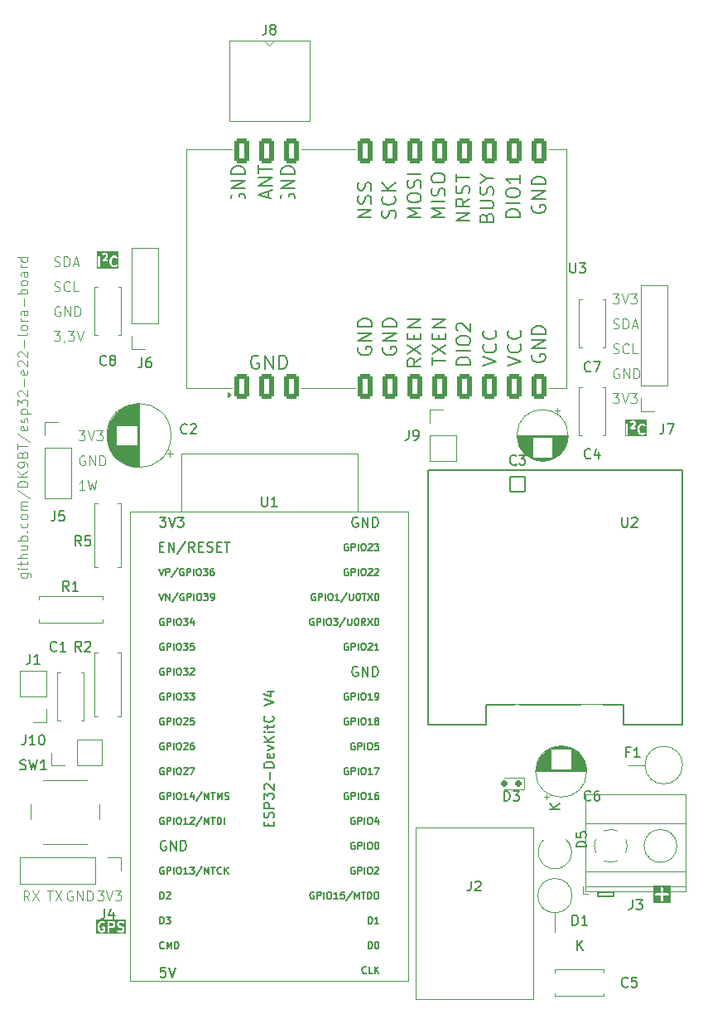
<source format=gbr>
%TF.GenerationSoftware,KiCad,Pcbnew,8.0.5-8.0.5-0~ubuntu20.04.1*%
%TF.CreationDate,2024-11-22T10:43:45+01:00*%
%TF.ProjectId,esp32-e22,65737033-322d-4653-9232-2e6b69636164,V 2.1.2*%
%TF.SameCoordinates,Original*%
%TF.FileFunction,Legend,Top*%
%TF.FilePolarity,Positive*%
%FSLAX46Y46*%
G04 Gerber Fmt 4.6, Leading zero omitted, Abs format (unit mm)*
G04 Created by KiCad (PCBNEW 8.0.5-8.0.5-0~ubuntu20.04.1) date 2024-11-22 10:43:45*
%MOMM*%
%LPD*%
G01*
G04 APERTURE LIST*
G04 Aperture macros list*
%AMRoundRect*
0 Rectangle with rounded corners*
0 $1 Rounding radius*
0 $2 $3 $4 $5 $6 $7 $8 $9 X,Y pos of 4 corners*
0 Add a 4 corners polygon primitive as box body*
4,1,4,$2,$3,$4,$5,$6,$7,$8,$9,$2,$3,0*
0 Add four circle primitives for the rounded corners*
1,1,$1+$1,$2,$3*
1,1,$1+$1,$4,$5*
1,1,$1+$1,$6,$7*
1,1,$1+$1,$8,$9*
0 Add four rect primitives between the rounded corners*
20,1,$1+$1,$2,$3,$4,$5,0*
20,1,$1+$1,$4,$5,$6,$7,0*
20,1,$1+$1,$6,$7,$8,$9,0*
20,1,$1+$1,$8,$9,$2,$3,0*%
G04 Aperture macros list end*
%ADD10C,0.100000*%
%ADD11C,0.300000*%
%ADD12C,0.200000*%
%ADD13C,0.150000*%
%ADD14C,0.120000*%
%ADD15C,0.127000*%
%ADD16R,1.700000X1.700000*%
%ADD17O,1.700000X1.700000*%
%ADD18C,1.600000*%
%ADD19O,1.600000X1.600000*%
%ADD20R,1.600000X1.600000*%
%ADD21C,2.600000*%
%ADD22C,4.400000*%
%ADD23R,2.600000X2.600000*%
%ADD24R,2.200000X2.200000*%
%ADD25O,2.200000X2.200000*%
%ADD26C,3.204000*%
%ADD27RoundRect,0.102000X-0.754000X-0.754000X0.754000X-0.754000X0.754000X0.754000X-0.754000X0.754000X0*%
%ADD28C,1.712000*%
%ADD29C,2.000000*%
%ADD30C,2.500000*%
%ADD31C,2.100000*%
%ADD32RoundRect,0.250000X-0.500000X1.000000X-0.500000X-1.000000X0.500000X-1.000000X0.500000X1.000000X0*%
%ADD33R,2.000000X1.200000*%
%ADD34O,2.000000X1.200000*%
%ADD35C,2.400000*%
%ADD36O,2.400000X2.400000*%
%ADD37RoundRect,0.150000X-0.150000X-0.200000X0.150000X-0.200000X0.150000X0.200000X-0.150000X0.200000X0*%
%ADD38O,2.600000X2.600000*%
%ADD39C,1.524000*%
%ADD40C,1.400000*%
G04 APERTURE END LIST*
D10*
X115191265Y-70309800D02*
X115334122Y-70357419D01*
X115334122Y-70357419D02*
X115572217Y-70357419D01*
X115572217Y-70357419D02*
X115667455Y-70309800D01*
X115667455Y-70309800D02*
X115715074Y-70262180D01*
X115715074Y-70262180D02*
X115762693Y-70166942D01*
X115762693Y-70166942D02*
X115762693Y-70071704D01*
X115762693Y-70071704D02*
X115715074Y-69976466D01*
X115715074Y-69976466D02*
X115667455Y-69928847D01*
X115667455Y-69928847D02*
X115572217Y-69881228D01*
X115572217Y-69881228D02*
X115381741Y-69833609D01*
X115381741Y-69833609D02*
X115286503Y-69785990D01*
X115286503Y-69785990D02*
X115238884Y-69738371D01*
X115238884Y-69738371D02*
X115191265Y-69643133D01*
X115191265Y-69643133D02*
X115191265Y-69547895D01*
X115191265Y-69547895D02*
X115238884Y-69452657D01*
X115238884Y-69452657D02*
X115286503Y-69405038D01*
X115286503Y-69405038D02*
X115381741Y-69357419D01*
X115381741Y-69357419D02*
X115619836Y-69357419D01*
X115619836Y-69357419D02*
X115762693Y-69405038D01*
X116191265Y-70357419D02*
X116191265Y-69357419D01*
X116191265Y-69357419D02*
X116429360Y-69357419D01*
X116429360Y-69357419D02*
X116572217Y-69405038D01*
X116572217Y-69405038D02*
X116667455Y-69500276D01*
X116667455Y-69500276D02*
X116715074Y-69595514D01*
X116715074Y-69595514D02*
X116762693Y-69785990D01*
X116762693Y-69785990D02*
X116762693Y-69928847D01*
X116762693Y-69928847D02*
X116715074Y-70119323D01*
X116715074Y-70119323D02*
X116667455Y-70214561D01*
X116667455Y-70214561D02*
X116572217Y-70309800D01*
X116572217Y-70309800D02*
X116429360Y-70357419D01*
X116429360Y-70357419D02*
X116191265Y-70357419D01*
X117143646Y-70071704D02*
X117619836Y-70071704D01*
X117048408Y-70357419D02*
X117381741Y-69357419D01*
X117381741Y-69357419D02*
X117715074Y-70357419D01*
D11*
G36*
X172479274Y-134801067D02*
G01*
X170708847Y-134801067D01*
X170708847Y-134455136D01*
X170875514Y-134455136D01*
X170875514Y-134513664D01*
X170897912Y-134567736D01*
X170939296Y-134609120D01*
X170993368Y-134631518D01*
X171022632Y-134634400D01*
X172165489Y-134634400D01*
X172194753Y-134631518D01*
X172248825Y-134609120D01*
X172290209Y-134567736D01*
X172312607Y-134513664D01*
X172312607Y-134455136D01*
X172290209Y-134401064D01*
X172248825Y-134359680D01*
X172194753Y-134337282D01*
X172165489Y-134334400D01*
X171022632Y-134334400D01*
X170993368Y-134337282D01*
X170939296Y-134359680D01*
X170897912Y-134401064D01*
X170875514Y-134455136D01*
X170708847Y-134455136D01*
X170708847Y-134167733D01*
X172479274Y-134167733D01*
X172479274Y-134801067D01*
G37*
D10*
X118302693Y-89725038D02*
X118207455Y-89677419D01*
X118207455Y-89677419D02*
X118064598Y-89677419D01*
X118064598Y-89677419D02*
X117921741Y-89725038D01*
X117921741Y-89725038D02*
X117826503Y-89820276D01*
X117826503Y-89820276D02*
X117778884Y-89915514D01*
X117778884Y-89915514D02*
X117731265Y-90105990D01*
X117731265Y-90105990D02*
X117731265Y-90248847D01*
X117731265Y-90248847D02*
X117778884Y-90439323D01*
X117778884Y-90439323D02*
X117826503Y-90534561D01*
X117826503Y-90534561D02*
X117921741Y-90629800D01*
X117921741Y-90629800D02*
X118064598Y-90677419D01*
X118064598Y-90677419D02*
X118159836Y-90677419D01*
X118159836Y-90677419D02*
X118302693Y-90629800D01*
X118302693Y-90629800D02*
X118350312Y-90582180D01*
X118350312Y-90582180D02*
X118350312Y-90248847D01*
X118350312Y-90248847D02*
X118159836Y-90248847D01*
X118778884Y-90677419D02*
X118778884Y-89677419D01*
X118778884Y-89677419D02*
X119350312Y-90677419D01*
X119350312Y-90677419D02*
X119350312Y-89677419D01*
X119826503Y-90677419D02*
X119826503Y-89677419D01*
X119826503Y-89677419D02*
X120064598Y-89677419D01*
X120064598Y-89677419D02*
X120207455Y-89725038D01*
X120207455Y-89725038D02*
X120302693Y-89820276D01*
X120302693Y-89820276D02*
X120350312Y-89915514D01*
X120350312Y-89915514D02*
X120397931Y-90105990D01*
X120397931Y-90105990D02*
X120397931Y-90248847D01*
X120397931Y-90248847D02*
X120350312Y-90439323D01*
X120350312Y-90439323D02*
X120302693Y-90534561D01*
X120302693Y-90534561D02*
X120207455Y-90629800D01*
X120207455Y-90629800D02*
X120064598Y-90677419D01*
X120064598Y-90677419D02*
X119826503Y-90677419D01*
X118302693Y-93217419D02*
X117731265Y-93217419D01*
X118016979Y-93217419D02*
X118016979Y-92217419D01*
X118016979Y-92217419D02*
X117921741Y-92360276D01*
X117921741Y-92360276D02*
X117826503Y-92455514D01*
X117826503Y-92455514D02*
X117731265Y-92503133D01*
X118636027Y-92217419D02*
X118874122Y-93217419D01*
X118874122Y-93217419D02*
X119064598Y-92503133D01*
X119064598Y-92503133D02*
X119255074Y-93217419D01*
X119255074Y-93217419D02*
X119493170Y-92217419D01*
D12*
G36*
X121166627Y-137427024D02*
G01*
X121191296Y-137451692D01*
X121221101Y-137511302D01*
X121221101Y-137606945D01*
X121191296Y-137666554D01*
X121166627Y-137691222D01*
X121107018Y-137721028D01*
X120849673Y-137721028D01*
X120849673Y-137397219D01*
X121107018Y-137397219D01*
X121166627Y-137427024D01*
G37*
G36*
X122484593Y-138508330D02*
G01*
X119490943Y-138508330D01*
X119490943Y-137725790D01*
X119602054Y-137725790D01*
X119602054Y-137868647D01*
X119602389Y-137872049D01*
X119602172Y-137873508D01*
X119603251Y-137880805D01*
X119603975Y-137888156D01*
X119604539Y-137889519D01*
X119605040Y-137892901D01*
X119652659Y-138083376D01*
X119653172Y-138084813D01*
X119653224Y-138085536D01*
X119656332Y-138093660D01*
X119659254Y-138101837D01*
X119659684Y-138102417D01*
X119660230Y-138103844D01*
X119707849Y-138199082D01*
X119713131Y-138207474D01*
X119714144Y-138209918D01*
X119716400Y-138212667D01*
X119718292Y-138215672D01*
X119720286Y-138217401D01*
X119726581Y-138225071D01*
X119821819Y-138320311D01*
X119836972Y-138332747D01*
X119840291Y-138334122D01*
X119843007Y-138336477D01*
X119860907Y-138344468D01*
X120003764Y-138392087D01*
X120013436Y-138394286D01*
X120015878Y-138395298D01*
X120019415Y-138395646D01*
X120022879Y-138396434D01*
X120025513Y-138396246D01*
X120035387Y-138397219D01*
X120130625Y-138397219D01*
X120140498Y-138396246D01*
X120143132Y-138396434D01*
X120146595Y-138395646D01*
X120150134Y-138395298D01*
X120152576Y-138394286D01*
X120162248Y-138392087D01*
X120305104Y-138344468D01*
X120323005Y-138336477D01*
X120325720Y-138334122D01*
X120329040Y-138332747D01*
X120344193Y-138320310D01*
X120391812Y-138272690D01*
X120404249Y-138257537D01*
X120417696Y-138225071D01*
X120419180Y-138221489D01*
X120421101Y-138201980D01*
X120421101Y-137868647D01*
X120419180Y-137849138D01*
X120404248Y-137813090D01*
X120376658Y-137785500D01*
X120340610Y-137770568D01*
X120321101Y-137768647D01*
X120130625Y-137768647D01*
X120111116Y-137770568D01*
X120075068Y-137785500D01*
X120047478Y-137813090D01*
X120032546Y-137849138D01*
X120032546Y-137888156D01*
X120047478Y-137924204D01*
X120075068Y-137951794D01*
X120111116Y-137966726D01*
X120130625Y-137968647D01*
X120221101Y-137968647D01*
X120221101Y-138160559D01*
X120219462Y-138162197D01*
X120114398Y-138197219D01*
X120051613Y-138197219D01*
X119946548Y-138162197D01*
X119879478Y-138095127D01*
X119844024Y-138024218D01*
X119802054Y-137856337D01*
X119802054Y-137738100D01*
X119844024Y-137570218D01*
X119879477Y-137499312D01*
X119946549Y-137432240D01*
X120051613Y-137397219D01*
X120154637Y-137397219D01*
X120228760Y-137434281D01*
X120247069Y-137441287D01*
X120285989Y-137444053D01*
X120323005Y-137431714D01*
X120352482Y-137406149D01*
X120369931Y-137371251D01*
X120372696Y-137332331D01*
X120360993Y-137297219D01*
X120649673Y-137297219D01*
X120649673Y-138297219D01*
X120651594Y-138316728D01*
X120666526Y-138352776D01*
X120694116Y-138380366D01*
X120730164Y-138395298D01*
X120769182Y-138395298D01*
X120805230Y-138380366D01*
X120832820Y-138352776D01*
X120847752Y-138316728D01*
X120849673Y-138297219D01*
X120849673Y-137921028D01*
X121130625Y-137921028D01*
X121150134Y-137919107D01*
X121153454Y-137917731D01*
X121157038Y-137917477D01*
X121175346Y-137910471D01*
X121270584Y-137862852D01*
X121278980Y-137857566D01*
X121281420Y-137856556D01*
X121284166Y-137854302D01*
X121287174Y-137852409D01*
X121288903Y-137850414D01*
X121296574Y-137844120D01*
X121344192Y-137796501D01*
X121350484Y-137788834D01*
X121352482Y-137787102D01*
X121354375Y-137784093D01*
X121356629Y-137781348D01*
X121357639Y-137778907D01*
X121362925Y-137770511D01*
X121410544Y-137675274D01*
X121417550Y-137656965D01*
X121417804Y-137653381D01*
X121419180Y-137650061D01*
X121421101Y-137630552D01*
X121421101Y-137487695D01*
X121602054Y-137487695D01*
X121602054Y-137582933D01*
X121603975Y-137602442D01*
X121605350Y-137605762D01*
X121605605Y-137609346D01*
X121612611Y-137627654D01*
X121660230Y-137722892D01*
X121665515Y-137731288D01*
X121666526Y-137733728D01*
X121668779Y-137736474D01*
X121670673Y-137739482D01*
X121672667Y-137741211D01*
X121678962Y-137748882D01*
X121726581Y-137796500D01*
X121734247Y-137802792D01*
X121735980Y-137804790D01*
X121738988Y-137806683D01*
X121741734Y-137808937D01*
X121744174Y-137809947D01*
X121752571Y-137815233D01*
X121847808Y-137862852D01*
X121849236Y-137863398D01*
X121849816Y-137863828D01*
X121857992Y-137866749D01*
X121866117Y-137869858D01*
X121866837Y-137869909D01*
X121868276Y-137870423D01*
X122048101Y-137915379D01*
X122119008Y-137950833D01*
X122143677Y-137975501D01*
X122173482Y-138035111D01*
X122173482Y-138083135D01*
X122143677Y-138142743D01*
X122119008Y-138167413D01*
X122059399Y-138197219D01*
X121861137Y-138197219D01*
X121733677Y-138154732D01*
X121714561Y-138150385D01*
X121675641Y-138153151D01*
X121640742Y-138170601D01*
X121615177Y-138200077D01*
X121602839Y-138237093D01*
X121605605Y-138276013D01*
X121623055Y-138310912D01*
X121652531Y-138336477D01*
X121670431Y-138344468D01*
X121813288Y-138392087D01*
X121822960Y-138394286D01*
X121825402Y-138395298D01*
X121828939Y-138395646D01*
X121832403Y-138396434D01*
X121835037Y-138396246D01*
X121844911Y-138397219D01*
X122083006Y-138397219D01*
X122102515Y-138395298D01*
X122105835Y-138393922D01*
X122109419Y-138393668D01*
X122127727Y-138386662D01*
X122222965Y-138339043D01*
X122231360Y-138333758D01*
X122233802Y-138332747D01*
X122236549Y-138330491D01*
X122239555Y-138328600D01*
X122241285Y-138326605D01*
X122248955Y-138320310D01*
X122296574Y-138272690D01*
X122302866Y-138265023D01*
X122304863Y-138263292D01*
X122306756Y-138260284D01*
X122309011Y-138257537D01*
X122310022Y-138255095D01*
X122315306Y-138246701D01*
X122362925Y-138151464D01*
X122369931Y-138133155D01*
X122370185Y-138129571D01*
X122371561Y-138126251D01*
X122373482Y-138106742D01*
X122373482Y-138011504D01*
X122371561Y-137991995D01*
X122370185Y-137988674D01*
X122369931Y-137985091D01*
X122362925Y-137966782D01*
X122315306Y-137871545D01*
X122310020Y-137863148D01*
X122309010Y-137860708D01*
X122306756Y-137857962D01*
X122304863Y-137854954D01*
X122302865Y-137853221D01*
X122296573Y-137845555D01*
X122248955Y-137797936D01*
X122241284Y-137791641D01*
X122239555Y-137789647D01*
X122236547Y-137787753D01*
X122233801Y-137785500D01*
X122231361Y-137784489D01*
X122222965Y-137779204D01*
X122127727Y-137731585D01*
X122126300Y-137731039D01*
X122125720Y-137730609D01*
X122117543Y-137727687D01*
X122109419Y-137724579D01*
X122108696Y-137724527D01*
X122107259Y-137724014D01*
X121927434Y-137679057D01*
X121856527Y-137643604D01*
X121831859Y-137618935D01*
X121802054Y-137559325D01*
X121802054Y-137511302D01*
X121831859Y-137451692D01*
X121856527Y-137427023D01*
X121916137Y-137397219D01*
X122114398Y-137397219D01*
X122241859Y-137439706D01*
X122260974Y-137444053D01*
X122299894Y-137441287D01*
X122334793Y-137423837D01*
X122360358Y-137394361D01*
X122372697Y-137357345D01*
X122369930Y-137318425D01*
X122352481Y-137283526D01*
X122323005Y-137257961D01*
X122305104Y-137249970D01*
X122162248Y-137202351D01*
X122152576Y-137200151D01*
X122150134Y-137199140D01*
X122146595Y-137198791D01*
X122143132Y-137198004D01*
X122140498Y-137198191D01*
X122130625Y-137197219D01*
X121892530Y-137197219D01*
X121873021Y-137199140D01*
X121869700Y-137200515D01*
X121866117Y-137200770D01*
X121847808Y-137207776D01*
X121752571Y-137255395D01*
X121744174Y-137260680D01*
X121741734Y-137261691D01*
X121738988Y-137263944D01*
X121735980Y-137265838D01*
X121734247Y-137267835D01*
X121726581Y-137274128D01*
X121678962Y-137321746D01*
X121672667Y-137329416D01*
X121670673Y-137331146D01*
X121668779Y-137334153D01*
X121666526Y-137336900D01*
X121665515Y-137339339D01*
X121660230Y-137347736D01*
X121612611Y-137442974D01*
X121605605Y-137461282D01*
X121605350Y-137464865D01*
X121603975Y-137468186D01*
X121602054Y-137487695D01*
X121421101Y-137487695D01*
X121419180Y-137468186D01*
X121417804Y-137464865D01*
X121417550Y-137461282D01*
X121410544Y-137442973D01*
X121362925Y-137347736D01*
X121357639Y-137339339D01*
X121356629Y-137336899D01*
X121354375Y-137334153D01*
X121352482Y-137331145D01*
X121350484Y-137329412D01*
X121344192Y-137321746D01*
X121296574Y-137274127D01*
X121288903Y-137267832D01*
X121287174Y-137265838D01*
X121284166Y-137263944D01*
X121281420Y-137261691D01*
X121278980Y-137260680D01*
X121270584Y-137255395D01*
X121175346Y-137207776D01*
X121157038Y-137200770D01*
X121153454Y-137200515D01*
X121150134Y-137199140D01*
X121130625Y-137197219D01*
X120749673Y-137197219D01*
X120730164Y-137199140D01*
X120694116Y-137214072D01*
X120666526Y-137241662D01*
X120651594Y-137277710D01*
X120649673Y-137297219D01*
X120360993Y-137297219D01*
X120360358Y-137295315D01*
X120334793Y-137265838D01*
X120318203Y-137255395D01*
X120222965Y-137207776D01*
X120204657Y-137200770D01*
X120201073Y-137200515D01*
X120197753Y-137199140D01*
X120178244Y-137197219D01*
X120035387Y-137197219D01*
X120025513Y-137198191D01*
X120022879Y-137198004D01*
X120019415Y-137198791D01*
X120015878Y-137199140D01*
X120013436Y-137200151D01*
X120003764Y-137202351D01*
X119860907Y-137249970D01*
X119843007Y-137257961D01*
X119840291Y-137260316D01*
X119836973Y-137261691D01*
X119821819Y-137274127D01*
X119726581Y-137369365D01*
X119720286Y-137377035D01*
X119718292Y-137378765D01*
X119716398Y-137381772D01*
X119714145Y-137384519D01*
X119713134Y-137386958D01*
X119707849Y-137395355D01*
X119660230Y-137490593D01*
X119659684Y-137492019D01*
X119659254Y-137492600D01*
X119656332Y-137500776D01*
X119653224Y-137508901D01*
X119653172Y-137509623D01*
X119652659Y-137511061D01*
X119605040Y-137701536D01*
X119604539Y-137704917D01*
X119603975Y-137706281D01*
X119603251Y-137713631D01*
X119602172Y-137720929D01*
X119602389Y-137722387D01*
X119602054Y-137725790D01*
X119490943Y-137725790D01*
X119490943Y-137086108D01*
X122484593Y-137086108D01*
X122484593Y-138508330D01*
G37*
D10*
X115191265Y-72849800D02*
X115334122Y-72897419D01*
X115334122Y-72897419D02*
X115572217Y-72897419D01*
X115572217Y-72897419D02*
X115667455Y-72849800D01*
X115667455Y-72849800D02*
X115715074Y-72802180D01*
X115715074Y-72802180D02*
X115762693Y-72706942D01*
X115762693Y-72706942D02*
X115762693Y-72611704D01*
X115762693Y-72611704D02*
X115715074Y-72516466D01*
X115715074Y-72516466D02*
X115667455Y-72468847D01*
X115667455Y-72468847D02*
X115572217Y-72421228D01*
X115572217Y-72421228D02*
X115381741Y-72373609D01*
X115381741Y-72373609D02*
X115286503Y-72325990D01*
X115286503Y-72325990D02*
X115238884Y-72278371D01*
X115238884Y-72278371D02*
X115191265Y-72183133D01*
X115191265Y-72183133D02*
X115191265Y-72087895D01*
X115191265Y-72087895D02*
X115238884Y-71992657D01*
X115238884Y-71992657D02*
X115286503Y-71945038D01*
X115286503Y-71945038D02*
X115381741Y-71897419D01*
X115381741Y-71897419D02*
X115619836Y-71897419D01*
X115619836Y-71897419D02*
X115762693Y-71945038D01*
X116762693Y-72802180D02*
X116715074Y-72849800D01*
X116715074Y-72849800D02*
X116572217Y-72897419D01*
X116572217Y-72897419D02*
X116476979Y-72897419D01*
X116476979Y-72897419D02*
X116334122Y-72849800D01*
X116334122Y-72849800D02*
X116238884Y-72754561D01*
X116238884Y-72754561D02*
X116191265Y-72659323D01*
X116191265Y-72659323D02*
X116143646Y-72468847D01*
X116143646Y-72468847D02*
X116143646Y-72325990D01*
X116143646Y-72325990D02*
X116191265Y-72135514D01*
X116191265Y-72135514D02*
X116238884Y-72040276D01*
X116238884Y-72040276D02*
X116334122Y-71945038D01*
X116334122Y-71945038D02*
X116476979Y-71897419D01*
X116476979Y-71897419D02*
X116572217Y-71897419D01*
X116572217Y-71897419D02*
X116715074Y-71945038D01*
X116715074Y-71945038D02*
X116762693Y-71992657D01*
X117667455Y-72897419D02*
X117191265Y-72897419D01*
X117191265Y-72897419D02*
X117191265Y-71897419D01*
X115143646Y-76977419D02*
X115762693Y-76977419D01*
X115762693Y-76977419D02*
X115429360Y-77358371D01*
X115429360Y-77358371D02*
X115572217Y-77358371D01*
X115572217Y-77358371D02*
X115667455Y-77405990D01*
X115667455Y-77405990D02*
X115715074Y-77453609D01*
X115715074Y-77453609D02*
X115762693Y-77548847D01*
X115762693Y-77548847D02*
X115762693Y-77786942D01*
X115762693Y-77786942D02*
X115715074Y-77882180D01*
X115715074Y-77882180D02*
X115667455Y-77929800D01*
X115667455Y-77929800D02*
X115572217Y-77977419D01*
X115572217Y-77977419D02*
X115286503Y-77977419D01*
X115286503Y-77977419D02*
X115191265Y-77929800D01*
X115191265Y-77929800D02*
X115143646Y-77882180D01*
X116238884Y-77929800D02*
X116238884Y-77977419D01*
X116238884Y-77977419D02*
X116191265Y-78072657D01*
X116191265Y-78072657D02*
X116143646Y-78120276D01*
X116572217Y-76977419D02*
X117191264Y-76977419D01*
X117191264Y-76977419D02*
X116857931Y-77358371D01*
X116857931Y-77358371D02*
X117000788Y-77358371D01*
X117000788Y-77358371D02*
X117096026Y-77405990D01*
X117096026Y-77405990D02*
X117143645Y-77453609D01*
X117143645Y-77453609D02*
X117191264Y-77548847D01*
X117191264Y-77548847D02*
X117191264Y-77786942D01*
X117191264Y-77786942D02*
X117143645Y-77882180D01*
X117143645Y-77882180D02*
X117096026Y-77929800D01*
X117096026Y-77929800D02*
X117000788Y-77977419D01*
X117000788Y-77977419D02*
X116715074Y-77977419D01*
X116715074Y-77977419D02*
X116619836Y-77929800D01*
X116619836Y-77929800D02*
X116572217Y-77882180D01*
X117476979Y-76977419D02*
X117810312Y-77977419D01*
X117810312Y-77977419D02*
X118143645Y-76977419D01*
D12*
G36*
X121768386Y-70563330D02*
G01*
X119538562Y-70563330D01*
X119538562Y-69352219D01*
X119649673Y-69352219D01*
X119649673Y-70352219D01*
X119651594Y-70371728D01*
X119666526Y-70407776D01*
X119694116Y-70435366D01*
X119730164Y-70450298D01*
X119769182Y-70450298D01*
X119805230Y-70435366D01*
X119832820Y-70407776D01*
X119847752Y-70371728D01*
X119849673Y-70352219D01*
X119849673Y-69352219D01*
X119847752Y-69332710D01*
X119832820Y-69296662D01*
X119805230Y-69269072D01*
X119769182Y-69254140D01*
X119730164Y-69254140D01*
X119694116Y-69269072D01*
X119666526Y-69296662D01*
X119651594Y-69332710D01*
X119649673Y-69352219D01*
X119538562Y-69352219D01*
X119538562Y-69101616D01*
X120079029Y-69101616D01*
X120081795Y-69140536D01*
X120099244Y-69175435D01*
X120128721Y-69200999D01*
X120165737Y-69213338D01*
X120204657Y-69210572D01*
X120222965Y-69203566D01*
X120297089Y-69166504D01*
X120392732Y-69166504D01*
X120437041Y-69188659D01*
X120459196Y-69232968D01*
X120459196Y-69280993D01*
X120429392Y-69340601D01*
X120107533Y-69662460D01*
X120095097Y-69677614D01*
X120080165Y-69713662D01*
X120080165Y-69752680D01*
X120095097Y-69788728D01*
X120122687Y-69816318D01*
X120158735Y-69831250D01*
X120178244Y-69833171D01*
X120559196Y-69833171D01*
X120578705Y-69831250D01*
X120614753Y-69816318D01*
X120642343Y-69788728D01*
X120645631Y-69780790D01*
X120840149Y-69780790D01*
X120840149Y-69923647D01*
X120840484Y-69927049D01*
X120840267Y-69928508D01*
X120841346Y-69935805D01*
X120842070Y-69943156D01*
X120842634Y-69944519D01*
X120843135Y-69947901D01*
X120890754Y-70138376D01*
X120891267Y-70139813D01*
X120891319Y-70140536D01*
X120894427Y-70148660D01*
X120897349Y-70156837D01*
X120897779Y-70157417D01*
X120898325Y-70158844D01*
X120945944Y-70254082D01*
X120951226Y-70262474D01*
X120952239Y-70264918D01*
X120954495Y-70267667D01*
X120956387Y-70270672D01*
X120958381Y-70272401D01*
X120964676Y-70280071D01*
X121059914Y-70375311D01*
X121075067Y-70387747D01*
X121078386Y-70389122D01*
X121081102Y-70391477D01*
X121099002Y-70399468D01*
X121241859Y-70447087D01*
X121251531Y-70449286D01*
X121253973Y-70450298D01*
X121257510Y-70450646D01*
X121260974Y-70451434D01*
X121263608Y-70451246D01*
X121273482Y-70452219D01*
X121368720Y-70452219D01*
X121378593Y-70451246D01*
X121381227Y-70451434D01*
X121384690Y-70450646D01*
X121388229Y-70450298D01*
X121390671Y-70449286D01*
X121400343Y-70447087D01*
X121543199Y-70399468D01*
X121561100Y-70391477D01*
X121563815Y-70389122D01*
X121567135Y-70387747D01*
X121582288Y-70375310D01*
X121629907Y-70327690D01*
X121642344Y-70312537D01*
X121657275Y-70276488D01*
X121657274Y-70237470D01*
X121642343Y-70201422D01*
X121614752Y-70173832D01*
X121578704Y-70158901D01*
X121539686Y-70158902D01*
X121503638Y-70173833D01*
X121488484Y-70186270D01*
X121457557Y-70217197D01*
X121352493Y-70252219D01*
X121289708Y-70252219D01*
X121184643Y-70217197D01*
X121117573Y-70150127D01*
X121082119Y-70079218D01*
X121040149Y-69911337D01*
X121040149Y-69793100D01*
X121082119Y-69625218D01*
X121117572Y-69554312D01*
X121184644Y-69487240D01*
X121289708Y-69452219D01*
X121352493Y-69452219D01*
X121457558Y-69487240D01*
X121488485Y-69518167D01*
X121503638Y-69530604D01*
X121539687Y-69545535D01*
X121578705Y-69545535D01*
X121614753Y-69530604D01*
X121642343Y-69503014D01*
X121657274Y-69466966D01*
X121657274Y-69427948D01*
X121642343Y-69391899D01*
X121629906Y-69376746D01*
X121582288Y-69329127D01*
X121567134Y-69316691D01*
X121563815Y-69315316D01*
X121561100Y-69312961D01*
X121543199Y-69304970D01*
X121400343Y-69257351D01*
X121390671Y-69255151D01*
X121388229Y-69254140D01*
X121384690Y-69253791D01*
X121381227Y-69253004D01*
X121378593Y-69253191D01*
X121368720Y-69252219D01*
X121273482Y-69252219D01*
X121263608Y-69253191D01*
X121260974Y-69253004D01*
X121257510Y-69253791D01*
X121253973Y-69254140D01*
X121251531Y-69255151D01*
X121241859Y-69257351D01*
X121099002Y-69304970D01*
X121081102Y-69312961D01*
X121078386Y-69315316D01*
X121075068Y-69316691D01*
X121059914Y-69329127D01*
X120964676Y-69424365D01*
X120958381Y-69432035D01*
X120956387Y-69433765D01*
X120954493Y-69436772D01*
X120952240Y-69439519D01*
X120951229Y-69441958D01*
X120945944Y-69450355D01*
X120898325Y-69545593D01*
X120897779Y-69547019D01*
X120897349Y-69547600D01*
X120894427Y-69555776D01*
X120891319Y-69563901D01*
X120891267Y-69564623D01*
X120890754Y-69566061D01*
X120843135Y-69756536D01*
X120842634Y-69759917D01*
X120842070Y-69761281D01*
X120841346Y-69768631D01*
X120840267Y-69775929D01*
X120840484Y-69777387D01*
X120840149Y-69780790D01*
X120645631Y-69780790D01*
X120657275Y-69752680D01*
X120657275Y-69713662D01*
X120642343Y-69677614D01*
X120614753Y-69650024D01*
X120578705Y-69635092D01*
X120559196Y-69633171D01*
X120419666Y-69633171D01*
X120582288Y-69470549D01*
X120588579Y-69462882D01*
X120590577Y-69461150D01*
X120592472Y-69458138D01*
X120594724Y-69455395D01*
X120595733Y-69452957D01*
X120601020Y-69444559D01*
X120648639Y-69349322D01*
X120655645Y-69331013D01*
X120655899Y-69327429D01*
X120657275Y-69324109D01*
X120659196Y-69304600D01*
X120659196Y-69209361D01*
X120657275Y-69189852D01*
X120655899Y-69186531D01*
X120655645Y-69182948D01*
X120648639Y-69164639D01*
X120601020Y-69069402D01*
X120598965Y-69066138D01*
X120598453Y-69064600D01*
X120596791Y-69062684D01*
X120590577Y-69052811D01*
X120581101Y-69044593D01*
X120572888Y-69035123D01*
X120563016Y-69028909D01*
X120561100Y-69027247D01*
X120559561Y-69026733D01*
X120556298Y-69024680D01*
X120461060Y-68977061D01*
X120442752Y-68970055D01*
X120439168Y-68969800D01*
X120435848Y-68968425D01*
X120416339Y-68966504D01*
X120273482Y-68966504D01*
X120253973Y-68968425D01*
X120250652Y-68969800D01*
X120247069Y-68970055D01*
X120228760Y-68977061D01*
X120133523Y-69024680D01*
X120116932Y-69035123D01*
X120091368Y-69064600D01*
X120079029Y-69101616D01*
X119538562Y-69101616D01*
X119538562Y-68855393D01*
X121768386Y-68855393D01*
X121768386Y-70563330D01*
G37*
G36*
X175743386Y-87708330D02*
G01*
X173513562Y-87708330D01*
X173513562Y-86497219D01*
X173624673Y-86497219D01*
X173624673Y-87497219D01*
X173626594Y-87516728D01*
X173641526Y-87552776D01*
X173669116Y-87580366D01*
X173705164Y-87595298D01*
X173744182Y-87595298D01*
X173780230Y-87580366D01*
X173807820Y-87552776D01*
X173822752Y-87516728D01*
X173824673Y-87497219D01*
X173824673Y-86497219D01*
X173822752Y-86477710D01*
X173807820Y-86441662D01*
X173780230Y-86414072D01*
X173744182Y-86399140D01*
X173705164Y-86399140D01*
X173669116Y-86414072D01*
X173641526Y-86441662D01*
X173626594Y-86477710D01*
X173624673Y-86497219D01*
X173513562Y-86497219D01*
X173513562Y-86246616D01*
X174054029Y-86246616D01*
X174056795Y-86285536D01*
X174074244Y-86320435D01*
X174103721Y-86345999D01*
X174140737Y-86358338D01*
X174179657Y-86355572D01*
X174197965Y-86348566D01*
X174272089Y-86311504D01*
X174367732Y-86311504D01*
X174412041Y-86333659D01*
X174434196Y-86377968D01*
X174434196Y-86425993D01*
X174404392Y-86485601D01*
X174082533Y-86807460D01*
X174070097Y-86822614D01*
X174055165Y-86858662D01*
X174055165Y-86897680D01*
X174070097Y-86933728D01*
X174097687Y-86961318D01*
X174133735Y-86976250D01*
X174153244Y-86978171D01*
X174534196Y-86978171D01*
X174553705Y-86976250D01*
X174589753Y-86961318D01*
X174617343Y-86933728D01*
X174620631Y-86925790D01*
X174815149Y-86925790D01*
X174815149Y-87068647D01*
X174815484Y-87072049D01*
X174815267Y-87073508D01*
X174816346Y-87080805D01*
X174817070Y-87088156D01*
X174817634Y-87089519D01*
X174818135Y-87092901D01*
X174865754Y-87283376D01*
X174866267Y-87284813D01*
X174866319Y-87285536D01*
X174869427Y-87293660D01*
X174872349Y-87301837D01*
X174872779Y-87302417D01*
X174873325Y-87303844D01*
X174920944Y-87399082D01*
X174926226Y-87407474D01*
X174927239Y-87409918D01*
X174929495Y-87412667D01*
X174931387Y-87415672D01*
X174933381Y-87417401D01*
X174939676Y-87425071D01*
X175034914Y-87520311D01*
X175050067Y-87532747D01*
X175053386Y-87534122D01*
X175056102Y-87536477D01*
X175074002Y-87544468D01*
X175216859Y-87592087D01*
X175226531Y-87594286D01*
X175228973Y-87595298D01*
X175232510Y-87595646D01*
X175235974Y-87596434D01*
X175238608Y-87596246D01*
X175248482Y-87597219D01*
X175343720Y-87597219D01*
X175353593Y-87596246D01*
X175356227Y-87596434D01*
X175359690Y-87595646D01*
X175363229Y-87595298D01*
X175365671Y-87594286D01*
X175375343Y-87592087D01*
X175518199Y-87544468D01*
X175536100Y-87536477D01*
X175538815Y-87534122D01*
X175542135Y-87532747D01*
X175557288Y-87520310D01*
X175604907Y-87472690D01*
X175617344Y-87457537D01*
X175632275Y-87421488D01*
X175632274Y-87382470D01*
X175617343Y-87346422D01*
X175589752Y-87318832D01*
X175553704Y-87303901D01*
X175514686Y-87303902D01*
X175478638Y-87318833D01*
X175463484Y-87331270D01*
X175432557Y-87362197D01*
X175327493Y-87397219D01*
X175264708Y-87397219D01*
X175159643Y-87362197D01*
X175092573Y-87295127D01*
X175057119Y-87224218D01*
X175015149Y-87056337D01*
X175015149Y-86938100D01*
X175057119Y-86770218D01*
X175092572Y-86699312D01*
X175159644Y-86632240D01*
X175264708Y-86597219D01*
X175327493Y-86597219D01*
X175432558Y-86632240D01*
X175463485Y-86663167D01*
X175478638Y-86675604D01*
X175514687Y-86690535D01*
X175553705Y-86690535D01*
X175589753Y-86675604D01*
X175617343Y-86648014D01*
X175632274Y-86611966D01*
X175632274Y-86572948D01*
X175617343Y-86536899D01*
X175604906Y-86521746D01*
X175557288Y-86474127D01*
X175542134Y-86461691D01*
X175538815Y-86460316D01*
X175536100Y-86457961D01*
X175518199Y-86449970D01*
X175375343Y-86402351D01*
X175365671Y-86400151D01*
X175363229Y-86399140D01*
X175359690Y-86398791D01*
X175356227Y-86398004D01*
X175353593Y-86398191D01*
X175343720Y-86397219D01*
X175248482Y-86397219D01*
X175238608Y-86398191D01*
X175235974Y-86398004D01*
X175232510Y-86398791D01*
X175228973Y-86399140D01*
X175226531Y-86400151D01*
X175216859Y-86402351D01*
X175074002Y-86449970D01*
X175056102Y-86457961D01*
X175053386Y-86460316D01*
X175050068Y-86461691D01*
X175034914Y-86474127D01*
X174939676Y-86569365D01*
X174933381Y-86577035D01*
X174931387Y-86578765D01*
X174929493Y-86581772D01*
X174927240Y-86584519D01*
X174926229Y-86586958D01*
X174920944Y-86595355D01*
X174873325Y-86690593D01*
X174872779Y-86692019D01*
X174872349Y-86692600D01*
X174869427Y-86700776D01*
X174866319Y-86708901D01*
X174866267Y-86709623D01*
X174865754Y-86711061D01*
X174818135Y-86901536D01*
X174817634Y-86904917D01*
X174817070Y-86906281D01*
X174816346Y-86913631D01*
X174815267Y-86920929D01*
X174815484Y-86922387D01*
X174815149Y-86925790D01*
X174620631Y-86925790D01*
X174632275Y-86897680D01*
X174632275Y-86858662D01*
X174617343Y-86822614D01*
X174589753Y-86795024D01*
X174553705Y-86780092D01*
X174534196Y-86778171D01*
X174394666Y-86778171D01*
X174557288Y-86615549D01*
X174563579Y-86607882D01*
X174565577Y-86606150D01*
X174567472Y-86603138D01*
X174569724Y-86600395D01*
X174570733Y-86597957D01*
X174576020Y-86589559D01*
X174623639Y-86494322D01*
X174630645Y-86476013D01*
X174630899Y-86472429D01*
X174632275Y-86469109D01*
X174634196Y-86449600D01*
X174634196Y-86354361D01*
X174632275Y-86334852D01*
X174630899Y-86331531D01*
X174630645Y-86327948D01*
X174623639Y-86309639D01*
X174576020Y-86214402D01*
X174573965Y-86211138D01*
X174573453Y-86209600D01*
X174571791Y-86207684D01*
X174565577Y-86197811D01*
X174556101Y-86189593D01*
X174547888Y-86180123D01*
X174538016Y-86173909D01*
X174536100Y-86172247D01*
X174534561Y-86171733D01*
X174531298Y-86169680D01*
X174436060Y-86122061D01*
X174417752Y-86115055D01*
X174414168Y-86114800D01*
X174410848Y-86113425D01*
X174391339Y-86111504D01*
X174248482Y-86111504D01*
X174228973Y-86113425D01*
X174225652Y-86114800D01*
X174222069Y-86115055D01*
X174203760Y-86122061D01*
X174108523Y-86169680D01*
X174091932Y-86180123D01*
X174066368Y-86209600D01*
X174054029Y-86246616D01*
X173513562Y-86246616D01*
X173513562Y-86000393D01*
X175743386Y-86000393D01*
X175743386Y-87708330D01*
G37*
D10*
X115762693Y-74485038D02*
X115667455Y-74437419D01*
X115667455Y-74437419D02*
X115524598Y-74437419D01*
X115524598Y-74437419D02*
X115381741Y-74485038D01*
X115381741Y-74485038D02*
X115286503Y-74580276D01*
X115286503Y-74580276D02*
X115238884Y-74675514D01*
X115238884Y-74675514D02*
X115191265Y-74865990D01*
X115191265Y-74865990D02*
X115191265Y-75008847D01*
X115191265Y-75008847D02*
X115238884Y-75199323D01*
X115238884Y-75199323D02*
X115286503Y-75294561D01*
X115286503Y-75294561D02*
X115381741Y-75389800D01*
X115381741Y-75389800D02*
X115524598Y-75437419D01*
X115524598Y-75437419D02*
X115619836Y-75437419D01*
X115619836Y-75437419D02*
X115762693Y-75389800D01*
X115762693Y-75389800D02*
X115810312Y-75342180D01*
X115810312Y-75342180D02*
X115810312Y-75008847D01*
X115810312Y-75008847D02*
X115619836Y-75008847D01*
X116238884Y-75437419D02*
X116238884Y-74437419D01*
X116238884Y-74437419D02*
X116810312Y-75437419D01*
X116810312Y-75437419D02*
X116810312Y-74437419D01*
X117286503Y-75437419D02*
X117286503Y-74437419D01*
X117286503Y-74437419D02*
X117524598Y-74437419D01*
X117524598Y-74437419D02*
X117667455Y-74485038D01*
X117667455Y-74485038D02*
X117762693Y-74580276D01*
X117762693Y-74580276D02*
X117810312Y-74675514D01*
X117810312Y-74675514D02*
X117857931Y-74865990D01*
X117857931Y-74865990D02*
X117857931Y-75008847D01*
X117857931Y-75008847D02*
X117810312Y-75199323D01*
X117810312Y-75199323D02*
X117762693Y-75294561D01*
X117762693Y-75294561D02*
X117667455Y-75389800D01*
X117667455Y-75389800D02*
X117524598Y-75437419D01*
X117524598Y-75437419D02*
X117286503Y-75437419D01*
D11*
G36*
X178194274Y-135369613D02*
G01*
X176423847Y-135369613D01*
X176423847Y-134455136D01*
X176590514Y-134455136D01*
X176590514Y-134513664D01*
X176612912Y-134567736D01*
X176654296Y-134609120D01*
X176708368Y-134631518D01*
X176737632Y-134634400D01*
X177159060Y-134634400D01*
X177159060Y-135055828D01*
X177161942Y-135085092D01*
X177184340Y-135139164D01*
X177225724Y-135180548D01*
X177279796Y-135202946D01*
X177338324Y-135202946D01*
X177392396Y-135180548D01*
X177433780Y-135139164D01*
X177456178Y-135085092D01*
X177459060Y-135055828D01*
X177459060Y-134634400D01*
X177880489Y-134634400D01*
X177909753Y-134631518D01*
X177963825Y-134609120D01*
X178005209Y-134567736D01*
X178027607Y-134513664D01*
X178027607Y-134455136D01*
X178005209Y-134401064D01*
X177963825Y-134359680D01*
X177909753Y-134337282D01*
X177880489Y-134334400D01*
X177459060Y-134334400D01*
X177459060Y-133912971D01*
X177456178Y-133883707D01*
X177433780Y-133829635D01*
X177392396Y-133788251D01*
X177338324Y-133765853D01*
X177279796Y-133765853D01*
X177225724Y-133788251D01*
X177184340Y-133829635D01*
X177161942Y-133883707D01*
X177159060Y-133912971D01*
X177159060Y-134334400D01*
X176737632Y-134334400D01*
X176708368Y-134337282D01*
X176654296Y-134359680D01*
X176612912Y-134401064D01*
X176590514Y-134455136D01*
X176423847Y-134455136D01*
X176423847Y-133599186D01*
X178194274Y-133599186D01*
X178194274Y-135369613D01*
G37*
D10*
X117683646Y-87137419D02*
X118302693Y-87137419D01*
X118302693Y-87137419D02*
X117969360Y-87518371D01*
X117969360Y-87518371D02*
X118112217Y-87518371D01*
X118112217Y-87518371D02*
X118207455Y-87565990D01*
X118207455Y-87565990D02*
X118255074Y-87613609D01*
X118255074Y-87613609D02*
X118302693Y-87708847D01*
X118302693Y-87708847D02*
X118302693Y-87946942D01*
X118302693Y-87946942D02*
X118255074Y-88042180D01*
X118255074Y-88042180D02*
X118207455Y-88089800D01*
X118207455Y-88089800D02*
X118112217Y-88137419D01*
X118112217Y-88137419D02*
X117826503Y-88137419D01*
X117826503Y-88137419D02*
X117731265Y-88089800D01*
X117731265Y-88089800D02*
X117683646Y-88042180D01*
X118588408Y-87137419D02*
X118921741Y-88137419D01*
X118921741Y-88137419D02*
X119255074Y-87137419D01*
X119493170Y-87137419D02*
X120112217Y-87137419D01*
X120112217Y-87137419D02*
X119778884Y-87518371D01*
X119778884Y-87518371D02*
X119921741Y-87518371D01*
X119921741Y-87518371D02*
X120016979Y-87565990D01*
X120016979Y-87565990D02*
X120064598Y-87613609D01*
X120064598Y-87613609D02*
X120112217Y-87708847D01*
X120112217Y-87708847D02*
X120112217Y-87946942D01*
X120112217Y-87946942D02*
X120064598Y-88042180D01*
X120064598Y-88042180D02*
X120016979Y-88089800D01*
X120016979Y-88089800D02*
X119921741Y-88137419D01*
X119921741Y-88137419D02*
X119636027Y-88137419D01*
X119636027Y-88137419D02*
X119540789Y-88089800D01*
X119540789Y-88089800D02*
X119493170Y-88042180D01*
X114461027Y-134127419D02*
X115032455Y-134127419D01*
X114746741Y-135127419D02*
X114746741Y-134127419D01*
X115270551Y-134127419D02*
X115937217Y-135127419D01*
X115937217Y-134127419D02*
X115270551Y-135127419D01*
X172341265Y-79199800D02*
X172484122Y-79247419D01*
X172484122Y-79247419D02*
X172722217Y-79247419D01*
X172722217Y-79247419D02*
X172817455Y-79199800D01*
X172817455Y-79199800D02*
X172865074Y-79152180D01*
X172865074Y-79152180D02*
X172912693Y-79056942D01*
X172912693Y-79056942D02*
X172912693Y-78961704D01*
X172912693Y-78961704D02*
X172865074Y-78866466D01*
X172865074Y-78866466D02*
X172817455Y-78818847D01*
X172817455Y-78818847D02*
X172722217Y-78771228D01*
X172722217Y-78771228D02*
X172531741Y-78723609D01*
X172531741Y-78723609D02*
X172436503Y-78675990D01*
X172436503Y-78675990D02*
X172388884Y-78628371D01*
X172388884Y-78628371D02*
X172341265Y-78533133D01*
X172341265Y-78533133D02*
X172341265Y-78437895D01*
X172341265Y-78437895D02*
X172388884Y-78342657D01*
X172388884Y-78342657D02*
X172436503Y-78295038D01*
X172436503Y-78295038D02*
X172531741Y-78247419D01*
X172531741Y-78247419D02*
X172769836Y-78247419D01*
X172769836Y-78247419D02*
X172912693Y-78295038D01*
X173912693Y-79152180D02*
X173865074Y-79199800D01*
X173865074Y-79199800D02*
X173722217Y-79247419D01*
X173722217Y-79247419D02*
X173626979Y-79247419D01*
X173626979Y-79247419D02*
X173484122Y-79199800D01*
X173484122Y-79199800D02*
X173388884Y-79104561D01*
X173388884Y-79104561D02*
X173341265Y-79009323D01*
X173341265Y-79009323D02*
X173293646Y-78818847D01*
X173293646Y-78818847D02*
X173293646Y-78675990D01*
X173293646Y-78675990D02*
X173341265Y-78485514D01*
X173341265Y-78485514D02*
X173388884Y-78390276D01*
X173388884Y-78390276D02*
X173484122Y-78295038D01*
X173484122Y-78295038D02*
X173626979Y-78247419D01*
X173626979Y-78247419D02*
X173722217Y-78247419D01*
X173722217Y-78247419D02*
X173865074Y-78295038D01*
X173865074Y-78295038D02*
X173912693Y-78342657D01*
X174817455Y-79247419D02*
X174341265Y-79247419D01*
X174341265Y-79247419D02*
X174341265Y-78247419D01*
X172293646Y-83327419D02*
X172912693Y-83327419D01*
X172912693Y-83327419D02*
X172579360Y-83708371D01*
X172579360Y-83708371D02*
X172722217Y-83708371D01*
X172722217Y-83708371D02*
X172817455Y-83755990D01*
X172817455Y-83755990D02*
X172865074Y-83803609D01*
X172865074Y-83803609D02*
X172912693Y-83898847D01*
X172912693Y-83898847D02*
X172912693Y-84136942D01*
X172912693Y-84136942D02*
X172865074Y-84232180D01*
X172865074Y-84232180D02*
X172817455Y-84279800D01*
X172817455Y-84279800D02*
X172722217Y-84327419D01*
X172722217Y-84327419D02*
X172436503Y-84327419D01*
X172436503Y-84327419D02*
X172341265Y-84279800D01*
X172341265Y-84279800D02*
X172293646Y-84232180D01*
X173198408Y-83327419D02*
X173531741Y-84327419D01*
X173531741Y-84327419D02*
X173865074Y-83327419D01*
X174103170Y-83327419D02*
X174722217Y-83327419D01*
X174722217Y-83327419D02*
X174388884Y-83708371D01*
X174388884Y-83708371D02*
X174531741Y-83708371D01*
X174531741Y-83708371D02*
X174626979Y-83755990D01*
X174626979Y-83755990D02*
X174674598Y-83803609D01*
X174674598Y-83803609D02*
X174722217Y-83898847D01*
X174722217Y-83898847D02*
X174722217Y-84136942D01*
X174722217Y-84136942D02*
X174674598Y-84232180D01*
X174674598Y-84232180D02*
X174626979Y-84279800D01*
X174626979Y-84279800D02*
X174531741Y-84327419D01*
X174531741Y-84327419D02*
X174246027Y-84327419D01*
X174246027Y-84327419D02*
X174150789Y-84279800D01*
X174150789Y-84279800D02*
X174103170Y-84232180D01*
X172341265Y-76659800D02*
X172484122Y-76707419D01*
X172484122Y-76707419D02*
X172722217Y-76707419D01*
X172722217Y-76707419D02*
X172817455Y-76659800D01*
X172817455Y-76659800D02*
X172865074Y-76612180D01*
X172865074Y-76612180D02*
X172912693Y-76516942D01*
X172912693Y-76516942D02*
X172912693Y-76421704D01*
X172912693Y-76421704D02*
X172865074Y-76326466D01*
X172865074Y-76326466D02*
X172817455Y-76278847D01*
X172817455Y-76278847D02*
X172722217Y-76231228D01*
X172722217Y-76231228D02*
X172531741Y-76183609D01*
X172531741Y-76183609D02*
X172436503Y-76135990D01*
X172436503Y-76135990D02*
X172388884Y-76088371D01*
X172388884Y-76088371D02*
X172341265Y-75993133D01*
X172341265Y-75993133D02*
X172341265Y-75897895D01*
X172341265Y-75897895D02*
X172388884Y-75802657D01*
X172388884Y-75802657D02*
X172436503Y-75755038D01*
X172436503Y-75755038D02*
X172531741Y-75707419D01*
X172531741Y-75707419D02*
X172769836Y-75707419D01*
X172769836Y-75707419D02*
X172912693Y-75755038D01*
X173341265Y-76707419D02*
X173341265Y-75707419D01*
X173341265Y-75707419D02*
X173579360Y-75707419D01*
X173579360Y-75707419D02*
X173722217Y-75755038D01*
X173722217Y-75755038D02*
X173817455Y-75850276D01*
X173817455Y-75850276D02*
X173865074Y-75945514D01*
X173865074Y-75945514D02*
X173912693Y-76135990D01*
X173912693Y-76135990D02*
X173912693Y-76278847D01*
X173912693Y-76278847D02*
X173865074Y-76469323D01*
X173865074Y-76469323D02*
X173817455Y-76564561D01*
X173817455Y-76564561D02*
X173722217Y-76659800D01*
X173722217Y-76659800D02*
X173579360Y-76707419D01*
X173579360Y-76707419D02*
X173341265Y-76707419D01*
X174293646Y-76421704D02*
X174769836Y-76421704D01*
X174198408Y-76707419D02*
X174531741Y-75707419D01*
X174531741Y-75707419D02*
X174865074Y-76707419D01*
X117032693Y-134175038D02*
X116937455Y-134127419D01*
X116937455Y-134127419D02*
X116794598Y-134127419D01*
X116794598Y-134127419D02*
X116651741Y-134175038D01*
X116651741Y-134175038D02*
X116556503Y-134270276D01*
X116556503Y-134270276D02*
X116508884Y-134365514D01*
X116508884Y-134365514D02*
X116461265Y-134555990D01*
X116461265Y-134555990D02*
X116461265Y-134698847D01*
X116461265Y-134698847D02*
X116508884Y-134889323D01*
X116508884Y-134889323D02*
X116556503Y-134984561D01*
X116556503Y-134984561D02*
X116651741Y-135079800D01*
X116651741Y-135079800D02*
X116794598Y-135127419D01*
X116794598Y-135127419D02*
X116889836Y-135127419D01*
X116889836Y-135127419D02*
X117032693Y-135079800D01*
X117032693Y-135079800D02*
X117080312Y-135032180D01*
X117080312Y-135032180D02*
X117080312Y-134698847D01*
X117080312Y-134698847D02*
X116889836Y-134698847D01*
X117508884Y-135127419D02*
X117508884Y-134127419D01*
X117508884Y-134127419D02*
X118080312Y-135127419D01*
X118080312Y-135127419D02*
X118080312Y-134127419D01*
X118556503Y-135127419D02*
X118556503Y-134127419D01*
X118556503Y-134127419D02*
X118794598Y-134127419D01*
X118794598Y-134127419D02*
X118937455Y-134175038D01*
X118937455Y-134175038D02*
X119032693Y-134270276D01*
X119032693Y-134270276D02*
X119080312Y-134365514D01*
X119080312Y-134365514D02*
X119127931Y-134555990D01*
X119127931Y-134555990D02*
X119127931Y-134698847D01*
X119127931Y-134698847D02*
X119080312Y-134889323D01*
X119080312Y-134889323D02*
X119032693Y-134984561D01*
X119032693Y-134984561D02*
X118937455Y-135079800D01*
X118937455Y-135079800D02*
X118794598Y-135127419D01*
X118794598Y-135127419D02*
X118556503Y-135127419D01*
X111775752Y-101697544D02*
X112585276Y-101697544D01*
X112585276Y-101697544D02*
X112680514Y-101745163D01*
X112680514Y-101745163D02*
X112728133Y-101792782D01*
X112728133Y-101792782D02*
X112775752Y-101888020D01*
X112775752Y-101888020D02*
X112775752Y-102030877D01*
X112775752Y-102030877D02*
X112728133Y-102126115D01*
X112394800Y-101697544D02*
X112442419Y-101792782D01*
X112442419Y-101792782D02*
X112442419Y-101983258D01*
X112442419Y-101983258D02*
X112394800Y-102078496D01*
X112394800Y-102078496D02*
X112347180Y-102126115D01*
X112347180Y-102126115D02*
X112251942Y-102173734D01*
X112251942Y-102173734D02*
X111966228Y-102173734D01*
X111966228Y-102173734D02*
X111870990Y-102126115D01*
X111870990Y-102126115D02*
X111823371Y-102078496D01*
X111823371Y-102078496D02*
X111775752Y-101983258D01*
X111775752Y-101983258D02*
X111775752Y-101792782D01*
X111775752Y-101792782D02*
X111823371Y-101697544D01*
X112442419Y-101221353D02*
X111775752Y-101221353D01*
X111442419Y-101221353D02*
X111490038Y-101268972D01*
X111490038Y-101268972D02*
X111537657Y-101221353D01*
X111537657Y-101221353D02*
X111490038Y-101173734D01*
X111490038Y-101173734D02*
X111442419Y-101221353D01*
X111442419Y-101221353D02*
X111537657Y-101221353D01*
X111775752Y-100888020D02*
X111775752Y-100507068D01*
X111442419Y-100745163D02*
X112299561Y-100745163D01*
X112299561Y-100745163D02*
X112394800Y-100697544D01*
X112394800Y-100697544D02*
X112442419Y-100602306D01*
X112442419Y-100602306D02*
X112442419Y-100507068D01*
X112442419Y-100173734D02*
X111442419Y-100173734D01*
X112442419Y-99745163D02*
X111918609Y-99745163D01*
X111918609Y-99745163D02*
X111823371Y-99792782D01*
X111823371Y-99792782D02*
X111775752Y-99888020D01*
X111775752Y-99888020D02*
X111775752Y-100030877D01*
X111775752Y-100030877D02*
X111823371Y-100126115D01*
X111823371Y-100126115D02*
X111870990Y-100173734D01*
X111775752Y-98840401D02*
X112442419Y-98840401D01*
X111775752Y-99268972D02*
X112299561Y-99268972D01*
X112299561Y-99268972D02*
X112394800Y-99221353D01*
X112394800Y-99221353D02*
X112442419Y-99126115D01*
X112442419Y-99126115D02*
X112442419Y-98983258D01*
X112442419Y-98983258D02*
X112394800Y-98888020D01*
X112394800Y-98888020D02*
X112347180Y-98840401D01*
X112442419Y-98364210D02*
X111442419Y-98364210D01*
X111823371Y-98364210D02*
X111775752Y-98268972D01*
X111775752Y-98268972D02*
X111775752Y-98078496D01*
X111775752Y-98078496D02*
X111823371Y-97983258D01*
X111823371Y-97983258D02*
X111870990Y-97935639D01*
X111870990Y-97935639D02*
X111966228Y-97888020D01*
X111966228Y-97888020D02*
X112251942Y-97888020D01*
X112251942Y-97888020D02*
X112347180Y-97935639D01*
X112347180Y-97935639D02*
X112394800Y-97983258D01*
X112394800Y-97983258D02*
X112442419Y-98078496D01*
X112442419Y-98078496D02*
X112442419Y-98268972D01*
X112442419Y-98268972D02*
X112394800Y-98364210D01*
X112347180Y-97459448D02*
X112394800Y-97411829D01*
X112394800Y-97411829D02*
X112442419Y-97459448D01*
X112442419Y-97459448D02*
X112394800Y-97507067D01*
X112394800Y-97507067D02*
X112347180Y-97459448D01*
X112347180Y-97459448D02*
X112442419Y-97459448D01*
X112394800Y-96554687D02*
X112442419Y-96649925D01*
X112442419Y-96649925D02*
X112442419Y-96840401D01*
X112442419Y-96840401D02*
X112394800Y-96935639D01*
X112394800Y-96935639D02*
X112347180Y-96983258D01*
X112347180Y-96983258D02*
X112251942Y-97030877D01*
X112251942Y-97030877D02*
X111966228Y-97030877D01*
X111966228Y-97030877D02*
X111870990Y-96983258D01*
X111870990Y-96983258D02*
X111823371Y-96935639D01*
X111823371Y-96935639D02*
X111775752Y-96840401D01*
X111775752Y-96840401D02*
X111775752Y-96649925D01*
X111775752Y-96649925D02*
X111823371Y-96554687D01*
X112442419Y-95983258D02*
X112394800Y-96078496D01*
X112394800Y-96078496D02*
X112347180Y-96126115D01*
X112347180Y-96126115D02*
X112251942Y-96173734D01*
X112251942Y-96173734D02*
X111966228Y-96173734D01*
X111966228Y-96173734D02*
X111870990Y-96126115D01*
X111870990Y-96126115D02*
X111823371Y-96078496D01*
X111823371Y-96078496D02*
X111775752Y-95983258D01*
X111775752Y-95983258D02*
X111775752Y-95840401D01*
X111775752Y-95840401D02*
X111823371Y-95745163D01*
X111823371Y-95745163D02*
X111870990Y-95697544D01*
X111870990Y-95697544D02*
X111966228Y-95649925D01*
X111966228Y-95649925D02*
X112251942Y-95649925D01*
X112251942Y-95649925D02*
X112347180Y-95697544D01*
X112347180Y-95697544D02*
X112394800Y-95745163D01*
X112394800Y-95745163D02*
X112442419Y-95840401D01*
X112442419Y-95840401D02*
X112442419Y-95983258D01*
X112442419Y-95221353D02*
X111775752Y-95221353D01*
X111870990Y-95221353D02*
X111823371Y-95173734D01*
X111823371Y-95173734D02*
X111775752Y-95078496D01*
X111775752Y-95078496D02*
X111775752Y-94935639D01*
X111775752Y-94935639D02*
X111823371Y-94840401D01*
X111823371Y-94840401D02*
X111918609Y-94792782D01*
X111918609Y-94792782D02*
X112442419Y-94792782D01*
X111918609Y-94792782D02*
X111823371Y-94745163D01*
X111823371Y-94745163D02*
X111775752Y-94649925D01*
X111775752Y-94649925D02*
X111775752Y-94507068D01*
X111775752Y-94507068D02*
X111823371Y-94411829D01*
X111823371Y-94411829D02*
X111918609Y-94364210D01*
X111918609Y-94364210D02*
X112442419Y-94364210D01*
X111394800Y-93173735D02*
X112680514Y-94030877D01*
X112442419Y-92840401D02*
X111442419Y-92840401D01*
X111442419Y-92840401D02*
X111442419Y-92602306D01*
X111442419Y-92602306D02*
X111490038Y-92459449D01*
X111490038Y-92459449D02*
X111585276Y-92364211D01*
X111585276Y-92364211D02*
X111680514Y-92316592D01*
X111680514Y-92316592D02*
X111870990Y-92268973D01*
X111870990Y-92268973D02*
X112013847Y-92268973D01*
X112013847Y-92268973D02*
X112204323Y-92316592D01*
X112204323Y-92316592D02*
X112299561Y-92364211D01*
X112299561Y-92364211D02*
X112394800Y-92459449D01*
X112394800Y-92459449D02*
X112442419Y-92602306D01*
X112442419Y-92602306D02*
X112442419Y-92840401D01*
X112442419Y-91840401D02*
X111442419Y-91840401D01*
X112442419Y-91268973D02*
X111870990Y-91697544D01*
X111442419Y-91268973D02*
X112013847Y-91840401D01*
X112442419Y-90792782D02*
X112442419Y-90602306D01*
X112442419Y-90602306D02*
X112394800Y-90507068D01*
X112394800Y-90507068D02*
X112347180Y-90459449D01*
X112347180Y-90459449D02*
X112204323Y-90364211D01*
X112204323Y-90364211D02*
X112013847Y-90316592D01*
X112013847Y-90316592D02*
X111632895Y-90316592D01*
X111632895Y-90316592D02*
X111537657Y-90364211D01*
X111537657Y-90364211D02*
X111490038Y-90411830D01*
X111490038Y-90411830D02*
X111442419Y-90507068D01*
X111442419Y-90507068D02*
X111442419Y-90697544D01*
X111442419Y-90697544D02*
X111490038Y-90792782D01*
X111490038Y-90792782D02*
X111537657Y-90840401D01*
X111537657Y-90840401D02*
X111632895Y-90888020D01*
X111632895Y-90888020D02*
X111870990Y-90888020D01*
X111870990Y-90888020D02*
X111966228Y-90840401D01*
X111966228Y-90840401D02*
X112013847Y-90792782D01*
X112013847Y-90792782D02*
X112061466Y-90697544D01*
X112061466Y-90697544D02*
X112061466Y-90507068D01*
X112061466Y-90507068D02*
X112013847Y-90411830D01*
X112013847Y-90411830D02*
X111966228Y-90364211D01*
X111966228Y-90364211D02*
X111870990Y-90316592D01*
X111918609Y-89554687D02*
X111966228Y-89411830D01*
X111966228Y-89411830D02*
X112013847Y-89364211D01*
X112013847Y-89364211D02*
X112109085Y-89316592D01*
X112109085Y-89316592D02*
X112251942Y-89316592D01*
X112251942Y-89316592D02*
X112347180Y-89364211D01*
X112347180Y-89364211D02*
X112394800Y-89411830D01*
X112394800Y-89411830D02*
X112442419Y-89507068D01*
X112442419Y-89507068D02*
X112442419Y-89888020D01*
X112442419Y-89888020D02*
X111442419Y-89888020D01*
X111442419Y-89888020D02*
X111442419Y-89554687D01*
X111442419Y-89554687D02*
X111490038Y-89459449D01*
X111490038Y-89459449D02*
X111537657Y-89411830D01*
X111537657Y-89411830D02*
X111632895Y-89364211D01*
X111632895Y-89364211D02*
X111728133Y-89364211D01*
X111728133Y-89364211D02*
X111823371Y-89411830D01*
X111823371Y-89411830D02*
X111870990Y-89459449D01*
X111870990Y-89459449D02*
X111918609Y-89554687D01*
X111918609Y-89554687D02*
X111918609Y-89888020D01*
X111442419Y-89030877D02*
X111442419Y-88459449D01*
X112442419Y-88745163D02*
X111442419Y-88745163D01*
X111394800Y-87411830D02*
X112680514Y-88268972D01*
X112394800Y-86697544D02*
X112442419Y-86792782D01*
X112442419Y-86792782D02*
X112442419Y-86983258D01*
X112442419Y-86983258D02*
X112394800Y-87078496D01*
X112394800Y-87078496D02*
X112299561Y-87126115D01*
X112299561Y-87126115D02*
X111918609Y-87126115D01*
X111918609Y-87126115D02*
X111823371Y-87078496D01*
X111823371Y-87078496D02*
X111775752Y-86983258D01*
X111775752Y-86983258D02*
X111775752Y-86792782D01*
X111775752Y-86792782D02*
X111823371Y-86697544D01*
X111823371Y-86697544D02*
X111918609Y-86649925D01*
X111918609Y-86649925D02*
X112013847Y-86649925D01*
X112013847Y-86649925D02*
X112109085Y-87126115D01*
X112394800Y-86268972D02*
X112442419Y-86173734D01*
X112442419Y-86173734D02*
X112442419Y-85983258D01*
X112442419Y-85983258D02*
X112394800Y-85888020D01*
X112394800Y-85888020D02*
X112299561Y-85840401D01*
X112299561Y-85840401D02*
X112251942Y-85840401D01*
X112251942Y-85840401D02*
X112156704Y-85888020D01*
X112156704Y-85888020D02*
X112109085Y-85983258D01*
X112109085Y-85983258D02*
X112109085Y-86126115D01*
X112109085Y-86126115D02*
X112061466Y-86221353D01*
X112061466Y-86221353D02*
X111966228Y-86268972D01*
X111966228Y-86268972D02*
X111918609Y-86268972D01*
X111918609Y-86268972D02*
X111823371Y-86221353D01*
X111823371Y-86221353D02*
X111775752Y-86126115D01*
X111775752Y-86126115D02*
X111775752Y-85983258D01*
X111775752Y-85983258D02*
X111823371Y-85888020D01*
X111775752Y-85411829D02*
X112775752Y-85411829D01*
X111823371Y-85411829D02*
X111775752Y-85316591D01*
X111775752Y-85316591D02*
X111775752Y-85126115D01*
X111775752Y-85126115D02*
X111823371Y-85030877D01*
X111823371Y-85030877D02*
X111870990Y-84983258D01*
X111870990Y-84983258D02*
X111966228Y-84935639D01*
X111966228Y-84935639D02*
X112251942Y-84935639D01*
X112251942Y-84935639D02*
X112347180Y-84983258D01*
X112347180Y-84983258D02*
X112394800Y-85030877D01*
X112394800Y-85030877D02*
X112442419Y-85126115D01*
X112442419Y-85126115D02*
X112442419Y-85316591D01*
X112442419Y-85316591D02*
X112394800Y-85411829D01*
X111442419Y-84602305D02*
X111442419Y-83983258D01*
X111442419Y-83983258D02*
X111823371Y-84316591D01*
X111823371Y-84316591D02*
X111823371Y-84173734D01*
X111823371Y-84173734D02*
X111870990Y-84078496D01*
X111870990Y-84078496D02*
X111918609Y-84030877D01*
X111918609Y-84030877D02*
X112013847Y-83983258D01*
X112013847Y-83983258D02*
X112251942Y-83983258D01*
X112251942Y-83983258D02*
X112347180Y-84030877D01*
X112347180Y-84030877D02*
X112394800Y-84078496D01*
X112394800Y-84078496D02*
X112442419Y-84173734D01*
X112442419Y-84173734D02*
X112442419Y-84459448D01*
X112442419Y-84459448D02*
X112394800Y-84554686D01*
X112394800Y-84554686D02*
X112347180Y-84602305D01*
X111537657Y-83602305D02*
X111490038Y-83554686D01*
X111490038Y-83554686D02*
X111442419Y-83459448D01*
X111442419Y-83459448D02*
X111442419Y-83221353D01*
X111442419Y-83221353D02*
X111490038Y-83126115D01*
X111490038Y-83126115D02*
X111537657Y-83078496D01*
X111537657Y-83078496D02*
X111632895Y-83030877D01*
X111632895Y-83030877D02*
X111728133Y-83030877D01*
X111728133Y-83030877D02*
X111870990Y-83078496D01*
X111870990Y-83078496D02*
X112442419Y-83649924D01*
X112442419Y-83649924D02*
X112442419Y-83030877D01*
X112061466Y-82602305D02*
X112061466Y-81840401D01*
X112394800Y-80983258D02*
X112442419Y-81078496D01*
X112442419Y-81078496D02*
X112442419Y-81268972D01*
X112442419Y-81268972D02*
X112394800Y-81364210D01*
X112394800Y-81364210D02*
X112299561Y-81411829D01*
X112299561Y-81411829D02*
X111918609Y-81411829D01*
X111918609Y-81411829D02*
X111823371Y-81364210D01*
X111823371Y-81364210D02*
X111775752Y-81268972D01*
X111775752Y-81268972D02*
X111775752Y-81078496D01*
X111775752Y-81078496D02*
X111823371Y-80983258D01*
X111823371Y-80983258D02*
X111918609Y-80935639D01*
X111918609Y-80935639D02*
X112013847Y-80935639D01*
X112013847Y-80935639D02*
X112109085Y-81411829D01*
X111537657Y-80554686D02*
X111490038Y-80507067D01*
X111490038Y-80507067D02*
X111442419Y-80411829D01*
X111442419Y-80411829D02*
X111442419Y-80173734D01*
X111442419Y-80173734D02*
X111490038Y-80078496D01*
X111490038Y-80078496D02*
X111537657Y-80030877D01*
X111537657Y-80030877D02*
X111632895Y-79983258D01*
X111632895Y-79983258D02*
X111728133Y-79983258D01*
X111728133Y-79983258D02*
X111870990Y-80030877D01*
X111870990Y-80030877D02*
X112442419Y-80602305D01*
X112442419Y-80602305D02*
X112442419Y-79983258D01*
X111537657Y-79602305D02*
X111490038Y-79554686D01*
X111490038Y-79554686D02*
X111442419Y-79459448D01*
X111442419Y-79459448D02*
X111442419Y-79221353D01*
X111442419Y-79221353D02*
X111490038Y-79126115D01*
X111490038Y-79126115D02*
X111537657Y-79078496D01*
X111537657Y-79078496D02*
X111632895Y-79030877D01*
X111632895Y-79030877D02*
X111728133Y-79030877D01*
X111728133Y-79030877D02*
X111870990Y-79078496D01*
X111870990Y-79078496D02*
X112442419Y-79649924D01*
X112442419Y-79649924D02*
X112442419Y-79030877D01*
X112061466Y-78602305D02*
X112061466Y-77840401D01*
X112442419Y-77221353D02*
X112394800Y-77316591D01*
X112394800Y-77316591D02*
X112299561Y-77364210D01*
X112299561Y-77364210D02*
X111442419Y-77364210D01*
X112442419Y-76697543D02*
X112394800Y-76792781D01*
X112394800Y-76792781D02*
X112347180Y-76840400D01*
X112347180Y-76840400D02*
X112251942Y-76888019D01*
X112251942Y-76888019D02*
X111966228Y-76888019D01*
X111966228Y-76888019D02*
X111870990Y-76840400D01*
X111870990Y-76840400D02*
X111823371Y-76792781D01*
X111823371Y-76792781D02*
X111775752Y-76697543D01*
X111775752Y-76697543D02*
X111775752Y-76554686D01*
X111775752Y-76554686D02*
X111823371Y-76459448D01*
X111823371Y-76459448D02*
X111870990Y-76411829D01*
X111870990Y-76411829D02*
X111966228Y-76364210D01*
X111966228Y-76364210D02*
X112251942Y-76364210D01*
X112251942Y-76364210D02*
X112347180Y-76411829D01*
X112347180Y-76411829D02*
X112394800Y-76459448D01*
X112394800Y-76459448D02*
X112442419Y-76554686D01*
X112442419Y-76554686D02*
X112442419Y-76697543D01*
X112442419Y-75935638D02*
X111775752Y-75935638D01*
X111966228Y-75935638D02*
X111870990Y-75888019D01*
X111870990Y-75888019D02*
X111823371Y-75840400D01*
X111823371Y-75840400D02*
X111775752Y-75745162D01*
X111775752Y-75745162D02*
X111775752Y-75649924D01*
X112442419Y-74888019D02*
X111918609Y-74888019D01*
X111918609Y-74888019D02*
X111823371Y-74935638D01*
X111823371Y-74935638D02*
X111775752Y-75030876D01*
X111775752Y-75030876D02*
X111775752Y-75221352D01*
X111775752Y-75221352D02*
X111823371Y-75316590D01*
X112394800Y-74888019D02*
X112442419Y-74983257D01*
X112442419Y-74983257D02*
X112442419Y-75221352D01*
X112442419Y-75221352D02*
X112394800Y-75316590D01*
X112394800Y-75316590D02*
X112299561Y-75364209D01*
X112299561Y-75364209D02*
X112204323Y-75364209D01*
X112204323Y-75364209D02*
X112109085Y-75316590D01*
X112109085Y-75316590D02*
X112061466Y-75221352D01*
X112061466Y-75221352D02*
X112061466Y-74983257D01*
X112061466Y-74983257D02*
X112013847Y-74888019D01*
X112061466Y-74411828D02*
X112061466Y-73649924D01*
X112442419Y-73173733D02*
X111442419Y-73173733D01*
X111823371Y-73173733D02*
X111775752Y-73078495D01*
X111775752Y-73078495D02*
X111775752Y-72888019D01*
X111775752Y-72888019D02*
X111823371Y-72792781D01*
X111823371Y-72792781D02*
X111870990Y-72745162D01*
X111870990Y-72745162D02*
X111966228Y-72697543D01*
X111966228Y-72697543D02*
X112251942Y-72697543D01*
X112251942Y-72697543D02*
X112347180Y-72745162D01*
X112347180Y-72745162D02*
X112394800Y-72792781D01*
X112394800Y-72792781D02*
X112442419Y-72888019D01*
X112442419Y-72888019D02*
X112442419Y-73078495D01*
X112442419Y-73078495D02*
X112394800Y-73173733D01*
X112442419Y-72126114D02*
X112394800Y-72221352D01*
X112394800Y-72221352D02*
X112347180Y-72268971D01*
X112347180Y-72268971D02*
X112251942Y-72316590D01*
X112251942Y-72316590D02*
X111966228Y-72316590D01*
X111966228Y-72316590D02*
X111870990Y-72268971D01*
X111870990Y-72268971D02*
X111823371Y-72221352D01*
X111823371Y-72221352D02*
X111775752Y-72126114D01*
X111775752Y-72126114D02*
X111775752Y-71983257D01*
X111775752Y-71983257D02*
X111823371Y-71888019D01*
X111823371Y-71888019D02*
X111870990Y-71840400D01*
X111870990Y-71840400D02*
X111966228Y-71792781D01*
X111966228Y-71792781D02*
X112251942Y-71792781D01*
X112251942Y-71792781D02*
X112347180Y-71840400D01*
X112347180Y-71840400D02*
X112394800Y-71888019D01*
X112394800Y-71888019D02*
X112442419Y-71983257D01*
X112442419Y-71983257D02*
X112442419Y-72126114D01*
X112442419Y-70935638D02*
X111918609Y-70935638D01*
X111918609Y-70935638D02*
X111823371Y-70983257D01*
X111823371Y-70983257D02*
X111775752Y-71078495D01*
X111775752Y-71078495D02*
X111775752Y-71268971D01*
X111775752Y-71268971D02*
X111823371Y-71364209D01*
X112394800Y-70935638D02*
X112442419Y-71030876D01*
X112442419Y-71030876D02*
X112442419Y-71268971D01*
X112442419Y-71268971D02*
X112394800Y-71364209D01*
X112394800Y-71364209D02*
X112299561Y-71411828D01*
X112299561Y-71411828D02*
X112204323Y-71411828D01*
X112204323Y-71411828D02*
X112109085Y-71364209D01*
X112109085Y-71364209D02*
X112061466Y-71268971D01*
X112061466Y-71268971D02*
X112061466Y-71030876D01*
X112061466Y-71030876D02*
X112013847Y-70935638D01*
X112442419Y-70459447D02*
X111775752Y-70459447D01*
X111966228Y-70459447D02*
X111870990Y-70411828D01*
X111870990Y-70411828D02*
X111823371Y-70364209D01*
X111823371Y-70364209D02*
X111775752Y-70268971D01*
X111775752Y-70268971D02*
X111775752Y-70173733D01*
X112442419Y-69411828D02*
X111442419Y-69411828D01*
X112394800Y-69411828D02*
X112442419Y-69507066D01*
X112442419Y-69507066D02*
X112442419Y-69697542D01*
X112442419Y-69697542D02*
X112394800Y-69792780D01*
X112394800Y-69792780D02*
X112347180Y-69840399D01*
X112347180Y-69840399D02*
X112251942Y-69888018D01*
X112251942Y-69888018D02*
X111966228Y-69888018D01*
X111966228Y-69888018D02*
X111870990Y-69840399D01*
X111870990Y-69840399D02*
X111823371Y-69792780D01*
X111823371Y-69792780D02*
X111775752Y-69697542D01*
X111775752Y-69697542D02*
X111775752Y-69507066D01*
X111775752Y-69507066D02*
X111823371Y-69411828D01*
X119588646Y-134127419D02*
X120207693Y-134127419D01*
X120207693Y-134127419D02*
X119874360Y-134508371D01*
X119874360Y-134508371D02*
X120017217Y-134508371D01*
X120017217Y-134508371D02*
X120112455Y-134555990D01*
X120112455Y-134555990D02*
X120160074Y-134603609D01*
X120160074Y-134603609D02*
X120207693Y-134698847D01*
X120207693Y-134698847D02*
X120207693Y-134936942D01*
X120207693Y-134936942D02*
X120160074Y-135032180D01*
X120160074Y-135032180D02*
X120112455Y-135079800D01*
X120112455Y-135079800D02*
X120017217Y-135127419D01*
X120017217Y-135127419D02*
X119731503Y-135127419D01*
X119731503Y-135127419D02*
X119636265Y-135079800D01*
X119636265Y-135079800D02*
X119588646Y-135032180D01*
X120493408Y-134127419D02*
X120826741Y-135127419D01*
X120826741Y-135127419D02*
X121160074Y-134127419D01*
X121398170Y-134127419D02*
X122017217Y-134127419D01*
X122017217Y-134127419D02*
X121683884Y-134508371D01*
X121683884Y-134508371D02*
X121826741Y-134508371D01*
X121826741Y-134508371D02*
X121921979Y-134555990D01*
X121921979Y-134555990D02*
X121969598Y-134603609D01*
X121969598Y-134603609D02*
X122017217Y-134698847D01*
X122017217Y-134698847D02*
X122017217Y-134936942D01*
X122017217Y-134936942D02*
X121969598Y-135032180D01*
X121969598Y-135032180D02*
X121921979Y-135079800D01*
X121921979Y-135079800D02*
X121826741Y-135127419D01*
X121826741Y-135127419D02*
X121541027Y-135127419D01*
X121541027Y-135127419D02*
X121445789Y-135079800D01*
X121445789Y-135079800D02*
X121398170Y-135032180D01*
X112635312Y-135127419D02*
X112301979Y-134651228D01*
X112063884Y-135127419D02*
X112063884Y-134127419D01*
X112063884Y-134127419D02*
X112444836Y-134127419D01*
X112444836Y-134127419D02*
X112540074Y-134175038D01*
X112540074Y-134175038D02*
X112587693Y-134222657D01*
X112587693Y-134222657D02*
X112635312Y-134317895D01*
X112635312Y-134317895D02*
X112635312Y-134460752D01*
X112635312Y-134460752D02*
X112587693Y-134555990D01*
X112587693Y-134555990D02*
X112540074Y-134603609D01*
X112540074Y-134603609D02*
X112444836Y-134651228D01*
X112444836Y-134651228D02*
X112063884Y-134651228D01*
X112968646Y-134127419D02*
X113635312Y-135127419D01*
X113635312Y-134127419D02*
X112968646Y-135127419D01*
X172293646Y-73167419D02*
X172912693Y-73167419D01*
X172912693Y-73167419D02*
X172579360Y-73548371D01*
X172579360Y-73548371D02*
X172722217Y-73548371D01*
X172722217Y-73548371D02*
X172817455Y-73595990D01*
X172817455Y-73595990D02*
X172865074Y-73643609D01*
X172865074Y-73643609D02*
X172912693Y-73738847D01*
X172912693Y-73738847D02*
X172912693Y-73976942D01*
X172912693Y-73976942D02*
X172865074Y-74072180D01*
X172865074Y-74072180D02*
X172817455Y-74119800D01*
X172817455Y-74119800D02*
X172722217Y-74167419D01*
X172722217Y-74167419D02*
X172436503Y-74167419D01*
X172436503Y-74167419D02*
X172341265Y-74119800D01*
X172341265Y-74119800D02*
X172293646Y-74072180D01*
X173198408Y-73167419D02*
X173531741Y-74167419D01*
X173531741Y-74167419D02*
X173865074Y-73167419D01*
X174103170Y-73167419D02*
X174722217Y-73167419D01*
X174722217Y-73167419D02*
X174388884Y-73548371D01*
X174388884Y-73548371D02*
X174531741Y-73548371D01*
X174531741Y-73548371D02*
X174626979Y-73595990D01*
X174626979Y-73595990D02*
X174674598Y-73643609D01*
X174674598Y-73643609D02*
X174722217Y-73738847D01*
X174722217Y-73738847D02*
X174722217Y-73976942D01*
X174722217Y-73976942D02*
X174674598Y-74072180D01*
X174674598Y-74072180D02*
X174626979Y-74119800D01*
X174626979Y-74119800D02*
X174531741Y-74167419D01*
X174531741Y-74167419D02*
X174246027Y-74167419D01*
X174246027Y-74167419D02*
X174150789Y-74119800D01*
X174150789Y-74119800D02*
X174103170Y-74072180D01*
X172912693Y-80835038D02*
X172817455Y-80787419D01*
X172817455Y-80787419D02*
X172674598Y-80787419D01*
X172674598Y-80787419D02*
X172531741Y-80835038D01*
X172531741Y-80835038D02*
X172436503Y-80930276D01*
X172436503Y-80930276D02*
X172388884Y-81025514D01*
X172388884Y-81025514D02*
X172341265Y-81215990D01*
X172341265Y-81215990D02*
X172341265Y-81358847D01*
X172341265Y-81358847D02*
X172388884Y-81549323D01*
X172388884Y-81549323D02*
X172436503Y-81644561D01*
X172436503Y-81644561D02*
X172531741Y-81739800D01*
X172531741Y-81739800D02*
X172674598Y-81787419D01*
X172674598Y-81787419D02*
X172769836Y-81787419D01*
X172769836Y-81787419D02*
X172912693Y-81739800D01*
X172912693Y-81739800D02*
X172960312Y-81692180D01*
X172960312Y-81692180D02*
X172960312Y-81358847D01*
X172960312Y-81358847D02*
X172769836Y-81358847D01*
X173388884Y-81787419D02*
X173388884Y-80787419D01*
X173388884Y-80787419D02*
X173960312Y-81787419D01*
X173960312Y-81787419D02*
X173960312Y-80787419D01*
X174436503Y-81787419D02*
X174436503Y-80787419D01*
X174436503Y-80787419D02*
X174674598Y-80787419D01*
X174674598Y-80787419D02*
X174817455Y-80835038D01*
X174817455Y-80835038D02*
X174912693Y-80930276D01*
X174912693Y-80930276D02*
X174960312Y-81025514D01*
X174960312Y-81025514D02*
X175007931Y-81215990D01*
X175007931Y-81215990D02*
X175007931Y-81358847D01*
X175007931Y-81358847D02*
X174960312Y-81549323D01*
X174960312Y-81549323D02*
X174912693Y-81644561D01*
X174912693Y-81644561D02*
X174817455Y-81739800D01*
X174817455Y-81739800D02*
X174674598Y-81787419D01*
X174674598Y-81787419D02*
X174436503Y-81787419D01*
D13*
X115236666Y-95339819D02*
X115236666Y-96054104D01*
X115236666Y-96054104D02*
X115189047Y-96196961D01*
X115189047Y-96196961D02*
X115093809Y-96292200D01*
X115093809Y-96292200D02*
X114950952Y-96339819D01*
X114950952Y-96339819D02*
X114855714Y-96339819D01*
X116189047Y-95339819D02*
X115712857Y-95339819D01*
X115712857Y-95339819D02*
X115665238Y-95816009D01*
X115665238Y-95816009D02*
X115712857Y-95768390D01*
X115712857Y-95768390D02*
X115808095Y-95720771D01*
X115808095Y-95720771D02*
X116046190Y-95720771D01*
X116046190Y-95720771D02*
X116141428Y-95768390D01*
X116141428Y-95768390D02*
X116189047Y-95816009D01*
X116189047Y-95816009D02*
X116236666Y-95911247D01*
X116236666Y-95911247D02*
X116236666Y-96149342D01*
X116236666Y-96149342D02*
X116189047Y-96244580D01*
X116189047Y-96244580D02*
X116141428Y-96292200D01*
X116141428Y-96292200D02*
X116046190Y-96339819D01*
X116046190Y-96339819D02*
X115808095Y-96339819D01*
X115808095Y-96339819D02*
X115712857Y-96292200D01*
X115712857Y-96292200D02*
X115665238Y-96244580D01*
X116673333Y-103494819D02*
X116340000Y-103018628D01*
X116101905Y-103494819D02*
X116101905Y-102494819D01*
X116101905Y-102494819D02*
X116482857Y-102494819D01*
X116482857Y-102494819D02*
X116578095Y-102542438D01*
X116578095Y-102542438D02*
X116625714Y-102590057D01*
X116625714Y-102590057D02*
X116673333Y-102685295D01*
X116673333Y-102685295D02*
X116673333Y-102828152D01*
X116673333Y-102828152D02*
X116625714Y-102923390D01*
X116625714Y-102923390D02*
X116578095Y-102971009D01*
X116578095Y-102971009D02*
X116482857Y-103018628D01*
X116482857Y-103018628D02*
X116101905Y-103018628D01*
X117625714Y-103494819D02*
X117054286Y-103494819D01*
X117340000Y-103494819D02*
X117340000Y-102494819D01*
X117340000Y-102494819D02*
X117244762Y-102637676D01*
X117244762Y-102637676D02*
X117149524Y-102732914D01*
X117149524Y-102732914D02*
X117054286Y-102780533D01*
X170013333Y-124819580D02*
X169965714Y-124867200D01*
X169965714Y-124867200D02*
X169822857Y-124914819D01*
X169822857Y-124914819D02*
X169727619Y-124914819D01*
X169727619Y-124914819D02*
X169584762Y-124867200D01*
X169584762Y-124867200D02*
X169489524Y-124771961D01*
X169489524Y-124771961D02*
X169441905Y-124676723D01*
X169441905Y-124676723D02*
X169394286Y-124486247D01*
X169394286Y-124486247D02*
X169394286Y-124343390D01*
X169394286Y-124343390D02*
X169441905Y-124152914D01*
X169441905Y-124152914D02*
X169489524Y-124057676D01*
X169489524Y-124057676D02*
X169584762Y-123962438D01*
X169584762Y-123962438D02*
X169727619Y-123914819D01*
X169727619Y-123914819D02*
X169822857Y-123914819D01*
X169822857Y-123914819D02*
X169965714Y-123962438D01*
X169965714Y-123962438D02*
X170013333Y-124010057D01*
X170870476Y-123914819D02*
X170680000Y-123914819D01*
X170680000Y-123914819D02*
X170584762Y-123962438D01*
X170584762Y-123962438D02*
X170537143Y-124010057D01*
X170537143Y-124010057D02*
X170441905Y-124152914D01*
X170441905Y-124152914D02*
X170394286Y-124343390D01*
X170394286Y-124343390D02*
X170394286Y-124724342D01*
X170394286Y-124724342D02*
X170441905Y-124819580D01*
X170441905Y-124819580D02*
X170489524Y-124867200D01*
X170489524Y-124867200D02*
X170584762Y-124914819D01*
X170584762Y-124914819D02*
X170775238Y-124914819D01*
X170775238Y-124914819D02*
X170870476Y-124867200D01*
X170870476Y-124867200D02*
X170918095Y-124819580D01*
X170918095Y-124819580D02*
X170965714Y-124724342D01*
X170965714Y-124724342D02*
X170965714Y-124486247D01*
X170965714Y-124486247D02*
X170918095Y-124391009D01*
X170918095Y-124391009D02*
X170870476Y-124343390D01*
X170870476Y-124343390D02*
X170775238Y-124295771D01*
X170775238Y-124295771D02*
X170584762Y-124295771D01*
X170584762Y-124295771D02*
X170489524Y-124343390D01*
X170489524Y-124343390D02*
X170441905Y-124391009D01*
X170441905Y-124391009D02*
X170394286Y-124486247D01*
X174291666Y-135039819D02*
X174291666Y-135754104D01*
X174291666Y-135754104D02*
X174244047Y-135896961D01*
X174244047Y-135896961D02*
X174148809Y-135992200D01*
X174148809Y-135992200D02*
X174005952Y-136039819D01*
X174005952Y-136039819D02*
X173910714Y-136039819D01*
X174672619Y-135039819D02*
X175291666Y-135039819D01*
X175291666Y-135039819D02*
X174958333Y-135420771D01*
X174958333Y-135420771D02*
X175101190Y-135420771D01*
X175101190Y-135420771D02*
X175196428Y-135468390D01*
X175196428Y-135468390D02*
X175244047Y-135516009D01*
X175244047Y-135516009D02*
X175291666Y-135611247D01*
X175291666Y-135611247D02*
X175291666Y-135849342D01*
X175291666Y-135849342D02*
X175244047Y-135944580D01*
X175244047Y-135944580D02*
X175196428Y-135992200D01*
X175196428Y-135992200D02*
X175101190Y-136039819D01*
X175101190Y-136039819D02*
X174815476Y-136039819D01*
X174815476Y-136039819D02*
X174720238Y-135992200D01*
X174720238Y-135992200D02*
X174672619Y-135944580D01*
X117943333Y-109674819D02*
X117610000Y-109198628D01*
X117371905Y-109674819D02*
X117371905Y-108674819D01*
X117371905Y-108674819D02*
X117752857Y-108674819D01*
X117752857Y-108674819D02*
X117848095Y-108722438D01*
X117848095Y-108722438D02*
X117895714Y-108770057D01*
X117895714Y-108770057D02*
X117943333Y-108865295D01*
X117943333Y-108865295D02*
X117943333Y-109008152D01*
X117943333Y-109008152D02*
X117895714Y-109103390D01*
X117895714Y-109103390D02*
X117848095Y-109151009D01*
X117848095Y-109151009D02*
X117752857Y-109198628D01*
X117752857Y-109198628D02*
X117371905Y-109198628D01*
X118324286Y-108770057D02*
X118371905Y-108722438D01*
X118371905Y-108722438D02*
X118467143Y-108674819D01*
X118467143Y-108674819D02*
X118705238Y-108674819D01*
X118705238Y-108674819D02*
X118800476Y-108722438D01*
X118800476Y-108722438D02*
X118848095Y-108770057D01*
X118848095Y-108770057D02*
X118895714Y-108865295D01*
X118895714Y-108865295D02*
X118895714Y-108960533D01*
X118895714Y-108960533D02*
X118848095Y-109103390D01*
X118848095Y-109103390D02*
X118276667Y-109674819D01*
X118276667Y-109674819D02*
X118895714Y-109674819D01*
X169575454Y-129643094D02*
X168575454Y-129643094D01*
X168575454Y-129643094D02*
X168575454Y-129404999D01*
X168575454Y-129404999D02*
X168623073Y-129262142D01*
X168623073Y-129262142D02*
X168718311Y-129166904D01*
X168718311Y-129166904D02*
X168813549Y-129119285D01*
X168813549Y-129119285D02*
X169004025Y-129071666D01*
X169004025Y-129071666D02*
X169146882Y-129071666D01*
X169146882Y-129071666D02*
X169337358Y-129119285D01*
X169337358Y-129119285D02*
X169432596Y-129166904D01*
X169432596Y-129166904D02*
X169527835Y-129262142D01*
X169527835Y-129262142D02*
X169575454Y-129404999D01*
X169575454Y-129404999D02*
X169575454Y-129643094D01*
X168575454Y-128166904D02*
X168575454Y-128643094D01*
X168575454Y-128643094D02*
X169051644Y-128690713D01*
X169051644Y-128690713D02*
X169004025Y-128643094D01*
X169004025Y-128643094D02*
X168956406Y-128547856D01*
X168956406Y-128547856D02*
X168956406Y-128309761D01*
X168956406Y-128309761D02*
X169004025Y-128214523D01*
X169004025Y-128214523D02*
X169051644Y-128166904D01*
X169051644Y-128166904D02*
X169146882Y-128119285D01*
X169146882Y-128119285D02*
X169384977Y-128119285D01*
X169384977Y-128119285D02*
X169480215Y-128166904D01*
X169480215Y-128166904D02*
X169527835Y-128214523D01*
X169527835Y-128214523D02*
X169575454Y-128309761D01*
X169575454Y-128309761D02*
X169575454Y-128547856D01*
X169575454Y-128547856D02*
X169527835Y-128643094D01*
X169527835Y-128643094D02*
X169480215Y-128690713D01*
X166824819Y-125796904D02*
X165824819Y-125796904D01*
X166824819Y-125225476D02*
X166253390Y-125654047D01*
X165824819Y-125225476D02*
X166396247Y-125796904D01*
X128738333Y-87354580D02*
X128690714Y-87402200D01*
X128690714Y-87402200D02*
X128547857Y-87449819D01*
X128547857Y-87449819D02*
X128452619Y-87449819D01*
X128452619Y-87449819D02*
X128309762Y-87402200D01*
X128309762Y-87402200D02*
X128214524Y-87306961D01*
X128214524Y-87306961D02*
X128166905Y-87211723D01*
X128166905Y-87211723D02*
X128119286Y-87021247D01*
X128119286Y-87021247D02*
X128119286Y-86878390D01*
X128119286Y-86878390D02*
X128166905Y-86687914D01*
X128166905Y-86687914D02*
X128214524Y-86592676D01*
X128214524Y-86592676D02*
X128309762Y-86497438D01*
X128309762Y-86497438D02*
X128452619Y-86449819D01*
X128452619Y-86449819D02*
X128547857Y-86449819D01*
X128547857Y-86449819D02*
X128690714Y-86497438D01*
X128690714Y-86497438D02*
X128738333Y-86545057D01*
X129119286Y-86545057D02*
X129166905Y-86497438D01*
X129166905Y-86497438D02*
X129262143Y-86449819D01*
X129262143Y-86449819D02*
X129500238Y-86449819D01*
X129500238Y-86449819D02*
X129595476Y-86497438D01*
X129595476Y-86497438D02*
X129643095Y-86545057D01*
X129643095Y-86545057D02*
X129690714Y-86640295D01*
X129690714Y-86640295D02*
X129690714Y-86735533D01*
X129690714Y-86735533D02*
X129643095Y-86878390D01*
X129643095Y-86878390D02*
X129071667Y-87449819D01*
X129071667Y-87449819D02*
X129690714Y-87449819D01*
X173228095Y-95974819D02*
X173228095Y-96784342D01*
X173228095Y-96784342D02*
X173275714Y-96879580D01*
X173275714Y-96879580D02*
X173323333Y-96927200D01*
X173323333Y-96927200D02*
X173418571Y-96974819D01*
X173418571Y-96974819D02*
X173609047Y-96974819D01*
X173609047Y-96974819D02*
X173704285Y-96927200D01*
X173704285Y-96927200D02*
X173751904Y-96879580D01*
X173751904Y-96879580D02*
X173799523Y-96784342D01*
X173799523Y-96784342D02*
X173799523Y-95974819D01*
X174228095Y-96070057D02*
X174275714Y-96022438D01*
X174275714Y-96022438D02*
X174370952Y-95974819D01*
X174370952Y-95974819D02*
X174609047Y-95974819D01*
X174609047Y-95974819D02*
X174704285Y-96022438D01*
X174704285Y-96022438D02*
X174751904Y-96070057D01*
X174751904Y-96070057D02*
X174799523Y-96165295D01*
X174799523Y-96165295D02*
X174799523Y-96260533D01*
X174799523Y-96260533D02*
X174751904Y-96403390D01*
X174751904Y-96403390D02*
X174180476Y-96974819D01*
X174180476Y-96974819D02*
X174799523Y-96974819D01*
X117943333Y-98879819D02*
X117610000Y-98403628D01*
X117371905Y-98879819D02*
X117371905Y-97879819D01*
X117371905Y-97879819D02*
X117752857Y-97879819D01*
X117752857Y-97879819D02*
X117848095Y-97927438D01*
X117848095Y-97927438D02*
X117895714Y-97975057D01*
X117895714Y-97975057D02*
X117943333Y-98070295D01*
X117943333Y-98070295D02*
X117943333Y-98213152D01*
X117943333Y-98213152D02*
X117895714Y-98308390D01*
X117895714Y-98308390D02*
X117848095Y-98356009D01*
X117848095Y-98356009D02*
X117752857Y-98403628D01*
X117752857Y-98403628D02*
X117371905Y-98403628D01*
X118848095Y-97879819D02*
X118371905Y-97879819D01*
X118371905Y-97879819D02*
X118324286Y-98356009D01*
X118324286Y-98356009D02*
X118371905Y-98308390D01*
X118371905Y-98308390D02*
X118467143Y-98260771D01*
X118467143Y-98260771D02*
X118705238Y-98260771D01*
X118705238Y-98260771D02*
X118800476Y-98308390D01*
X118800476Y-98308390D02*
X118848095Y-98356009D01*
X118848095Y-98356009D02*
X118895714Y-98451247D01*
X118895714Y-98451247D02*
X118895714Y-98689342D01*
X118895714Y-98689342D02*
X118848095Y-98784580D01*
X118848095Y-98784580D02*
X118800476Y-98832200D01*
X118800476Y-98832200D02*
X118705238Y-98879819D01*
X118705238Y-98879819D02*
X118467143Y-98879819D01*
X118467143Y-98879819D02*
X118371905Y-98832200D01*
X118371905Y-98832200D02*
X118324286Y-98784580D01*
X157781666Y-133129819D02*
X157781666Y-133844104D01*
X157781666Y-133844104D02*
X157734047Y-133986961D01*
X157734047Y-133986961D02*
X157638809Y-134082200D01*
X157638809Y-134082200D02*
X157495952Y-134129819D01*
X157495952Y-134129819D02*
X157400714Y-134129819D01*
X158210238Y-133225057D02*
X158257857Y-133177438D01*
X158257857Y-133177438D02*
X158353095Y-133129819D01*
X158353095Y-133129819D02*
X158591190Y-133129819D01*
X158591190Y-133129819D02*
X158686428Y-133177438D01*
X158686428Y-133177438D02*
X158734047Y-133225057D01*
X158734047Y-133225057D02*
X158781666Y-133320295D01*
X158781666Y-133320295D02*
X158781666Y-133415533D01*
X158781666Y-133415533D02*
X158734047Y-133558390D01*
X158734047Y-133558390D02*
X158162619Y-134129819D01*
X158162619Y-134129819D02*
X158781666Y-134129819D01*
X112696666Y-109944819D02*
X112696666Y-110659104D01*
X112696666Y-110659104D02*
X112649047Y-110801961D01*
X112649047Y-110801961D02*
X112553809Y-110897200D01*
X112553809Y-110897200D02*
X112410952Y-110944819D01*
X112410952Y-110944819D02*
X112315714Y-110944819D01*
X113696666Y-110944819D02*
X113125238Y-110944819D01*
X113410952Y-110944819D02*
X113410952Y-109944819D01*
X113410952Y-109944819D02*
X113315714Y-110087676D01*
X113315714Y-110087676D02*
X113220476Y-110182914D01*
X113220476Y-110182914D02*
X113125238Y-110230533D01*
X124126666Y-79694819D02*
X124126666Y-80409104D01*
X124126666Y-80409104D02*
X124079047Y-80551961D01*
X124079047Y-80551961D02*
X123983809Y-80647200D01*
X123983809Y-80647200D02*
X123840952Y-80694819D01*
X123840952Y-80694819D02*
X123745714Y-80694819D01*
X125031428Y-79694819D02*
X124840952Y-79694819D01*
X124840952Y-79694819D02*
X124745714Y-79742438D01*
X124745714Y-79742438D02*
X124698095Y-79790057D01*
X124698095Y-79790057D02*
X124602857Y-79932914D01*
X124602857Y-79932914D02*
X124555238Y-80123390D01*
X124555238Y-80123390D02*
X124555238Y-80504342D01*
X124555238Y-80504342D02*
X124602857Y-80599580D01*
X124602857Y-80599580D02*
X124650476Y-80647200D01*
X124650476Y-80647200D02*
X124745714Y-80694819D01*
X124745714Y-80694819D02*
X124936190Y-80694819D01*
X124936190Y-80694819D02*
X125031428Y-80647200D01*
X125031428Y-80647200D02*
X125079047Y-80599580D01*
X125079047Y-80599580D02*
X125126666Y-80504342D01*
X125126666Y-80504342D02*
X125126666Y-80266247D01*
X125126666Y-80266247D02*
X125079047Y-80171009D01*
X125079047Y-80171009D02*
X125031428Y-80123390D01*
X125031428Y-80123390D02*
X124936190Y-80075771D01*
X124936190Y-80075771D02*
X124745714Y-80075771D01*
X124745714Y-80075771D02*
X124650476Y-80123390D01*
X124650476Y-80123390D02*
X124602857Y-80171009D01*
X124602857Y-80171009D02*
X124555238Y-80266247D01*
X168171905Y-137614819D02*
X168171905Y-136614819D01*
X168171905Y-136614819D02*
X168410000Y-136614819D01*
X168410000Y-136614819D02*
X168552857Y-136662438D01*
X168552857Y-136662438D02*
X168648095Y-136757676D01*
X168648095Y-136757676D02*
X168695714Y-136852914D01*
X168695714Y-136852914D02*
X168743333Y-137043390D01*
X168743333Y-137043390D02*
X168743333Y-137186247D01*
X168743333Y-137186247D02*
X168695714Y-137376723D01*
X168695714Y-137376723D02*
X168648095Y-137471961D01*
X168648095Y-137471961D02*
X168552857Y-137567200D01*
X168552857Y-137567200D02*
X168410000Y-137614819D01*
X168410000Y-137614819D02*
X168171905Y-137614819D01*
X169695714Y-137614819D02*
X169124286Y-137614819D01*
X169410000Y-137614819D02*
X169410000Y-136614819D01*
X169410000Y-136614819D02*
X169314762Y-136757676D01*
X169314762Y-136757676D02*
X169219524Y-136852914D01*
X169219524Y-136852914D02*
X169124286Y-136900533D01*
X168648095Y-140154819D02*
X168648095Y-139154819D01*
X169219523Y-140154819D02*
X168790952Y-139583390D01*
X169219523Y-139154819D02*
X168648095Y-139726247D01*
X170013333Y-89894580D02*
X169965714Y-89942200D01*
X169965714Y-89942200D02*
X169822857Y-89989819D01*
X169822857Y-89989819D02*
X169727619Y-89989819D01*
X169727619Y-89989819D02*
X169584762Y-89942200D01*
X169584762Y-89942200D02*
X169489524Y-89846961D01*
X169489524Y-89846961D02*
X169441905Y-89751723D01*
X169441905Y-89751723D02*
X169394286Y-89561247D01*
X169394286Y-89561247D02*
X169394286Y-89418390D01*
X169394286Y-89418390D02*
X169441905Y-89227914D01*
X169441905Y-89227914D02*
X169489524Y-89132676D01*
X169489524Y-89132676D02*
X169584762Y-89037438D01*
X169584762Y-89037438D02*
X169727619Y-88989819D01*
X169727619Y-88989819D02*
X169822857Y-88989819D01*
X169822857Y-88989819D02*
X169965714Y-89037438D01*
X169965714Y-89037438D02*
X170013333Y-89085057D01*
X170870476Y-89323152D02*
X170870476Y-89989819D01*
X170632381Y-88942200D02*
X170394286Y-89656485D01*
X170394286Y-89656485D02*
X171013333Y-89656485D01*
X177466666Y-86449819D02*
X177466666Y-87164104D01*
X177466666Y-87164104D02*
X177419047Y-87306961D01*
X177419047Y-87306961D02*
X177323809Y-87402200D01*
X177323809Y-87402200D02*
X177180952Y-87449819D01*
X177180952Y-87449819D02*
X177085714Y-87449819D01*
X177847619Y-86449819D02*
X178514285Y-86449819D01*
X178514285Y-86449819D02*
X178085714Y-87449819D01*
X173823333Y-143869580D02*
X173775714Y-143917200D01*
X173775714Y-143917200D02*
X173632857Y-143964819D01*
X173632857Y-143964819D02*
X173537619Y-143964819D01*
X173537619Y-143964819D02*
X173394762Y-143917200D01*
X173394762Y-143917200D02*
X173299524Y-143821961D01*
X173299524Y-143821961D02*
X173251905Y-143726723D01*
X173251905Y-143726723D02*
X173204286Y-143536247D01*
X173204286Y-143536247D02*
X173204286Y-143393390D01*
X173204286Y-143393390D02*
X173251905Y-143202914D01*
X173251905Y-143202914D02*
X173299524Y-143107676D01*
X173299524Y-143107676D02*
X173394762Y-143012438D01*
X173394762Y-143012438D02*
X173537619Y-142964819D01*
X173537619Y-142964819D02*
X173632857Y-142964819D01*
X173632857Y-142964819D02*
X173775714Y-143012438D01*
X173775714Y-143012438D02*
X173823333Y-143060057D01*
X174728095Y-142964819D02*
X174251905Y-142964819D01*
X174251905Y-142964819D02*
X174204286Y-143441009D01*
X174204286Y-143441009D02*
X174251905Y-143393390D01*
X174251905Y-143393390D02*
X174347143Y-143345771D01*
X174347143Y-143345771D02*
X174585238Y-143345771D01*
X174585238Y-143345771D02*
X174680476Y-143393390D01*
X174680476Y-143393390D02*
X174728095Y-143441009D01*
X174728095Y-143441009D02*
X174775714Y-143536247D01*
X174775714Y-143536247D02*
X174775714Y-143774342D01*
X174775714Y-143774342D02*
X174728095Y-143869580D01*
X174728095Y-143869580D02*
X174680476Y-143917200D01*
X174680476Y-143917200D02*
X174585238Y-143964819D01*
X174585238Y-143964819D02*
X174347143Y-143964819D01*
X174347143Y-143964819D02*
X174251905Y-143917200D01*
X174251905Y-143917200D02*
X174204286Y-143869580D01*
X136826666Y-45689819D02*
X136826666Y-46404104D01*
X136826666Y-46404104D02*
X136779047Y-46546961D01*
X136779047Y-46546961D02*
X136683809Y-46642200D01*
X136683809Y-46642200D02*
X136540952Y-46689819D01*
X136540952Y-46689819D02*
X136445714Y-46689819D01*
X137445714Y-46118390D02*
X137350476Y-46070771D01*
X137350476Y-46070771D02*
X137302857Y-46023152D01*
X137302857Y-46023152D02*
X137255238Y-45927914D01*
X137255238Y-45927914D02*
X137255238Y-45880295D01*
X137255238Y-45880295D02*
X137302857Y-45785057D01*
X137302857Y-45785057D02*
X137350476Y-45737438D01*
X137350476Y-45737438D02*
X137445714Y-45689819D01*
X137445714Y-45689819D02*
X137636190Y-45689819D01*
X137636190Y-45689819D02*
X137731428Y-45737438D01*
X137731428Y-45737438D02*
X137779047Y-45785057D01*
X137779047Y-45785057D02*
X137826666Y-45880295D01*
X137826666Y-45880295D02*
X137826666Y-45927914D01*
X137826666Y-45927914D02*
X137779047Y-46023152D01*
X137779047Y-46023152D02*
X137731428Y-46070771D01*
X137731428Y-46070771D02*
X137636190Y-46118390D01*
X137636190Y-46118390D02*
X137445714Y-46118390D01*
X137445714Y-46118390D02*
X137350476Y-46166009D01*
X137350476Y-46166009D02*
X137302857Y-46213628D01*
X137302857Y-46213628D02*
X137255238Y-46308866D01*
X137255238Y-46308866D02*
X137255238Y-46499342D01*
X137255238Y-46499342D02*
X137302857Y-46594580D01*
X137302857Y-46594580D02*
X137350476Y-46642200D01*
X137350476Y-46642200D02*
X137445714Y-46689819D01*
X137445714Y-46689819D02*
X137636190Y-46689819D01*
X137636190Y-46689819D02*
X137731428Y-46642200D01*
X137731428Y-46642200D02*
X137779047Y-46594580D01*
X137779047Y-46594580D02*
X137826666Y-46499342D01*
X137826666Y-46499342D02*
X137826666Y-46308866D01*
X137826666Y-46308866D02*
X137779047Y-46213628D01*
X137779047Y-46213628D02*
X137731428Y-46166009D01*
X137731428Y-46166009D02*
X137636190Y-46118390D01*
X162393333Y-90529580D02*
X162345714Y-90577200D01*
X162345714Y-90577200D02*
X162202857Y-90624819D01*
X162202857Y-90624819D02*
X162107619Y-90624819D01*
X162107619Y-90624819D02*
X161964762Y-90577200D01*
X161964762Y-90577200D02*
X161869524Y-90481961D01*
X161869524Y-90481961D02*
X161821905Y-90386723D01*
X161821905Y-90386723D02*
X161774286Y-90196247D01*
X161774286Y-90196247D02*
X161774286Y-90053390D01*
X161774286Y-90053390D02*
X161821905Y-89862914D01*
X161821905Y-89862914D02*
X161869524Y-89767676D01*
X161869524Y-89767676D02*
X161964762Y-89672438D01*
X161964762Y-89672438D02*
X162107619Y-89624819D01*
X162107619Y-89624819D02*
X162202857Y-89624819D01*
X162202857Y-89624819D02*
X162345714Y-89672438D01*
X162345714Y-89672438D02*
X162393333Y-89720057D01*
X162726667Y-89624819D02*
X163345714Y-89624819D01*
X163345714Y-89624819D02*
X163012381Y-90005771D01*
X163012381Y-90005771D02*
X163155238Y-90005771D01*
X163155238Y-90005771D02*
X163250476Y-90053390D01*
X163250476Y-90053390D02*
X163298095Y-90101009D01*
X163298095Y-90101009D02*
X163345714Y-90196247D01*
X163345714Y-90196247D02*
X163345714Y-90434342D01*
X163345714Y-90434342D02*
X163298095Y-90529580D01*
X163298095Y-90529580D02*
X163250476Y-90577200D01*
X163250476Y-90577200D02*
X163155238Y-90624819D01*
X163155238Y-90624819D02*
X162869524Y-90624819D01*
X162869524Y-90624819D02*
X162774286Y-90577200D01*
X162774286Y-90577200D02*
X162726667Y-90529580D01*
X167918095Y-70014819D02*
X167918095Y-70824342D01*
X167918095Y-70824342D02*
X167965714Y-70919580D01*
X167965714Y-70919580D02*
X168013333Y-70967200D01*
X168013333Y-70967200D02*
X168108571Y-71014819D01*
X168108571Y-71014819D02*
X168299047Y-71014819D01*
X168299047Y-71014819D02*
X168394285Y-70967200D01*
X168394285Y-70967200D02*
X168441904Y-70919580D01*
X168441904Y-70919580D02*
X168489523Y-70824342D01*
X168489523Y-70824342D02*
X168489523Y-70014819D01*
X168870476Y-70014819D02*
X169489523Y-70014819D01*
X169489523Y-70014819D02*
X169156190Y-70395771D01*
X169156190Y-70395771D02*
X169299047Y-70395771D01*
X169299047Y-70395771D02*
X169394285Y-70443390D01*
X169394285Y-70443390D02*
X169441904Y-70491009D01*
X169441904Y-70491009D02*
X169489523Y-70586247D01*
X169489523Y-70586247D02*
X169489523Y-70824342D01*
X169489523Y-70824342D02*
X169441904Y-70919580D01*
X169441904Y-70919580D02*
X169394285Y-70967200D01*
X169394285Y-70967200D02*
X169299047Y-71014819D01*
X169299047Y-71014819D02*
X169013333Y-71014819D01*
X169013333Y-71014819D02*
X168918095Y-70967200D01*
X168918095Y-70967200D02*
X168870476Y-70919580D01*
D12*
X152672736Y-79765088D02*
X152006070Y-80231755D01*
X152672736Y-80565088D02*
X151272736Y-80565088D01*
X151272736Y-80565088D02*
X151272736Y-80031755D01*
X151272736Y-80031755D02*
X151339403Y-79898422D01*
X151339403Y-79898422D02*
X151406070Y-79831755D01*
X151406070Y-79831755D02*
X151539403Y-79765088D01*
X151539403Y-79765088D02*
X151739403Y-79765088D01*
X151739403Y-79765088D02*
X151872736Y-79831755D01*
X151872736Y-79831755D02*
X151939403Y-79898422D01*
X151939403Y-79898422D02*
X152006070Y-80031755D01*
X152006070Y-80031755D02*
X152006070Y-80565088D01*
X151272736Y-79298422D02*
X152672736Y-78365088D01*
X151272736Y-78365088D02*
X152672736Y-79298422D01*
X151939403Y-77831755D02*
X151939403Y-77365089D01*
X152672736Y-77165089D02*
X152672736Y-77831755D01*
X152672736Y-77831755D02*
X151272736Y-77831755D01*
X151272736Y-77831755D02*
X151272736Y-77165089D01*
X152672736Y-76565088D02*
X151272736Y-76565088D01*
X151272736Y-76565088D02*
X152672736Y-75765088D01*
X152672736Y-75765088D02*
X151272736Y-75765088D01*
X148836283Y-78631755D02*
X148769616Y-78765088D01*
X148769616Y-78765088D02*
X148769616Y-78965088D01*
X148769616Y-78965088D02*
X148836283Y-79165088D01*
X148836283Y-79165088D02*
X148969616Y-79298422D01*
X148969616Y-79298422D02*
X149102950Y-79365088D01*
X149102950Y-79365088D02*
X149369616Y-79431755D01*
X149369616Y-79431755D02*
X149569616Y-79431755D01*
X149569616Y-79431755D02*
X149836283Y-79365088D01*
X149836283Y-79365088D02*
X149969616Y-79298422D01*
X149969616Y-79298422D02*
X150102950Y-79165088D01*
X150102950Y-79165088D02*
X150169616Y-78965088D01*
X150169616Y-78965088D02*
X150169616Y-78831755D01*
X150169616Y-78831755D02*
X150102950Y-78631755D01*
X150102950Y-78631755D02*
X150036283Y-78565088D01*
X150036283Y-78565088D02*
X149569616Y-78565088D01*
X149569616Y-78565088D02*
X149569616Y-78831755D01*
X150169616Y-77965088D02*
X148769616Y-77965088D01*
X148769616Y-77965088D02*
X150169616Y-77165088D01*
X150169616Y-77165088D02*
X148769616Y-77165088D01*
X150169616Y-76498421D02*
X148769616Y-76498421D01*
X148769616Y-76498421D02*
X148769616Y-76165088D01*
X148769616Y-76165088D02*
X148836283Y-75965088D01*
X148836283Y-75965088D02*
X148969616Y-75831755D01*
X148969616Y-75831755D02*
X149102950Y-75765088D01*
X149102950Y-75765088D02*
X149369616Y-75698421D01*
X149369616Y-75698421D02*
X149569616Y-75698421D01*
X149569616Y-75698421D02*
X149836283Y-75765088D01*
X149836283Y-75765088D02*
X149969616Y-75831755D01*
X149969616Y-75831755D02*
X150102950Y-75965088D01*
X150102950Y-75965088D02*
X150169616Y-76165088D01*
X150169616Y-76165088D02*
X150169616Y-76498421D01*
X137086266Y-63355755D02*
X137086266Y-62689088D01*
X137486266Y-63489088D02*
X136086266Y-63022422D01*
X136086266Y-63022422D02*
X137486266Y-62555755D01*
X137486266Y-62089088D02*
X136086266Y-62089088D01*
X136086266Y-62089088D02*
X137486266Y-61289088D01*
X137486266Y-61289088D02*
X136086266Y-61289088D01*
X136086266Y-60822421D02*
X136086266Y-60022421D01*
X137486266Y-60422421D02*
X136086266Y-60422421D01*
X155133096Y-65365088D02*
X153733096Y-65365088D01*
X153733096Y-65365088D02*
X154733096Y-64898422D01*
X154733096Y-64898422D02*
X153733096Y-64431755D01*
X153733096Y-64431755D02*
X155133096Y-64431755D01*
X155133096Y-63765088D02*
X153733096Y-63765088D01*
X155066430Y-63165088D02*
X155133096Y-62965088D01*
X155133096Y-62965088D02*
X155133096Y-62631755D01*
X155133096Y-62631755D02*
X155066430Y-62498421D01*
X155066430Y-62498421D02*
X154999763Y-62431755D01*
X154999763Y-62431755D02*
X154866430Y-62365088D01*
X154866430Y-62365088D02*
X154733096Y-62365088D01*
X154733096Y-62365088D02*
X154599763Y-62431755D01*
X154599763Y-62431755D02*
X154533096Y-62498421D01*
X154533096Y-62498421D02*
X154466430Y-62631755D01*
X154466430Y-62631755D02*
X154399763Y-62898421D01*
X154399763Y-62898421D02*
X154333096Y-63031755D01*
X154333096Y-63031755D02*
X154266430Y-63098421D01*
X154266430Y-63098421D02*
X154133096Y-63165088D01*
X154133096Y-63165088D02*
X153999763Y-63165088D01*
X153999763Y-63165088D02*
X153866430Y-63098421D01*
X153866430Y-63098421D02*
X153799763Y-63031755D01*
X153799763Y-63031755D02*
X153733096Y-62898421D01*
X153733096Y-62898421D02*
X153733096Y-62565088D01*
X153733096Y-62565088D02*
X153799763Y-62365088D01*
X153733096Y-61498422D02*
X153733096Y-61231755D01*
X153733096Y-61231755D02*
X153799763Y-61098422D01*
X153799763Y-61098422D02*
X153933096Y-60965088D01*
X153933096Y-60965088D02*
X154199763Y-60898422D01*
X154199763Y-60898422D02*
X154666430Y-60898422D01*
X154666430Y-60898422D02*
X154933096Y-60965088D01*
X154933096Y-60965088D02*
X155066430Y-61098422D01*
X155066430Y-61098422D02*
X155133096Y-61231755D01*
X155133096Y-61231755D02*
X155133096Y-61498422D01*
X155133096Y-61498422D02*
X155066430Y-61631755D01*
X155066430Y-61631755D02*
X154933096Y-61765088D01*
X154933096Y-61765088D02*
X154666430Y-61831755D01*
X154666430Y-61831755D02*
X154199763Y-61831755D01*
X154199763Y-61831755D02*
X153933096Y-61765088D01*
X153933096Y-61765088D02*
X153799763Y-61631755D01*
X153799763Y-61631755D02*
X153733096Y-61498422D01*
X147602616Y-65365088D02*
X146202616Y-65365088D01*
X146202616Y-65365088D02*
X147602616Y-64565088D01*
X147602616Y-64565088D02*
X146202616Y-64565088D01*
X147535950Y-63965088D02*
X147602616Y-63765088D01*
X147602616Y-63765088D02*
X147602616Y-63431755D01*
X147602616Y-63431755D02*
X147535950Y-63298421D01*
X147535950Y-63298421D02*
X147469283Y-63231755D01*
X147469283Y-63231755D02*
X147335950Y-63165088D01*
X147335950Y-63165088D02*
X147202616Y-63165088D01*
X147202616Y-63165088D02*
X147069283Y-63231755D01*
X147069283Y-63231755D02*
X147002616Y-63298421D01*
X147002616Y-63298421D02*
X146935950Y-63431755D01*
X146935950Y-63431755D02*
X146869283Y-63698421D01*
X146869283Y-63698421D02*
X146802616Y-63831755D01*
X146802616Y-63831755D02*
X146735950Y-63898421D01*
X146735950Y-63898421D02*
X146602616Y-63965088D01*
X146602616Y-63965088D02*
X146469283Y-63965088D01*
X146469283Y-63965088D02*
X146335950Y-63898421D01*
X146335950Y-63898421D02*
X146269283Y-63831755D01*
X146269283Y-63831755D02*
X146202616Y-63698421D01*
X146202616Y-63698421D02*
X146202616Y-63365088D01*
X146202616Y-63365088D02*
X146269283Y-63165088D01*
X147535950Y-62631755D02*
X147602616Y-62431755D01*
X147602616Y-62431755D02*
X147602616Y-62098422D01*
X147602616Y-62098422D02*
X147535950Y-61965088D01*
X147535950Y-61965088D02*
X147469283Y-61898422D01*
X147469283Y-61898422D02*
X147335950Y-61831755D01*
X147335950Y-61831755D02*
X147202616Y-61831755D01*
X147202616Y-61831755D02*
X147069283Y-61898422D01*
X147069283Y-61898422D02*
X147002616Y-61965088D01*
X147002616Y-61965088D02*
X146935950Y-62098422D01*
X146935950Y-62098422D02*
X146869283Y-62365088D01*
X146869283Y-62365088D02*
X146802616Y-62498422D01*
X146802616Y-62498422D02*
X146735950Y-62565088D01*
X146735950Y-62565088D02*
X146602616Y-62631755D01*
X146602616Y-62631755D02*
X146469283Y-62631755D01*
X146469283Y-62631755D02*
X146335950Y-62565088D01*
X146335950Y-62565088D02*
X146269283Y-62498422D01*
X146269283Y-62498422D02*
X146202616Y-62365088D01*
X146202616Y-62365088D02*
X146202616Y-62031755D01*
X146202616Y-62031755D02*
X146269283Y-61831755D01*
X158985136Y-80515088D02*
X160385136Y-80048422D01*
X160385136Y-80048422D02*
X158985136Y-79581755D01*
X160251803Y-78315088D02*
X160318470Y-78381755D01*
X160318470Y-78381755D02*
X160385136Y-78581755D01*
X160385136Y-78581755D02*
X160385136Y-78715088D01*
X160385136Y-78715088D02*
X160318470Y-78915088D01*
X160318470Y-78915088D02*
X160185136Y-79048422D01*
X160185136Y-79048422D02*
X160051803Y-79115088D01*
X160051803Y-79115088D02*
X159785136Y-79181755D01*
X159785136Y-79181755D02*
X159585136Y-79181755D01*
X159585136Y-79181755D02*
X159318470Y-79115088D01*
X159318470Y-79115088D02*
X159185136Y-79048422D01*
X159185136Y-79048422D02*
X159051803Y-78915088D01*
X159051803Y-78915088D02*
X158985136Y-78715088D01*
X158985136Y-78715088D02*
X158985136Y-78581755D01*
X158985136Y-78581755D02*
X159051803Y-78381755D01*
X159051803Y-78381755D02*
X159118470Y-78315088D01*
X160251803Y-76915088D02*
X160318470Y-76981755D01*
X160318470Y-76981755D02*
X160385136Y-77181755D01*
X160385136Y-77181755D02*
X160385136Y-77315088D01*
X160385136Y-77315088D02*
X160318470Y-77515088D01*
X160318470Y-77515088D02*
X160185136Y-77648422D01*
X160185136Y-77648422D02*
X160051803Y-77715088D01*
X160051803Y-77715088D02*
X159785136Y-77781755D01*
X159785136Y-77781755D02*
X159585136Y-77781755D01*
X159585136Y-77781755D02*
X159318470Y-77715088D01*
X159318470Y-77715088D02*
X159185136Y-77648422D01*
X159185136Y-77648422D02*
X159051803Y-77515088D01*
X159051803Y-77515088D02*
X158985136Y-77315088D01*
X158985136Y-77315088D02*
X158985136Y-77181755D01*
X158985136Y-77181755D02*
X159051803Y-76981755D01*
X159051803Y-76981755D02*
X159118470Y-76915088D01*
X157718266Y-80415088D02*
X156318266Y-80415088D01*
X156318266Y-80415088D02*
X156318266Y-80081755D01*
X156318266Y-80081755D02*
X156384933Y-79881755D01*
X156384933Y-79881755D02*
X156518266Y-79748422D01*
X156518266Y-79748422D02*
X156651600Y-79681755D01*
X156651600Y-79681755D02*
X156918266Y-79615088D01*
X156918266Y-79615088D02*
X157118266Y-79615088D01*
X157118266Y-79615088D02*
X157384933Y-79681755D01*
X157384933Y-79681755D02*
X157518266Y-79748422D01*
X157518266Y-79748422D02*
X157651600Y-79881755D01*
X157651600Y-79881755D02*
X157718266Y-80081755D01*
X157718266Y-80081755D02*
X157718266Y-80415088D01*
X157718266Y-79015088D02*
X156318266Y-79015088D01*
X156318266Y-78081755D02*
X156318266Y-77815088D01*
X156318266Y-77815088D02*
X156384933Y-77681755D01*
X156384933Y-77681755D02*
X156518266Y-77548421D01*
X156518266Y-77548421D02*
X156784933Y-77481755D01*
X156784933Y-77481755D02*
X157251600Y-77481755D01*
X157251600Y-77481755D02*
X157518266Y-77548421D01*
X157518266Y-77548421D02*
X157651600Y-77681755D01*
X157651600Y-77681755D02*
X157718266Y-77815088D01*
X157718266Y-77815088D02*
X157718266Y-78081755D01*
X157718266Y-78081755D02*
X157651600Y-78215088D01*
X157651600Y-78215088D02*
X157518266Y-78348421D01*
X157518266Y-78348421D02*
X157251600Y-78415088D01*
X157251600Y-78415088D02*
X156784933Y-78415088D01*
X156784933Y-78415088D02*
X156518266Y-78348421D01*
X156518266Y-78348421D02*
X156384933Y-78215088D01*
X156384933Y-78215088D02*
X156318266Y-78081755D01*
X156451600Y-76948421D02*
X156384933Y-76881754D01*
X156384933Y-76881754D02*
X156318266Y-76748421D01*
X156318266Y-76748421D02*
X156318266Y-76415088D01*
X156318266Y-76415088D02*
X156384933Y-76281754D01*
X156384933Y-76281754D02*
X156451600Y-76215088D01*
X156451600Y-76215088D02*
X156584933Y-76148421D01*
X156584933Y-76148421D02*
X156718266Y-76148421D01*
X156718266Y-76148421D02*
X156918266Y-76215088D01*
X156918266Y-76215088D02*
X157718266Y-77015088D01*
X157718266Y-77015088D02*
X157718266Y-76148421D01*
X152668266Y-65365088D02*
X151268266Y-65365088D01*
X151268266Y-65365088D02*
X152268266Y-64898422D01*
X152268266Y-64898422D02*
X151268266Y-64431755D01*
X151268266Y-64431755D02*
X152668266Y-64431755D01*
X151268266Y-63498422D02*
X151268266Y-63231755D01*
X151268266Y-63231755D02*
X151334933Y-63098422D01*
X151334933Y-63098422D02*
X151468266Y-62965088D01*
X151468266Y-62965088D02*
X151734933Y-62898422D01*
X151734933Y-62898422D02*
X152201600Y-62898422D01*
X152201600Y-62898422D02*
X152468266Y-62965088D01*
X152468266Y-62965088D02*
X152601600Y-63098422D01*
X152601600Y-63098422D02*
X152668266Y-63231755D01*
X152668266Y-63231755D02*
X152668266Y-63498422D01*
X152668266Y-63498422D02*
X152601600Y-63631755D01*
X152601600Y-63631755D02*
X152468266Y-63765088D01*
X152468266Y-63765088D02*
X152201600Y-63831755D01*
X152201600Y-63831755D02*
X151734933Y-63831755D01*
X151734933Y-63831755D02*
X151468266Y-63765088D01*
X151468266Y-63765088D02*
X151334933Y-63631755D01*
X151334933Y-63631755D02*
X151268266Y-63498422D01*
X152601600Y-62365088D02*
X152668266Y-62165088D01*
X152668266Y-62165088D02*
X152668266Y-61831755D01*
X152668266Y-61831755D02*
X152601600Y-61698421D01*
X152601600Y-61698421D02*
X152534933Y-61631755D01*
X152534933Y-61631755D02*
X152401600Y-61565088D01*
X152401600Y-61565088D02*
X152268266Y-61565088D01*
X152268266Y-61565088D02*
X152134933Y-61631755D01*
X152134933Y-61631755D02*
X152068266Y-61698421D01*
X152068266Y-61698421D02*
X152001600Y-61831755D01*
X152001600Y-61831755D02*
X151934933Y-62098421D01*
X151934933Y-62098421D02*
X151868266Y-62231755D01*
X151868266Y-62231755D02*
X151801600Y-62298421D01*
X151801600Y-62298421D02*
X151668266Y-62365088D01*
X151668266Y-62365088D02*
X151534933Y-62365088D01*
X151534933Y-62365088D02*
X151401600Y-62298421D01*
X151401600Y-62298421D02*
X151334933Y-62231755D01*
X151334933Y-62231755D02*
X151268266Y-62098421D01*
X151268266Y-62098421D02*
X151268266Y-61765088D01*
X151268266Y-61765088D02*
X151334933Y-61565088D01*
X152668266Y-60965088D02*
X151268266Y-60965088D01*
X164080043Y-79381755D02*
X164013376Y-79515088D01*
X164013376Y-79515088D02*
X164013376Y-79715088D01*
X164013376Y-79715088D02*
X164080043Y-79915088D01*
X164080043Y-79915088D02*
X164213376Y-80048422D01*
X164213376Y-80048422D02*
X164346710Y-80115088D01*
X164346710Y-80115088D02*
X164613376Y-80181755D01*
X164613376Y-80181755D02*
X164813376Y-80181755D01*
X164813376Y-80181755D02*
X165080043Y-80115088D01*
X165080043Y-80115088D02*
X165213376Y-80048422D01*
X165213376Y-80048422D02*
X165346710Y-79915088D01*
X165346710Y-79915088D02*
X165413376Y-79715088D01*
X165413376Y-79715088D02*
X165413376Y-79581755D01*
X165413376Y-79581755D02*
X165346710Y-79381755D01*
X165346710Y-79381755D02*
X165280043Y-79315088D01*
X165280043Y-79315088D02*
X164813376Y-79315088D01*
X164813376Y-79315088D02*
X164813376Y-79581755D01*
X165413376Y-78715088D02*
X164013376Y-78715088D01*
X164013376Y-78715088D02*
X165413376Y-77915088D01*
X165413376Y-77915088D02*
X164013376Y-77915088D01*
X165413376Y-77248421D02*
X164013376Y-77248421D01*
X164013376Y-77248421D02*
X164013376Y-76915088D01*
X164013376Y-76915088D02*
X164080043Y-76715088D01*
X164080043Y-76715088D02*
X164213376Y-76581755D01*
X164213376Y-76581755D02*
X164346710Y-76515088D01*
X164346710Y-76515088D02*
X164613376Y-76448421D01*
X164613376Y-76448421D02*
X164813376Y-76448421D01*
X164813376Y-76448421D02*
X165080043Y-76515088D01*
X165080043Y-76515088D02*
X165213376Y-76581755D01*
X165213376Y-76581755D02*
X165346710Y-76715088D01*
X165346710Y-76715088D02*
X165413376Y-76915088D01*
X165413376Y-76915088D02*
X165413376Y-77248421D01*
X136072244Y-79510933D02*
X135938911Y-79444266D01*
X135938911Y-79444266D02*
X135738911Y-79444266D01*
X135738911Y-79444266D02*
X135538911Y-79510933D01*
X135538911Y-79510933D02*
X135405578Y-79644266D01*
X135405578Y-79644266D02*
X135338911Y-79777600D01*
X135338911Y-79777600D02*
X135272244Y-80044266D01*
X135272244Y-80044266D02*
X135272244Y-80244266D01*
X135272244Y-80244266D02*
X135338911Y-80510933D01*
X135338911Y-80510933D02*
X135405578Y-80644266D01*
X135405578Y-80644266D02*
X135538911Y-80777600D01*
X135538911Y-80777600D02*
X135738911Y-80844266D01*
X135738911Y-80844266D02*
X135872244Y-80844266D01*
X135872244Y-80844266D02*
X136072244Y-80777600D01*
X136072244Y-80777600D02*
X136138911Y-80710933D01*
X136138911Y-80710933D02*
X136138911Y-80244266D01*
X136138911Y-80244266D02*
X135872244Y-80244266D01*
X136738911Y-80844266D02*
X136738911Y-79444266D01*
X136738911Y-79444266D02*
X137538911Y-80844266D01*
X137538911Y-80844266D02*
X137538911Y-79444266D01*
X138205578Y-80844266D02*
X138205578Y-79444266D01*
X138205578Y-79444266D02*
X138538911Y-79444266D01*
X138538911Y-79444266D02*
X138738911Y-79510933D01*
X138738911Y-79510933D02*
X138872245Y-79644266D01*
X138872245Y-79644266D02*
X138938911Y-79777600D01*
X138938911Y-79777600D02*
X139005578Y-80044266D01*
X139005578Y-80044266D02*
X139005578Y-80244266D01*
X139005578Y-80244266D02*
X138938911Y-80510933D01*
X138938911Y-80510933D02*
X138872245Y-80644266D01*
X138872245Y-80644266D02*
X138738911Y-80777600D01*
X138738911Y-80777600D02*
X138538911Y-80844266D01*
X138538911Y-80844266D02*
X138205578Y-80844266D01*
X146303153Y-78631755D02*
X146236486Y-78765088D01*
X146236486Y-78765088D02*
X146236486Y-78965088D01*
X146236486Y-78965088D02*
X146303153Y-79165088D01*
X146303153Y-79165088D02*
X146436486Y-79298422D01*
X146436486Y-79298422D02*
X146569820Y-79365088D01*
X146569820Y-79365088D02*
X146836486Y-79431755D01*
X146836486Y-79431755D02*
X147036486Y-79431755D01*
X147036486Y-79431755D02*
X147303153Y-79365088D01*
X147303153Y-79365088D02*
X147436486Y-79298422D01*
X147436486Y-79298422D02*
X147569820Y-79165088D01*
X147569820Y-79165088D02*
X147636486Y-78965088D01*
X147636486Y-78965088D02*
X147636486Y-78831755D01*
X147636486Y-78831755D02*
X147569820Y-78631755D01*
X147569820Y-78631755D02*
X147503153Y-78565088D01*
X147503153Y-78565088D02*
X147036486Y-78565088D01*
X147036486Y-78565088D02*
X147036486Y-78831755D01*
X147636486Y-77965088D02*
X146236486Y-77965088D01*
X146236486Y-77965088D02*
X147636486Y-77165088D01*
X147636486Y-77165088D02*
X146236486Y-77165088D01*
X147636486Y-76498421D02*
X146236486Y-76498421D01*
X146236486Y-76498421D02*
X146236486Y-76165088D01*
X146236486Y-76165088D02*
X146303153Y-75965088D01*
X146303153Y-75965088D02*
X146436486Y-75831755D01*
X146436486Y-75831755D02*
X146569820Y-75765088D01*
X146569820Y-75765088D02*
X146836486Y-75698421D01*
X146836486Y-75698421D02*
X147036486Y-75698421D01*
X147036486Y-75698421D02*
X147303153Y-75765088D01*
X147303153Y-75765088D02*
X147436486Y-75831755D01*
X147436486Y-75831755D02*
X147569820Y-75965088D01*
X147569820Y-75965088D02*
X147636486Y-76165088D01*
X147636486Y-76165088D02*
X147636486Y-76498421D01*
X162775046Y-65315088D02*
X161375046Y-65315088D01*
X161375046Y-65315088D02*
X161375046Y-64981755D01*
X161375046Y-64981755D02*
X161441713Y-64781755D01*
X161441713Y-64781755D02*
X161575046Y-64648422D01*
X161575046Y-64648422D02*
X161708380Y-64581755D01*
X161708380Y-64581755D02*
X161975046Y-64515088D01*
X161975046Y-64515088D02*
X162175046Y-64515088D01*
X162175046Y-64515088D02*
X162441713Y-64581755D01*
X162441713Y-64581755D02*
X162575046Y-64648422D01*
X162575046Y-64648422D02*
X162708380Y-64781755D01*
X162708380Y-64781755D02*
X162775046Y-64981755D01*
X162775046Y-64981755D02*
X162775046Y-65315088D01*
X162775046Y-63915088D02*
X161375046Y-63915088D01*
X161375046Y-62981755D02*
X161375046Y-62715088D01*
X161375046Y-62715088D02*
X161441713Y-62581755D01*
X161441713Y-62581755D02*
X161575046Y-62448421D01*
X161575046Y-62448421D02*
X161841713Y-62381755D01*
X161841713Y-62381755D02*
X162308380Y-62381755D01*
X162308380Y-62381755D02*
X162575046Y-62448421D01*
X162575046Y-62448421D02*
X162708380Y-62581755D01*
X162708380Y-62581755D02*
X162775046Y-62715088D01*
X162775046Y-62715088D02*
X162775046Y-62981755D01*
X162775046Y-62981755D02*
X162708380Y-63115088D01*
X162708380Y-63115088D02*
X162575046Y-63248421D01*
X162575046Y-63248421D02*
X162308380Y-63315088D01*
X162308380Y-63315088D02*
X161841713Y-63315088D01*
X161841713Y-63315088D02*
X161575046Y-63248421D01*
X161575046Y-63248421D02*
X161441713Y-63115088D01*
X161441713Y-63115088D02*
X161375046Y-62981755D01*
X162775046Y-61048421D02*
X162775046Y-61848421D01*
X162775046Y-61448421D02*
X161375046Y-61448421D01*
X161375046Y-61448421D02*
X161575046Y-61581754D01*
X161575046Y-61581754D02*
X161708380Y-61715088D01*
X161708380Y-61715088D02*
X161775046Y-61848421D01*
X161518266Y-80515088D02*
X162918266Y-80048422D01*
X162918266Y-80048422D02*
X161518266Y-79581755D01*
X162784933Y-78315088D02*
X162851600Y-78381755D01*
X162851600Y-78381755D02*
X162918266Y-78581755D01*
X162918266Y-78581755D02*
X162918266Y-78715088D01*
X162918266Y-78715088D02*
X162851600Y-78915088D01*
X162851600Y-78915088D02*
X162718266Y-79048422D01*
X162718266Y-79048422D02*
X162584933Y-79115088D01*
X162584933Y-79115088D02*
X162318266Y-79181755D01*
X162318266Y-79181755D02*
X162118266Y-79181755D01*
X162118266Y-79181755D02*
X161851600Y-79115088D01*
X161851600Y-79115088D02*
X161718266Y-79048422D01*
X161718266Y-79048422D02*
X161584933Y-78915088D01*
X161584933Y-78915088D02*
X161518266Y-78715088D01*
X161518266Y-78715088D02*
X161518266Y-78581755D01*
X161518266Y-78581755D02*
X161584933Y-78381755D01*
X161584933Y-78381755D02*
X161651600Y-78315088D01*
X162784933Y-76915088D02*
X162851600Y-76981755D01*
X162851600Y-76981755D02*
X162918266Y-77181755D01*
X162918266Y-77181755D02*
X162918266Y-77315088D01*
X162918266Y-77315088D02*
X162851600Y-77515088D01*
X162851600Y-77515088D02*
X162718266Y-77648422D01*
X162718266Y-77648422D02*
X162584933Y-77715088D01*
X162584933Y-77715088D02*
X162318266Y-77781755D01*
X162318266Y-77781755D02*
X162118266Y-77781755D01*
X162118266Y-77781755D02*
X161851600Y-77715088D01*
X161851600Y-77715088D02*
X161718266Y-77648422D01*
X161718266Y-77648422D02*
X161584933Y-77515088D01*
X161584933Y-77515088D02*
X161518266Y-77315088D01*
X161518266Y-77315088D02*
X161518266Y-77181755D01*
X161518266Y-77181755D02*
X161584933Y-76981755D01*
X161584933Y-76981755D02*
X161651600Y-76915088D01*
X138438933Y-63063755D02*
X138372266Y-63197088D01*
X138372266Y-63197088D02*
X138372266Y-63397088D01*
X138372266Y-63397088D02*
X138438933Y-63597088D01*
X138438933Y-63597088D02*
X138572266Y-63730422D01*
X138572266Y-63730422D02*
X138705600Y-63797088D01*
X138705600Y-63797088D02*
X138972266Y-63863755D01*
X138972266Y-63863755D02*
X139172266Y-63863755D01*
X139172266Y-63863755D02*
X139438933Y-63797088D01*
X139438933Y-63797088D02*
X139572266Y-63730422D01*
X139572266Y-63730422D02*
X139705600Y-63597088D01*
X139705600Y-63597088D02*
X139772266Y-63397088D01*
X139772266Y-63397088D02*
X139772266Y-63263755D01*
X139772266Y-63263755D02*
X139705600Y-63063755D01*
X139705600Y-63063755D02*
X139638933Y-62997088D01*
X139638933Y-62997088D02*
X139172266Y-62997088D01*
X139172266Y-62997088D02*
X139172266Y-63263755D01*
X139772266Y-62397088D02*
X138372266Y-62397088D01*
X138372266Y-62397088D02*
X139772266Y-61597088D01*
X139772266Y-61597088D02*
X138372266Y-61597088D01*
X139772266Y-60930421D02*
X138372266Y-60930421D01*
X138372266Y-60930421D02*
X138372266Y-60597088D01*
X138372266Y-60597088D02*
X138438933Y-60397088D01*
X138438933Y-60397088D02*
X138572266Y-60263755D01*
X138572266Y-60263755D02*
X138705600Y-60197088D01*
X138705600Y-60197088D02*
X138972266Y-60130421D01*
X138972266Y-60130421D02*
X139172266Y-60130421D01*
X139172266Y-60130421D02*
X139438933Y-60197088D01*
X139438933Y-60197088D02*
X139572266Y-60263755D01*
X139572266Y-60263755D02*
X139705600Y-60397088D01*
X139705600Y-60397088D02*
X139772266Y-60597088D01*
X139772266Y-60597088D02*
X139772266Y-60930421D01*
X159380883Y-65381755D02*
X159447550Y-65181755D01*
X159447550Y-65181755D02*
X159514216Y-65115088D01*
X159514216Y-65115088D02*
X159647550Y-65048421D01*
X159647550Y-65048421D02*
X159847550Y-65048421D01*
X159847550Y-65048421D02*
X159980883Y-65115088D01*
X159980883Y-65115088D02*
X160047550Y-65181755D01*
X160047550Y-65181755D02*
X160114216Y-65315088D01*
X160114216Y-65315088D02*
X160114216Y-65848421D01*
X160114216Y-65848421D02*
X158714216Y-65848421D01*
X158714216Y-65848421D02*
X158714216Y-65381755D01*
X158714216Y-65381755D02*
X158780883Y-65248421D01*
X158780883Y-65248421D02*
X158847550Y-65181755D01*
X158847550Y-65181755D02*
X158980883Y-65115088D01*
X158980883Y-65115088D02*
X159114216Y-65115088D01*
X159114216Y-65115088D02*
X159247550Y-65181755D01*
X159247550Y-65181755D02*
X159314216Y-65248421D01*
X159314216Y-65248421D02*
X159380883Y-65381755D01*
X159380883Y-65381755D02*
X159380883Y-65848421D01*
X158714216Y-64448421D02*
X159847550Y-64448421D01*
X159847550Y-64448421D02*
X159980883Y-64381755D01*
X159980883Y-64381755D02*
X160047550Y-64315088D01*
X160047550Y-64315088D02*
X160114216Y-64181755D01*
X160114216Y-64181755D02*
X160114216Y-63915088D01*
X160114216Y-63915088D02*
X160047550Y-63781755D01*
X160047550Y-63781755D02*
X159980883Y-63715088D01*
X159980883Y-63715088D02*
X159847550Y-63648421D01*
X159847550Y-63648421D02*
X158714216Y-63648421D01*
X160047550Y-63048421D02*
X160114216Y-62848421D01*
X160114216Y-62848421D02*
X160114216Y-62515088D01*
X160114216Y-62515088D02*
X160047550Y-62381754D01*
X160047550Y-62381754D02*
X159980883Y-62315088D01*
X159980883Y-62315088D02*
X159847550Y-62248421D01*
X159847550Y-62248421D02*
X159714216Y-62248421D01*
X159714216Y-62248421D02*
X159580883Y-62315088D01*
X159580883Y-62315088D02*
X159514216Y-62381754D01*
X159514216Y-62381754D02*
X159447550Y-62515088D01*
X159447550Y-62515088D02*
X159380883Y-62781754D01*
X159380883Y-62781754D02*
X159314216Y-62915088D01*
X159314216Y-62915088D02*
X159247550Y-62981754D01*
X159247550Y-62981754D02*
X159114216Y-63048421D01*
X159114216Y-63048421D02*
X158980883Y-63048421D01*
X158980883Y-63048421D02*
X158847550Y-62981754D01*
X158847550Y-62981754D02*
X158780883Y-62915088D01*
X158780883Y-62915088D02*
X158714216Y-62781754D01*
X158714216Y-62781754D02*
X158714216Y-62448421D01*
X158714216Y-62448421D02*
X158780883Y-62248421D01*
X159447550Y-61381755D02*
X160114216Y-61381755D01*
X158714216Y-61848421D02*
X159447550Y-61381755D01*
X159447550Y-61381755D02*
X158714216Y-60915088D01*
X150000780Y-65431755D02*
X150067446Y-65231755D01*
X150067446Y-65231755D02*
X150067446Y-64898422D01*
X150067446Y-64898422D02*
X150000780Y-64765088D01*
X150000780Y-64765088D02*
X149934113Y-64698422D01*
X149934113Y-64698422D02*
X149800780Y-64631755D01*
X149800780Y-64631755D02*
X149667446Y-64631755D01*
X149667446Y-64631755D02*
X149534113Y-64698422D01*
X149534113Y-64698422D02*
X149467446Y-64765088D01*
X149467446Y-64765088D02*
X149400780Y-64898422D01*
X149400780Y-64898422D02*
X149334113Y-65165088D01*
X149334113Y-65165088D02*
X149267446Y-65298422D01*
X149267446Y-65298422D02*
X149200780Y-65365088D01*
X149200780Y-65365088D02*
X149067446Y-65431755D01*
X149067446Y-65431755D02*
X148934113Y-65431755D01*
X148934113Y-65431755D02*
X148800780Y-65365088D01*
X148800780Y-65365088D02*
X148734113Y-65298422D01*
X148734113Y-65298422D02*
X148667446Y-65165088D01*
X148667446Y-65165088D02*
X148667446Y-64831755D01*
X148667446Y-64831755D02*
X148734113Y-64631755D01*
X149934113Y-63231755D02*
X150000780Y-63298422D01*
X150000780Y-63298422D02*
X150067446Y-63498422D01*
X150067446Y-63498422D02*
X150067446Y-63631755D01*
X150067446Y-63631755D02*
X150000780Y-63831755D01*
X150000780Y-63831755D02*
X149867446Y-63965089D01*
X149867446Y-63965089D02*
X149734113Y-64031755D01*
X149734113Y-64031755D02*
X149467446Y-64098422D01*
X149467446Y-64098422D02*
X149267446Y-64098422D01*
X149267446Y-64098422D02*
X149000780Y-64031755D01*
X149000780Y-64031755D02*
X148867446Y-63965089D01*
X148867446Y-63965089D02*
X148734113Y-63831755D01*
X148734113Y-63831755D02*
X148667446Y-63631755D01*
X148667446Y-63631755D02*
X148667446Y-63498422D01*
X148667446Y-63498422D02*
X148734113Y-63298422D01*
X148734113Y-63298422D02*
X148800780Y-63231755D01*
X150067446Y-62631755D02*
X148667446Y-62631755D01*
X150067446Y-61831755D02*
X149267446Y-62431755D01*
X148667446Y-61831755D02*
X149467446Y-62631755D01*
X153805866Y-80431755D02*
X153805866Y-79631755D01*
X155205866Y-80031755D02*
X153805866Y-80031755D01*
X153805866Y-79298422D02*
X155205866Y-78365088D01*
X153805866Y-78365088D02*
X155205866Y-79298422D01*
X154472533Y-77831755D02*
X154472533Y-77365089D01*
X155205866Y-77165089D02*
X155205866Y-77831755D01*
X155205866Y-77831755D02*
X153805866Y-77831755D01*
X153805866Y-77831755D02*
X153805866Y-77165089D01*
X155205866Y-76565088D02*
X153805866Y-76565088D01*
X153805866Y-76565088D02*
X155205866Y-75765088D01*
X155205866Y-75765088D02*
X153805866Y-75765088D01*
X157649396Y-65715088D02*
X156249396Y-65715088D01*
X156249396Y-65715088D02*
X157649396Y-64915088D01*
X157649396Y-64915088D02*
X156249396Y-64915088D01*
X157649396Y-63448421D02*
X156982730Y-63915088D01*
X157649396Y-64248421D02*
X156249396Y-64248421D01*
X156249396Y-64248421D02*
X156249396Y-63715088D01*
X156249396Y-63715088D02*
X156316063Y-63581755D01*
X156316063Y-63581755D02*
X156382730Y-63515088D01*
X156382730Y-63515088D02*
X156516063Y-63448421D01*
X156516063Y-63448421D02*
X156716063Y-63448421D01*
X156716063Y-63448421D02*
X156849396Y-63515088D01*
X156849396Y-63515088D02*
X156916063Y-63581755D01*
X156916063Y-63581755D02*
X156982730Y-63715088D01*
X156982730Y-63715088D02*
X156982730Y-64248421D01*
X157582730Y-62915088D02*
X157649396Y-62715088D01*
X157649396Y-62715088D02*
X157649396Y-62381755D01*
X157649396Y-62381755D02*
X157582730Y-62248421D01*
X157582730Y-62248421D02*
X157516063Y-62181755D01*
X157516063Y-62181755D02*
X157382730Y-62115088D01*
X157382730Y-62115088D02*
X157249396Y-62115088D01*
X157249396Y-62115088D02*
X157116063Y-62181755D01*
X157116063Y-62181755D02*
X157049396Y-62248421D01*
X157049396Y-62248421D02*
X156982730Y-62381755D01*
X156982730Y-62381755D02*
X156916063Y-62648421D01*
X156916063Y-62648421D02*
X156849396Y-62781755D01*
X156849396Y-62781755D02*
X156782730Y-62848421D01*
X156782730Y-62848421D02*
X156649396Y-62915088D01*
X156649396Y-62915088D02*
X156516063Y-62915088D01*
X156516063Y-62915088D02*
X156382730Y-62848421D01*
X156382730Y-62848421D02*
X156316063Y-62781755D01*
X156316063Y-62781755D02*
X156249396Y-62648421D01*
X156249396Y-62648421D02*
X156249396Y-62315088D01*
X156249396Y-62315088D02*
X156316063Y-62115088D01*
X156249396Y-61715088D02*
X156249396Y-60915088D01*
X157649396Y-61315088D02*
X156249396Y-61315088D01*
X133358933Y-63063755D02*
X133292266Y-63197088D01*
X133292266Y-63197088D02*
X133292266Y-63397088D01*
X133292266Y-63397088D02*
X133358933Y-63597088D01*
X133358933Y-63597088D02*
X133492266Y-63730422D01*
X133492266Y-63730422D02*
X133625600Y-63797088D01*
X133625600Y-63797088D02*
X133892266Y-63863755D01*
X133892266Y-63863755D02*
X134092266Y-63863755D01*
X134092266Y-63863755D02*
X134358933Y-63797088D01*
X134358933Y-63797088D02*
X134492266Y-63730422D01*
X134492266Y-63730422D02*
X134625600Y-63597088D01*
X134625600Y-63597088D02*
X134692266Y-63397088D01*
X134692266Y-63397088D02*
X134692266Y-63263755D01*
X134692266Y-63263755D02*
X134625600Y-63063755D01*
X134625600Y-63063755D02*
X134558933Y-62997088D01*
X134558933Y-62997088D02*
X134092266Y-62997088D01*
X134092266Y-62997088D02*
X134092266Y-63263755D01*
X134692266Y-62397088D02*
X133292266Y-62397088D01*
X133292266Y-62397088D02*
X134692266Y-61597088D01*
X134692266Y-61597088D02*
X133292266Y-61597088D01*
X134692266Y-60930421D02*
X133292266Y-60930421D01*
X133292266Y-60930421D02*
X133292266Y-60597088D01*
X133292266Y-60597088D02*
X133358933Y-60397088D01*
X133358933Y-60397088D02*
X133492266Y-60263755D01*
X133492266Y-60263755D02*
X133625600Y-60197088D01*
X133625600Y-60197088D02*
X133892266Y-60130421D01*
X133892266Y-60130421D02*
X134092266Y-60130421D01*
X134092266Y-60130421D02*
X134358933Y-60197088D01*
X134358933Y-60197088D02*
X134492266Y-60263755D01*
X134492266Y-60263755D02*
X134625600Y-60397088D01*
X134625600Y-60397088D02*
X134692266Y-60597088D01*
X134692266Y-60597088D02*
X134692266Y-60930421D01*
X164084933Y-64131755D02*
X164018266Y-64265088D01*
X164018266Y-64265088D02*
X164018266Y-64465088D01*
X164018266Y-64465088D02*
X164084933Y-64665088D01*
X164084933Y-64665088D02*
X164218266Y-64798422D01*
X164218266Y-64798422D02*
X164351600Y-64865088D01*
X164351600Y-64865088D02*
X164618266Y-64931755D01*
X164618266Y-64931755D02*
X164818266Y-64931755D01*
X164818266Y-64931755D02*
X165084933Y-64865088D01*
X165084933Y-64865088D02*
X165218266Y-64798422D01*
X165218266Y-64798422D02*
X165351600Y-64665088D01*
X165351600Y-64665088D02*
X165418266Y-64465088D01*
X165418266Y-64465088D02*
X165418266Y-64331755D01*
X165418266Y-64331755D02*
X165351600Y-64131755D01*
X165351600Y-64131755D02*
X165284933Y-64065088D01*
X165284933Y-64065088D02*
X164818266Y-64065088D01*
X164818266Y-64065088D02*
X164818266Y-64331755D01*
X165418266Y-63465088D02*
X164018266Y-63465088D01*
X164018266Y-63465088D02*
X165418266Y-62665088D01*
X165418266Y-62665088D02*
X164018266Y-62665088D01*
X165418266Y-61998421D02*
X164018266Y-61998421D01*
X164018266Y-61998421D02*
X164018266Y-61665088D01*
X164018266Y-61665088D02*
X164084933Y-61465088D01*
X164084933Y-61465088D02*
X164218266Y-61331755D01*
X164218266Y-61331755D02*
X164351600Y-61265088D01*
X164351600Y-61265088D02*
X164618266Y-61198421D01*
X164618266Y-61198421D02*
X164818266Y-61198421D01*
X164818266Y-61198421D02*
X165084933Y-61265088D01*
X165084933Y-61265088D02*
X165218266Y-61331755D01*
X165218266Y-61331755D02*
X165351600Y-61465088D01*
X165351600Y-61465088D02*
X165418266Y-61665088D01*
X165418266Y-61665088D02*
X165418266Y-61998421D01*
D13*
X120316666Y-135979819D02*
X120316666Y-136694104D01*
X120316666Y-136694104D02*
X120269047Y-136836961D01*
X120269047Y-136836961D02*
X120173809Y-136932200D01*
X120173809Y-136932200D02*
X120030952Y-136979819D01*
X120030952Y-136979819D02*
X119935714Y-136979819D01*
X121221428Y-136313152D02*
X121221428Y-136979819D01*
X120983333Y-135932200D02*
X120745238Y-136646485D01*
X120745238Y-136646485D02*
X121364285Y-136646485D01*
X136398095Y-93874819D02*
X136398095Y-94684342D01*
X136398095Y-94684342D02*
X136445714Y-94779580D01*
X136445714Y-94779580D02*
X136493333Y-94827200D01*
X136493333Y-94827200D02*
X136588571Y-94874819D01*
X136588571Y-94874819D02*
X136779047Y-94874819D01*
X136779047Y-94874819D02*
X136874285Y-94827200D01*
X136874285Y-94827200D02*
X136921904Y-94779580D01*
X136921904Y-94779580D02*
X136969523Y-94684342D01*
X136969523Y-94684342D02*
X136969523Y-93874819D01*
X137969523Y-94874819D02*
X137398095Y-94874819D01*
X137683809Y-94874819D02*
X137683809Y-93874819D01*
X137683809Y-93874819D02*
X137588571Y-94017676D01*
X137588571Y-94017676D02*
X137493333Y-94112914D01*
X137493333Y-94112914D02*
X137398095Y-94160533D01*
X137091009Y-127530952D02*
X137091009Y-127197619D01*
X137614819Y-127054762D02*
X137614819Y-127530952D01*
X137614819Y-127530952D02*
X136614819Y-127530952D01*
X136614819Y-127530952D02*
X136614819Y-127054762D01*
X137567200Y-126673809D02*
X137614819Y-126530952D01*
X137614819Y-126530952D02*
X137614819Y-126292857D01*
X137614819Y-126292857D02*
X137567200Y-126197619D01*
X137567200Y-126197619D02*
X137519580Y-126150000D01*
X137519580Y-126150000D02*
X137424342Y-126102381D01*
X137424342Y-126102381D02*
X137329104Y-126102381D01*
X137329104Y-126102381D02*
X137233866Y-126150000D01*
X137233866Y-126150000D02*
X137186247Y-126197619D01*
X137186247Y-126197619D02*
X137138628Y-126292857D01*
X137138628Y-126292857D02*
X137091009Y-126483333D01*
X137091009Y-126483333D02*
X137043390Y-126578571D01*
X137043390Y-126578571D02*
X136995771Y-126626190D01*
X136995771Y-126626190D02*
X136900533Y-126673809D01*
X136900533Y-126673809D02*
X136805295Y-126673809D01*
X136805295Y-126673809D02*
X136710057Y-126626190D01*
X136710057Y-126626190D02*
X136662438Y-126578571D01*
X136662438Y-126578571D02*
X136614819Y-126483333D01*
X136614819Y-126483333D02*
X136614819Y-126245238D01*
X136614819Y-126245238D02*
X136662438Y-126102381D01*
X137614819Y-125673809D02*
X136614819Y-125673809D01*
X136614819Y-125673809D02*
X136614819Y-125292857D01*
X136614819Y-125292857D02*
X136662438Y-125197619D01*
X136662438Y-125197619D02*
X136710057Y-125150000D01*
X136710057Y-125150000D02*
X136805295Y-125102381D01*
X136805295Y-125102381D02*
X136948152Y-125102381D01*
X136948152Y-125102381D02*
X137043390Y-125150000D01*
X137043390Y-125150000D02*
X137091009Y-125197619D01*
X137091009Y-125197619D02*
X137138628Y-125292857D01*
X137138628Y-125292857D02*
X137138628Y-125673809D01*
X136614819Y-124769047D02*
X136614819Y-124150000D01*
X136614819Y-124150000D02*
X136995771Y-124483333D01*
X136995771Y-124483333D02*
X136995771Y-124340476D01*
X136995771Y-124340476D02*
X137043390Y-124245238D01*
X137043390Y-124245238D02*
X137091009Y-124197619D01*
X137091009Y-124197619D02*
X137186247Y-124150000D01*
X137186247Y-124150000D02*
X137424342Y-124150000D01*
X137424342Y-124150000D02*
X137519580Y-124197619D01*
X137519580Y-124197619D02*
X137567200Y-124245238D01*
X137567200Y-124245238D02*
X137614819Y-124340476D01*
X137614819Y-124340476D02*
X137614819Y-124626190D01*
X137614819Y-124626190D02*
X137567200Y-124721428D01*
X137567200Y-124721428D02*
X137519580Y-124769047D01*
X136710057Y-123769047D02*
X136662438Y-123721428D01*
X136662438Y-123721428D02*
X136614819Y-123626190D01*
X136614819Y-123626190D02*
X136614819Y-123388095D01*
X136614819Y-123388095D02*
X136662438Y-123292857D01*
X136662438Y-123292857D02*
X136710057Y-123245238D01*
X136710057Y-123245238D02*
X136805295Y-123197619D01*
X136805295Y-123197619D02*
X136900533Y-123197619D01*
X136900533Y-123197619D02*
X137043390Y-123245238D01*
X137043390Y-123245238D02*
X137614819Y-123816666D01*
X137614819Y-123816666D02*
X137614819Y-123197619D01*
X137233866Y-122769047D02*
X137233866Y-122007143D01*
X137614819Y-121530952D02*
X136614819Y-121530952D01*
X136614819Y-121530952D02*
X136614819Y-121292857D01*
X136614819Y-121292857D02*
X136662438Y-121150000D01*
X136662438Y-121150000D02*
X136757676Y-121054762D01*
X136757676Y-121054762D02*
X136852914Y-121007143D01*
X136852914Y-121007143D02*
X137043390Y-120959524D01*
X137043390Y-120959524D02*
X137186247Y-120959524D01*
X137186247Y-120959524D02*
X137376723Y-121007143D01*
X137376723Y-121007143D02*
X137471961Y-121054762D01*
X137471961Y-121054762D02*
X137567200Y-121150000D01*
X137567200Y-121150000D02*
X137614819Y-121292857D01*
X137614819Y-121292857D02*
X137614819Y-121530952D01*
X137567200Y-120150000D02*
X137614819Y-120245238D01*
X137614819Y-120245238D02*
X137614819Y-120435714D01*
X137614819Y-120435714D02*
X137567200Y-120530952D01*
X137567200Y-120530952D02*
X137471961Y-120578571D01*
X137471961Y-120578571D02*
X137091009Y-120578571D01*
X137091009Y-120578571D02*
X136995771Y-120530952D01*
X136995771Y-120530952D02*
X136948152Y-120435714D01*
X136948152Y-120435714D02*
X136948152Y-120245238D01*
X136948152Y-120245238D02*
X136995771Y-120150000D01*
X136995771Y-120150000D02*
X137091009Y-120102381D01*
X137091009Y-120102381D02*
X137186247Y-120102381D01*
X137186247Y-120102381D02*
X137281485Y-120578571D01*
X136948152Y-119769047D02*
X137614819Y-119530952D01*
X137614819Y-119530952D02*
X136948152Y-119292857D01*
X137614819Y-118911904D02*
X136614819Y-118911904D01*
X137614819Y-118340476D02*
X137043390Y-118769047D01*
X136614819Y-118340476D02*
X137186247Y-118911904D01*
X137614819Y-117911904D02*
X136948152Y-117911904D01*
X136614819Y-117911904D02*
X136662438Y-117959523D01*
X136662438Y-117959523D02*
X136710057Y-117911904D01*
X136710057Y-117911904D02*
X136662438Y-117864285D01*
X136662438Y-117864285D02*
X136614819Y-117911904D01*
X136614819Y-117911904D02*
X136710057Y-117911904D01*
X136948152Y-117578571D02*
X136948152Y-117197619D01*
X136614819Y-117435714D02*
X137471961Y-117435714D01*
X137471961Y-117435714D02*
X137567200Y-117388095D01*
X137567200Y-117388095D02*
X137614819Y-117292857D01*
X137614819Y-117292857D02*
X137614819Y-117197619D01*
X137519580Y-116292857D02*
X137567200Y-116340476D01*
X137567200Y-116340476D02*
X137614819Y-116483333D01*
X137614819Y-116483333D02*
X137614819Y-116578571D01*
X137614819Y-116578571D02*
X137567200Y-116721428D01*
X137567200Y-116721428D02*
X137471961Y-116816666D01*
X137471961Y-116816666D02*
X137376723Y-116864285D01*
X137376723Y-116864285D02*
X137186247Y-116911904D01*
X137186247Y-116911904D02*
X137043390Y-116911904D01*
X137043390Y-116911904D02*
X136852914Y-116864285D01*
X136852914Y-116864285D02*
X136757676Y-116816666D01*
X136757676Y-116816666D02*
X136662438Y-116721428D01*
X136662438Y-116721428D02*
X136614819Y-116578571D01*
X136614819Y-116578571D02*
X136614819Y-116483333D01*
X136614819Y-116483333D02*
X136662438Y-116340476D01*
X136662438Y-116340476D02*
X136710057Y-116292857D01*
X136614819Y-115245237D02*
X137614819Y-114911904D01*
X137614819Y-114911904D02*
X136614819Y-114578571D01*
X136948152Y-113816666D02*
X137614819Y-113816666D01*
X136567200Y-114054761D02*
X137281485Y-114292856D01*
X137281485Y-114292856D02*
X137281485Y-113673809D01*
X125995350Y-134936033D02*
X125995350Y-134236033D01*
X125995350Y-134236033D02*
X126162017Y-134236033D01*
X126162017Y-134236033D02*
X126262017Y-134269366D01*
X126262017Y-134269366D02*
X126328684Y-134336033D01*
X126328684Y-134336033D02*
X126362017Y-134402700D01*
X126362017Y-134402700D02*
X126395350Y-134536033D01*
X126395350Y-134536033D02*
X126395350Y-134636033D01*
X126395350Y-134636033D02*
X126362017Y-134769366D01*
X126362017Y-134769366D02*
X126328684Y-134836033D01*
X126328684Y-134836033D02*
X126262017Y-134902700D01*
X126262017Y-134902700D02*
X126162017Y-134936033D01*
X126162017Y-134936033D02*
X125995350Y-134936033D01*
X126662017Y-134302700D02*
X126695350Y-134269366D01*
X126695350Y-134269366D02*
X126762017Y-134236033D01*
X126762017Y-134236033D02*
X126928684Y-134236033D01*
X126928684Y-134236033D02*
X126995350Y-134269366D01*
X126995350Y-134269366D02*
X127028684Y-134302700D01*
X127028684Y-134302700D02*
X127062017Y-134369366D01*
X127062017Y-134369366D02*
X127062017Y-134436033D01*
X127062017Y-134436033D02*
X127028684Y-134536033D01*
X127028684Y-134536033D02*
X126628684Y-134936033D01*
X126628684Y-134936033D02*
X127062017Y-134936033D01*
X126362017Y-124109366D02*
X126295350Y-124076033D01*
X126295350Y-124076033D02*
X126195350Y-124076033D01*
X126195350Y-124076033D02*
X126095350Y-124109366D01*
X126095350Y-124109366D02*
X126028684Y-124176033D01*
X126028684Y-124176033D02*
X125995350Y-124242700D01*
X125995350Y-124242700D02*
X125962017Y-124376033D01*
X125962017Y-124376033D02*
X125962017Y-124476033D01*
X125962017Y-124476033D02*
X125995350Y-124609366D01*
X125995350Y-124609366D02*
X126028684Y-124676033D01*
X126028684Y-124676033D02*
X126095350Y-124742700D01*
X126095350Y-124742700D02*
X126195350Y-124776033D01*
X126195350Y-124776033D02*
X126262017Y-124776033D01*
X126262017Y-124776033D02*
X126362017Y-124742700D01*
X126362017Y-124742700D02*
X126395350Y-124709366D01*
X126395350Y-124709366D02*
X126395350Y-124476033D01*
X126395350Y-124476033D02*
X126262017Y-124476033D01*
X126695350Y-124776033D02*
X126695350Y-124076033D01*
X126695350Y-124076033D02*
X126962017Y-124076033D01*
X126962017Y-124076033D02*
X127028684Y-124109366D01*
X127028684Y-124109366D02*
X127062017Y-124142700D01*
X127062017Y-124142700D02*
X127095350Y-124209366D01*
X127095350Y-124209366D02*
X127095350Y-124309366D01*
X127095350Y-124309366D02*
X127062017Y-124376033D01*
X127062017Y-124376033D02*
X127028684Y-124409366D01*
X127028684Y-124409366D02*
X126962017Y-124442700D01*
X126962017Y-124442700D02*
X126695350Y-124442700D01*
X127395350Y-124776033D02*
X127395350Y-124076033D01*
X127862017Y-124076033D02*
X127995350Y-124076033D01*
X127995350Y-124076033D02*
X128062017Y-124109366D01*
X128062017Y-124109366D02*
X128128683Y-124176033D01*
X128128683Y-124176033D02*
X128162017Y-124309366D01*
X128162017Y-124309366D02*
X128162017Y-124542700D01*
X128162017Y-124542700D02*
X128128683Y-124676033D01*
X128128683Y-124676033D02*
X128062017Y-124742700D01*
X128062017Y-124742700D02*
X127995350Y-124776033D01*
X127995350Y-124776033D02*
X127862017Y-124776033D01*
X127862017Y-124776033D02*
X127795350Y-124742700D01*
X127795350Y-124742700D02*
X127728683Y-124676033D01*
X127728683Y-124676033D02*
X127695350Y-124542700D01*
X127695350Y-124542700D02*
X127695350Y-124309366D01*
X127695350Y-124309366D02*
X127728683Y-124176033D01*
X127728683Y-124176033D02*
X127795350Y-124109366D01*
X127795350Y-124109366D02*
X127862017Y-124076033D01*
X128828683Y-124776033D02*
X128428683Y-124776033D01*
X128628683Y-124776033D02*
X128628683Y-124076033D01*
X128628683Y-124076033D02*
X128562016Y-124176033D01*
X128562016Y-124176033D02*
X128495350Y-124242700D01*
X128495350Y-124242700D02*
X128428683Y-124276033D01*
X129428683Y-124309366D02*
X129428683Y-124776033D01*
X129262017Y-124042700D02*
X129095350Y-124542700D01*
X129095350Y-124542700D02*
X129528683Y-124542700D01*
X130295350Y-124042700D02*
X129695350Y-124942700D01*
X130528683Y-124776033D02*
X130528683Y-124076033D01*
X130528683Y-124076033D02*
X130762017Y-124576033D01*
X130762017Y-124576033D02*
X130995350Y-124076033D01*
X130995350Y-124076033D02*
X130995350Y-124776033D01*
X131228683Y-124076033D02*
X131628683Y-124076033D01*
X131428683Y-124776033D02*
X131428683Y-124076033D01*
X131862016Y-124776033D02*
X131862016Y-124076033D01*
X131862016Y-124076033D02*
X132095350Y-124576033D01*
X132095350Y-124576033D02*
X132328683Y-124076033D01*
X132328683Y-124076033D02*
X132328683Y-124776033D01*
X132628683Y-124742700D02*
X132728683Y-124776033D01*
X132728683Y-124776033D02*
X132895350Y-124776033D01*
X132895350Y-124776033D02*
X132962016Y-124742700D01*
X132962016Y-124742700D02*
X132995350Y-124709366D01*
X132995350Y-124709366D02*
X133028683Y-124642700D01*
X133028683Y-124642700D02*
X133028683Y-124576033D01*
X133028683Y-124576033D02*
X132995350Y-124509366D01*
X132995350Y-124509366D02*
X132962016Y-124476033D01*
X132962016Y-124476033D02*
X132895350Y-124442700D01*
X132895350Y-124442700D02*
X132762016Y-124409366D01*
X132762016Y-124409366D02*
X132695350Y-124376033D01*
X132695350Y-124376033D02*
X132662016Y-124342700D01*
X132662016Y-124342700D02*
X132628683Y-124276033D01*
X132628683Y-124276033D02*
X132628683Y-124209366D01*
X132628683Y-124209366D02*
X132662016Y-124142700D01*
X132662016Y-124142700D02*
X132695350Y-124109366D01*
X132695350Y-124109366D02*
X132762016Y-124076033D01*
X132762016Y-124076033D02*
X132928683Y-124076033D01*
X132928683Y-124076033D02*
X133028683Y-124109366D01*
X125895350Y-101216033D02*
X126128684Y-101916033D01*
X126128684Y-101916033D02*
X126362017Y-101216033D01*
X126595350Y-101916033D02*
X126595350Y-101216033D01*
X126595350Y-101216033D02*
X126862017Y-101216033D01*
X126862017Y-101216033D02*
X126928684Y-101249366D01*
X126928684Y-101249366D02*
X126962017Y-101282700D01*
X126962017Y-101282700D02*
X126995350Y-101349366D01*
X126995350Y-101349366D02*
X126995350Y-101449366D01*
X126995350Y-101449366D02*
X126962017Y-101516033D01*
X126962017Y-101516033D02*
X126928684Y-101549366D01*
X126928684Y-101549366D02*
X126862017Y-101582700D01*
X126862017Y-101582700D02*
X126595350Y-101582700D01*
X127795350Y-101182700D02*
X127195350Y-102082700D01*
X128395350Y-101249366D02*
X128328683Y-101216033D01*
X128328683Y-101216033D02*
X128228683Y-101216033D01*
X128228683Y-101216033D02*
X128128683Y-101249366D01*
X128128683Y-101249366D02*
X128062017Y-101316033D01*
X128062017Y-101316033D02*
X128028683Y-101382700D01*
X128028683Y-101382700D02*
X127995350Y-101516033D01*
X127995350Y-101516033D02*
X127995350Y-101616033D01*
X127995350Y-101616033D02*
X128028683Y-101749366D01*
X128028683Y-101749366D02*
X128062017Y-101816033D01*
X128062017Y-101816033D02*
X128128683Y-101882700D01*
X128128683Y-101882700D02*
X128228683Y-101916033D01*
X128228683Y-101916033D02*
X128295350Y-101916033D01*
X128295350Y-101916033D02*
X128395350Y-101882700D01*
X128395350Y-101882700D02*
X128428683Y-101849366D01*
X128428683Y-101849366D02*
X128428683Y-101616033D01*
X128428683Y-101616033D02*
X128295350Y-101616033D01*
X128728683Y-101916033D02*
X128728683Y-101216033D01*
X128728683Y-101216033D02*
X128995350Y-101216033D01*
X128995350Y-101216033D02*
X129062017Y-101249366D01*
X129062017Y-101249366D02*
X129095350Y-101282700D01*
X129095350Y-101282700D02*
X129128683Y-101349366D01*
X129128683Y-101349366D02*
X129128683Y-101449366D01*
X129128683Y-101449366D02*
X129095350Y-101516033D01*
X129095350Y-101516033D02*
X129062017Y-101549366D01*
X129062017Y-101549366D02*
X128995350Y-101582700D01*
X128995350Y-101582700D02*
X128728683Y-101582700D01*
X129428683Y-101916033D02*
X129428683Y-101216033D01*
X129895350Y-101216033D02*
X130028683Y-101216033D01*
X130028683Y-101216033D02*
X130095350Y-101249366D01*
X130095350Y-101249366D02*
X130162016Y-101316033D01*
X130162016Y-101316033D02*
X130195350Y-101449366D01*
X130195350Y-101449366D02*
X130195350Y-101682700D01*
X130195350Y-101682700D02*
X130162016Y-101816033D01*
X130162016Y-101816033D02*
X130095350Y-101882700D01*
X130095350Y-101882700D02*
X130028683Y-101916033D01*
X130028683Y-101916033D02*
X129895350Y-101916033D01*
X129895350Y-101916033D02*
X129828683Y-101882700D01*
X129828683Y-101882700D02*
X129762016Y-101816033D01*
X129762016Y-101816033D02*
X129728683Y-101682700D01*
X129728683Y-101682700D02*
X129728683Y-101449366D01*
X129728683Y-101449366D02*
X129762016Y-101316033D01*
X129762016Y-101316033D02*
X129828683Y-101249366D01*
X129828683Y-101249366D02*
X129895350Y-101216033D01*
X130428683Y-101216033D02*
X130862016Y-101216033D01*
X130862016Y-101216033D02*
X130628683Y-101482700D01*
X130628683Y-101482700D02*
X130728683Y-101482700D01*
X130728683Y-101482700D02*
X130795349Y-101516033D01*
X130795349Y-101516033D02*
X130828683Y-101549366D01*
X130828683Y-101549366D02*
X130862016Y-101616033D01*
X130862016Y-101616033D02*
X130862016Y-101782700D01*
X130862016Y-101782700D02*
X130828683Y-101849366D01*
X130828683Y-101849366D02*
X130795349Y-101882700D01*
X130795349Y-101882700D02*
X130728683Y-101916033D01*
X130728683Y-101916033D02*
X130528683Y-101916033D01*
X130528683Y-101916033D02*
X130462016Y-101882700D01*
X130462016Y-101882700D02*
X130428683Y-101849366D01*
X131462016Y-101216033D02*
X131328683Y-101216033D01*
X131328683Y-101216033D02*
X131262016Y-101249366D01*
X131262016Y-101249366D02*
X131228683Y-101282700D01*
X131228683Y-101282700D02*
X131162016Y-101382700D01*
X131162016Y-101382700D02*
X131128683Y-101516033D01*
X131128683Y-101516033D02*
X131128683Y-101782700D01*
X131128683Y-101782700D02*
X131162016Y-101849366D01*
X131162016Y-101849366D02*
X131195350Y-101882700D01*
X131195350Y-101882700D02*
X131262016Y-101916033D01*
X131262016Y-101916033D02*
X131395350Y-101916033D01*
X131395350Y-101916033D02*
X131462016Y-101882700D01*
X131462016Y-101882700D02*
X131495350Y-101849366D01*
X131495350Y-101849366D02*
X131528683Y-101782700D01*
X131528683Y-101782700D02*
X131528683Y-101616033D01*
X131528683Y-101616033D02*
X131495350Y-101549366D01*
X131495350Y-101549366D02*
X131462016Y-101516033D01*
X131462016Y-101516033D02*
X131395350Y-101482700D01*
X131395350Y-101482700D02*
X131262016Y-101482700D01*
X131262016Y-101482700D02*
X131195350Y-101516033D01*
X131195350Y-101516033D02*
X131162016Y-101549366D01*
X131162016Y-101549366D02*
X131128683Y-101616033D01*
X146205601Y-96022438D02*
X146110363Y-95974819D01*
X146110363Y-95974819D02*
X145967506Y-95974819D01*
X145967506Y-95974819D02*
X145824649Y-96022438D01*
X145824649Y-96022438D02*
X145729411Y-96117676D01*
X145729411Y-96117676D02*
X145681792Y-96212914D01*
X145681792Y-96212914D02*
X145634173Y-96403390D01*
X145634173Y-96403390D02*
X145634173Y-96546247D01*
X145634173Y-96546247D02*
X145681792Y-96736723D01*
X145681792Y-96736723D02*
X145729411Y-96831961D01*
X145729411Y-96831961D02*
X145824649Y-96927200D01*
X145824649Y-96927200D02*
X145967506Y-96974819D01*
X145967506Y-96974819D02*
X146062744Y-96974819D01*
X146062744Y-96974819D02*
X146205601Y-96927200D01*
X146205601Y-96927200D02*
X146253220Y-96879580D01*
X146253220Y-96879580D02*
X146253220Y-96546247D01*
X146253220Y-96546247D02*
X146062744Y-96546247D01*
X146681792Y-96974819D02*
X146681792Y-95974819D01*
X146681792Y-95974819D02*
X147253220Y-96974819D01*
X147253220Y-96974819D02*
X147253220Y-95974819D01*
X147729411Y-96974819D02*
X147729411Y-95974819D01*
X147729411Y-95974819D02*
X147967506Y-95974819D01*
X147967506Y-95974819D02*
X148110363Y-96022438D01*
X148110363Y-96022438D02*
X148205601Y-96117676D01*
X148205601Y-96117676D02*
X148253220Y-96212914D01*
X148253220Y-96212914D02*
X148300839Y-96403390D01*
X148300839Y-96403390D02*
X148300839Y-96546247D01*
X148300839Y-96546247D02*
X148253220Y-96736723D01*
X148253220Y-96736723D02*
X148205601Y-96831961D01*
X148205601Y-96831961D02*
X148110363Y-96927200D01*
X148110363Y-96927200D02*
X147967506Y-96974819D01*
X147967506Y-96974819D02*
X147729411Y-96974819D01*
X141724650Y-134269366D02*
X141657983Y-134236033D01*
X141657983Y-134236033D02*
X141557983Y-134236033D01*
X141557983Y-134236033D02*
X141457983Y-134269366D01*
X141457983Y-134269366D02*
X141391317Y-134336033D01*
X141391317Y-134336033D02*
X141357983Y-134402700D01*
X141357983Y-134402700D02*
X141324650Y-134536033D01*
X141324650Y-134536033D02*
X141324650Y-134636033D01*
X141324650Y-134636033D02*
X141357983Y-134769366D01*
X141357983Y-134769366D02*
X141391317Y-134836033D01*
X141391317Y-134836033D02*
X141457983Y-134902700D01*
X141457983Y-134902700D02*
X141557983Y-134936033D01*
X141557983Y-134936033D02*
X141624650Y-134936033D01*
X141624650Y-134936033D02*
X141724650Y-134902700D01*
X141724650Y-134902700D02*
X141757983Y-134869366D01*
X141757983Y-134869366D02*
X141757983Y-134636033D01*
X141757983Y-134636033D02*
X141624650Y-134636033D01*
X142057983Y-134936033D02*
X142057983Y-134236033D01*
X142057983Y-134236033D02*
X142324650Y-134236033D01*
X142324650Y-134236033D02*
X142391317Y-134269366D01*
X142391317Y-134269366D02*
X142424650Y-134302700D01*
X142424650Y-134302700D02*
X142457983Y-134369366D01*
X142457983Y-134369366D02*
X142457983Y-134469366D01*
X142457983Y-134469366D02*
X142424650Y-134536033D01*
X142424650Y-134536033D02*
X142391317Y-134569366D01*
X142391317Y-134569366D02*
X142324650Y-134602700D01*
X142324650Y-134602700D02*
X142057983Y-134602700D01*
X142757983Y-134936033D02*
X142757983Y-134236033D01*
X143224650Y-134236033D02*
X143357983Y-134236033D01*
X143357983Y-134236033D02*
X143424650Y-134269366D01*
X143424650Y-134269366D02*
X143491316Y-134336033D01*
X143491316Y-134336033D02*
X143524650Y-134469366D01*
X143524650Y-134469366D02*
X143524650Y-134702700D01*
X143524650Y-134702700D02*
X143491316Y-134836033D01*
X143491316Y-134836033D02*
X143424650Y-134902700D01*
X143424650Y-134902700D02*
X143357983Y-134936033D01*
X143357983Y-134936033D02*
X143224650Y-134936033D01*
X143224650Y-134936033D02*
X143157983Y-134902700D01*
X143157983Y-134902700D02*
X143091316Y-134836033D01*
X143091316Y-134836033D02*
X143057983Y-134702700D01*
X143057983Y-134702700D02*
X143057983Y-134469366D01*
X143057983Y-134469366D02*
X143091316Y-134336033D01*
X143091316Y-134336033D02*
X143157983Y-134269366D01*
X143157983Y-134269366D02*
X143224650Y-134236033D01*
X144191316Y-134936033D02*
X143791316Y-134936033D01*
X143991316Y-134936033D02*
X143991316Y-134236033D01*
X143991316Y-134236033D02*
X143924649Y-134336033D01*
X143924649Y-134336033D02*
X143857983Y-134402700D01*
X143857983Y-134402700D02*
X143791316Y-134436033D01*
X144824650Y-134236033D02*
X144491316Y-134236033D01*
X144491316Y-134236033D02*
X144457983Y-134569366D01*
X144457983Y-134569366D02*
X144491316Y-134536033D01*
X144491316Y-134536033D02*
X144557983Y-134502700D01*
X144557983Y-134502700D02*
X144724650Y-134502700D01*
X144724650Y-134502700D02*
X144791316Y-134536033D01*
X144791316Y-134536033D02*
X144824650Y-134569366D01*
X144824650Y-134569366D02*
X144857983Y-134636033D01*
X144857983Y-134636033D02*
X144857983Y-134802700D01*
X144857983Y-134802700D02*
X144824650Y-134869366D01*
X144824650Y-134869366D02*
X144791316Y-134902700D01*
X144791316Y-134902700D02*
X144724650Y-134936033D01*
X144724650Y-134936033D02*
X144557983Y-134936033D01*
X144557983Y-134936033D02*
X144491316Y-134902700D01*
X144491316Y-134902700D02*
X144457983Y-134869366D01*
X145657983Y-134202700D02*
X145057983Y-135102700D01*
X145891316Y-134936033D02*
X145891316Y-134236033D01*
X145891316Y-134236033D02*
X146124650Y-134736033D01*
X146124650Y-134736033D02*
X146357983Y-134236033D01*
X146357983Y-134236033D02*
X146357983Y-134936033D01*
X146591316Y-134236033D02*
X146991316Y-134236033D01*
X146791316Y-134936033D02*
X146791316Y-134236033D01*
X147224649Y-134936033D02*
X147224649Y-134236033D01*
X147224649Y-134236033D02*
X147391316Y-134236033D01*
X147391316Y-134236033D02*
X147491316Y-134269366D01*
X147491316Y-134269366D02*
X147557983Y-134336033D01*
X147557983Y-134336033D02*
X147591316Y-134402700D01*
X147591316Y-134402700D02*
X147624649Y-134536033D01*
X147624649Y-134536033D02*
X147624649Y-134636033D01*
X147624649Y-134636033D02*
X147591316Y-134769366D01*
X147591316Y-134769366D02*
X147557983Y-134836033D01*
X147557983Y-134836033D02*
X147491316Y-134902700D01*
X147491316Y-134902700D02*
X147391316Y-134936033D01*
X147391316Y-134936033D02*
X147224649Y-134936033D01*
X148057983Y-134236033D02*
X148191316Y-134236033D01*
X148191316Y-134236033D02*
X148257983Y-134269366D01*
X148257983Y-134269366D02*
X148324649Y-134336033D01*
X148324649Y-134336033D02*
X148357983Y-134469366D01*
X148357983Y-134469366D02*
X148357983Y-134702700D01*
X148357983Y-134702700D02*
X148324649Y-134836033D01*
X148324649Y-134836033D02*
X148257983Y-134902700D01*
X148257983Y-134902700D02*
X148191316Y-134936033D01*
X148191316Y-134936033D02*
X148057983Y-134936033D01*
X148057983Y-134936033D02*
X147991316Y-134902700D01*
X147991316Y-134902700D02*
X147924649Y-134836033D01*
X147924649Y-134836033D02*
X147891316Y-134702700D01*
X147891316Y-134702700D02*
X147891316Y-134469366D01*
X147891316Y-134469366D02*
X147924649Y-134336033D01*
X147924649Y-134336033D02*
X147991316Y-134269366D01*
X147991316Y-134269366D02*
X148057983Y-134236033D01*
X147291315Y-140016033D02*
X147291315Y-139316033D01*
X147291315Y-139316033D02*
X147457982Y-139316033D01*
X147457982Y-139316033D02*
X147557982Y-139349366D01*
X147557982Y-139349366D02*
X147624649Y-139416033D01*
X147624649Y-139416033D02*
X147657982Y-139482700D01*
X147657982Y-139482700D02*
X147691315Y-139616033D01*
X147691315Y-139616033D02*
X147691315Y-139716033D01*
X147691315Y-139716033D02*
X147657982Y-139849366D01*
X147657982Y-139849366D02*
X147624649Y-139916033D01*
X147624649Y-139916033D02*
X147557982Y-139982700D01*
X147557982Y-139982700D02*
X147457982Y-140016033D01*
X147457982Y-140016033D02*
X147291315Y-140016033D01*
X148124649Y-139316033D02*
X148191315Y-139316033D01*
X148191315Y-139316033D02*
X148257982Y-139349366D01*
X148257982Y-139349366D02*
X148291315Y-139382700D01*
X148291315Y-139382700D02*
X148324649Y-139449366D01*
X148324649Y-139449366D02*
X148357982Y-139582700D01*
X148357982Y-139582700D02*
X148357982Y-139749366D01*
X148357982Y-139749366D02*
X148324649Y-139882700D01*
X148324649Y-139882700D02*
X148291315Y-139949366D01*
X148291315Y-139949366D02*
X148257982Y-139982700D01*
X148257982Y-139982700D02*
X148191315Y-140016033D01*
X148191315Y-140016033D02*
X148124649Y-140016033D01*
X148124649Y-140016033D02*
X148057982Y-139982700D01*
X148057982Y-139982700D02*
X148024649Y-139949366D01*
X148024649Y-139949366D02*
X147991315Y-139882700D01*
X147991315Y-139882700D02*
X147957982Y-139749366D01*
X147957982Y-139749366D02*
X147957982Y-139582700D01*
X147957982Y-139582700D02*
X147991315Y-139449366D01*
X147991315Y-139449366D02*
X148024649Y-139382700D01*
X148024649Y-139382700D02*
X148057982Y-139349366D01*
X148057982Y-139349366D02*
X148124649Y-139316033D01*
X126362017Y-119029366D02*
X126295350Y-118996033D01*
X126295350Y-118996033D02*
X126195350Y-118996033D01*
X126195350Y-118996033D02*
X126095350Y-119029366D01*
X126095350Y-119029366D02*
X126028684Y-119096033D01*
X126028684Y-119096033D02*
X125995350Y-119162700D01*
X125995350Y-119162700D02*
X125962017Y-119296033D01*
X125962017Y-119296033D02*
X125962017Y-119396033D01*
X125962017Y-119396033D02*
X125995350Y-119529366D01*
X125995350Y-119529366D02*
X126028684Y-119596033D01*
X126028684Y-119596033D02*
X126095350Y-119662700D01*
X126095350Y-119662700D02*
X126195350Y-119696033D01*
X126195350Y-119696033D02*
X126262017Y-119696033D01*
X126262017Y-119696033D02*
X126362017Y-119662700D01*
X126362017Y-119662700D02*
X126395350Y-119629366D01*
X126395350Y-119629366D02*
X126395350Y-119396033D01*
X126395350Y-119396033D02*
X126262017Y-119396033D01*
X126695350Y-119696033D02*
X126695350Y-118996033D01*
X126695350Y-118996033D02*
X126962017Y-118996033D01*
X126962017Y-118996033D02*
X127028684Y-119029366D01*
X127028684Y-119029366D02*
X127062017Y-119062700D01*
X127062017Y-119062700D02*
X127095350Y-119129366D01*
X127095350Y-119129366D02*
X127095350Y-119229366D01*
X127095350Y-119229366D02*
X127062017Y-119296033D01*
X127062017Y-119296033D02*
X127028684Y-119329366D01*
X127028684Y-119329366D02*
X126962017Y-119362700D01*
X126962017Y-119362700D02*
X126695350Y-119362700D01*
X127395350Y-119696033D02*
X127395350Y-118996033D01*
X127862017Y-118996033D02*
X127995350Y-118996033D01*
X127995350Y-118996033D02*
X128062017Y-119029366D01*
X128062017Y-119029366D02*
X128128683Y-119096033D01*
X128128683Y-119096033D02*
X128162017Y-119229366D01*
X128162017Y-119229366D02*
X128162017Y-119462700D01*
X128162017Y-119462700D02*
X128128683Y-119596033D01*
X128128683Y-119596033D02*
X128062017Y-119662700D01*
X128062017Y-119662700D02*
X127995350Y-119696033D01*
X127995350Y-119696033D02*
X127862017Y-119696033D01*
X127862017Y-119696033D02*
X127795350Y-119662700D01*
X127795350Y-119662700D02*
X127728683Y-119596033D01*
X127728683Y-119596033D02*
X127695350Y-119462700D01*
X127695350Y-119462700D02*
X127695350Y-119229366D01*
X127695350Y-119229366D02*
X127728683Y-119096033D01*
X127728683Y-119096033D02*
X127795350Y-119029366D01*
X127795350Y-119029366D02*
X127862017Y-118996033D01*
X128428683Y-119062700D02*
X128462016Y-119029366D01*
X128462016Y-119029366D02*
X128528683Y-118996033D01*
X128528683Y-118996033D02*
X128695350Y-118996033D01*
X128695350Y-118996033D02*
X128762016Y-119029366D01*
X128762016Y-119029366D02*
X128795350Y-119062700D01*
X128795350Y-119062700D02*
X128828683Y-119129366D01*
X128828683Y-119129366D02*
X128828683Y-119196033D01*
X128828683Y-119196033D02*
X128795350Y-119296033D01*
X128795350Y-119296033D02*
X128395350Y-119696033D01*
X128395350Y-119696033D02*
X128828683Y-119696033D01*
X129428683Y-118996033D02*
X129295350Y-118996033D01*
X129295350Y-118996033D02*
X129228683Y-119029366D01*
X129228683Y-119029366D02*
X129195350Y-119062700D01*
X129195350Y-119062700D02*
X129128683Y-119162700D01*
X129128683Y-119162700D02*
X129095350Y-119296033D01*
X129095350Y-119296033D02*
X129095350Y-119562700D01*
X129095350Y-119562700D02*
X129128683Y-119629366D01*
X129128683Y-119629366D02*
X129162017Y-119662700D01*
X129162017Y-119662700D02*
X129228683Y-119696033D01*
X129228683Y-119696033D02*
X129362017Y-119696033D01*
X129362017Y-119696033D02*
X129428683Y-119662700D01*
X129428683Y-119662700D02*
X129462017Y-119629366D01*
X129462017Y-119629366D02*
X129495350Y-119562700D01*
X129495350Y-119562700D02*
X129495350Y-119396033D01*
X129495350Y-119396033D02*
X129462017Y-119329366D01*
X129462017Y-119329366D02*
X129428683Y-119296033D01*
X129428683Y-119296033D02*
X129362017Y-119262700D01*
X129362017Y-119262700D02*
X129228683Y-119262700D01*
X129228683Y-119262700D02*
X129162017Y-119296033D01*
X129162017Y-119296033D02*
X129128683Y-119329366D01*
X129128683Y-119329366D02*
X129095350Y-119396033D01*
X126362017Y-121569366D02*
X126295350Y-121536033D01*
X126295350Y-121536033D02*
X126195350Y-121536033D01*
X126195350Y-121536033D02*
X126095350Y-121569366D01*
X126095350Y-121569366D02*
X126028684Y-121636033D01*
X126028684Y-121636033D02*
X125995350Y-121702700D01*
X125995350Y-121702700D02*
X125962017Y-121836033D01*
X125962017Y-121836033D02*
X125962017Y-121936033D01*
X125962017Y-121936033D02*
X125995350Y-122069366D01*
X125995350Y-122069366D02*
X126028684Y-122136033D01*
X126028684Y-122136033D02*
X126095350Y-122202700D01*
X126095350Y-122202700D02*
X126195350Y-122236033D01*
X126195350Y-122236033D02*
X126262017Y-122236033D01*
X126262017Y-122236033D02*
X126362017Y-122202700D01*
X126362017Y-122202700D02*
X126395350Y-122169366D01*
X126395350Y-122169366D02*
X126395350Y-121936033D01*
X126395350Y-121936033D02*
X126262017Y-121936033D01*
X126695350Y-122236033D02*
X126695350Y-121536033D01*
X126695350Y-121536033D02*
X126962017Y-121536033D01*
X126962017Y-121536033D02*
X127028684Y-121569366D01*
X127028684Y-121569366D02*
X127062017Y-121602700D01*
X127062017Y-121602700D02*
X127095350Y-121669366D01*
X127095350Y-121669366D02*
X127095350Y-121769366D01*
X127095350Y-121769366D02*
X127062017Y-121836033D01*
X127062017Y-121836033D02*
X127028684Y-121869366D01*
X127028684Y-121869366D02*
X126962017Y-121902700D01*
X126962017Y-121902700D02*
X126695350Y-121902700D01*
X127395350Y-122236033D02*
X127395350Y-121536033D01*
X127862017Y-121536033D02*
X127995350Y-121536033D01*
X127995350Y-121536033D02*
X128062017Y-121569366D01*
X128062017Y-121569366D02*
X128128683Y-121636033D01*
X128128683Y-121636033D02*
X128162017Y-121769366D01*
X128162017Y-121769366D02*
X128162017Y-122002700D01*
X128162017Y-122002700D02*
X128128683Y-122136033D01*
X128128683Y-122136033D02*
X128062017Y-122202700D01*
X128062017Y-122202700D02*
X127995350Y-122236033D01*
X127995350Y-122236033D02*
X127862017Y-122236033D01*
X127862017Y-122236033D02*
X127795350Y-122202700D01*
X127795350Y-122202700D02*
X127728683Y-122136033D01*
X127728683Y-122136033D02*
X127695350Y-122002700D01*
X127695350Y-122002700D02*
X127695350Y-121769366D01*
X127695350Y-121769366D02*
X127728683Y-121636033D01*
X127728683Y-121636033D02*
X127795350Y-121569366D01*
X127795350Y-121569366D02*
X127862017Y-121536033D01*
X128428683Y-121602700D02*
X128462016Y-121569366D01*
X128462016Y-121569366D02*
X128528683Y-121536033D01*
X128528683Y-121536033D02*
X128695350Y-121536033D01*
X128695350Y-121536033D02*
X128762016Y-121569366D01*
X128762016Y-121569366D02*
X128795350Y-121602700D01*
X128795350Y-121602700D02*
X128828683Y-121669366D01*
X128828683Y-121669366D02*
X128828683Y-121736033D01*
X128828683Y-121736033D02*
X128795350Y-121836033D01*
X128795350Y-121836033D02*
X128395350Y-122236033D01*
X128395350Y-122236033D02*
X128828683Y-122236033D01*
X129062017Y-121536033D02*
X129528683Y-121536033D01*
X129528683Y-121536033D02*
X129228683Y-122236033D01*
X126362017Y-111409366D02*
X126295350Y-111376033D01*
X126295350Y-111376033D02*
X126195350Y-111376033D01*
X126195350Y-111376033D02*
X126095350Y-111409366D01*
X126095350Y-111409366D02*
X126028684Y-111476033D01*
X126028684Y-111476033D02*
X125995350Y-111542700D01*
X125995350Y-111542700D02*
X125962017Y-111676033D01*
X125962017Y-111676033D02*
X125962017Y-111776033D01*
X125962017Y-111776033D02*
X125995350Y-111909366D01*
X125995350Y-111909366D02*
X126028684Y-111976033D01*
X126028684Y-111976033D02*
X126095350Y-112042700D01*
X126095350Y-112042700D02*
X126195350Y-112076033D01*
X126195350Y-112076033D02*
X126262017Y-112076033D01*
X126262017Y-112076033D02*
X126362017Y-112042700D01*
X126362017Y-112042700D02*
X126395350Y-112009366D01*
X126395350Y-112009366D02*
X126395350Y-111776033D01*
X126395350Y-111776033D02*
X126262017Y-111776033D01*
X126695350Y-112076033D02*
X126695350Y-111376033D01*
X126695350Y-111376033D02*
X126962017Y-111376033D01*
X126962017Y-111376033D02*
X127028684Y-111409366D01*
X127028684Y-111409366D02*
X127062017Y-111442700D01*
X127062017Y-111442700D02*
X127095350Y-111509366D01*
X127095350Y-111509366D02*
X127095350Y-111609366D01*
X127095350Y-111609366D02*
X127062017Y-111676033D01*
X127062017Y-111676033D02*
X127028684Y-111709366D01*
X127028684Y-111709366D02*
X126962017Y-111742700D01*
X126962017Y-111742700D02*
X126695350Y-111742700D01*
X127395350Y-112076033D02*
X127395350Y-111376033D01*
X127862017Y-111376033D02*
X127995350Y-111376033D01*
X127995350Y-111376033D02*
X128062017Y-111409366D01*
X128062017Y-111409366D02*
X128128683Y-111476033D01*
X128128683Y-111476033D02*
X128162017Y-111609366D01*
X128162017Y-111609366D02*
X128162017Y-111842700D01*
X128162017Y-111842700D02*
X128128683Y-111976033D01*
X128128683Y-111976033D02*
X128062017Y-112042700D01*
X128062017Y-112042700D02*
X127995350Y-112076033D01*
X127995350Y-112076033D02*
X127862017Y-112076033D01*
X127862017Y-112076033D02*
X127795350Y-112042700D01*
X127795350Y-112042700D02*
X127728683Y-111976033D01*
X127728683Y-111976033D02*
X127695350Y-111842700D01*
X127695350Y-111842700D02*
X127695350Y-111609366D01*
X127695350Y-111609366D02*
X127728683Y-111476033D01*
X127728683Y-111476033D02*
X127795350Y-111409366D01*
X127795350Y-111409366D02*
X127862017Y-111376033D01*
X128395350Y-111376033D02*
X128828683Y-111376033D01*
X128828683Y-111376033D02*
X128595350Y-111642700D01*
X128595350Y-111642700D02*
X128695350Y-111642700D01*
X128695350Y-111642700D02*
X128762016Y-111676033D01*
X128762016Y-111676033D02*
X128795350Y-111709366D01*
X128795350Y-111709366D02*
X128828683Y-111776033D01*
X128828683Y-111776033D02*
X128828683Y-111942700D01*
X128828683Y-111942700D02*
X128795350Y-112009366D01*
X128795350Y-112009366D02*
X128762016Y-112042700D01*
X128762016Y-112042700D02*
X128695350Y-112076033D01*
X128695350Y-112076033D02*
X128495350Y-112076033D01*
X128495350Y-112076033D02*
X128428683Y-112042700D01*
X128428683Y-112042700D02*
X128395350Y-112009366D01*
X129095350Y-111442700D02*
X129128683Y-111409366D01*
X129128683Y-111409366D02*
X129195350Y-111376033D01*
X129195350Y-111376033D02*
X129362017Y-111376033D01*
X129362017Y-111376033D02*
X129428683Y-111409366D01*
X129428683Y-111409366D02*
X129462017Y-111442700D01*
X129462017Y-111442700D02*
X129495350Y-111509366D01*
X129495350Y-111509366D02*
X129495350Y-111576033D01*
X129495350Y-111576033D02*
X129462017Y-111676033D01*
X129462017Y-111676033D02*
X129062017Y-112076033D01*
X129062017Y-112076033D02*
X129495350Y-112076033D01*
X141857983Y-103789366D02*
X141791316Y-103756033D01*
X141791316Y-103756033D02*
X141691316Y-103756033D01*
X141691316Y-103756033D02*
X141591316Y-103789366D01*
X141591316Y-103789366D02*
X141524650Y-103856033D01*
X141524650Y-103856033D02*
X141491316Y-103922700D01*
X141491316Y-103922700D02*
X141457983Y-104056033D01*
X141457983Y-104056033D02*
X141457983Y-104156033D01*
X141457983Y-104156033D02*
X141491316Y-104289366D01*
X141491316Y-104289366D02*
X141524650Y-104356033D01*
X141524650Y-104356033D02*
X141591316Y-104422700D01*
X141591316Y-104422700D02*
X141691316Y-104456033D01*
X141691316Y-104456033D02*
X141757983Y-104456033D01*
X141757983Y-104456033D02*
X141857983Y-104422700D01*
X141857983Y-104422700D02*
X141891316Y-104389366D01*
X141891316Y-104389366D02*
X141891316Y-104156033D01*
X141891316Y-104156033D02*
X141757983Y-104156033D01*
X142191316Y-104456033D02*
X142191316Y-103756033D01*
X142191316Y-103756033D02*
X142457983Y-103756033D01*
X142457983Y-103756033D02*
X142524650Y-103789366D01*
X142524650Y-103789366D02*
X142557983Y-103822700D01*
X142557983Y-103822700D02*
X142591316Y-103889366D01*
X142591316Y-103889366D02*
X142591316Y-103989366D01*
X142591316Y-103989366D02*
X142557983Y-104056033D01*
X142557983Y-104056033D02*
X142524650Y-104089366D01*
X142524650Y-104089366D02*
X142457983Y-104122700D01*
X142457983Y-104122700D02*
X142191316Y-104122700D01*
X142891316Y-104456033D02*
X142891316Y-103756033D01*
X143357983Y-103756033D02*
X143491316Y-103756033D01*
X143491316Y-103756033D02*
X143557983Y-103789366D01*
X143557983Y-103789366D02*
X143624649Y-103856033D01*
X143624649Y-103856033D02*
X143657983Y-103989366D01*
X143657983Y-103989366D02*
X143657983Y-104222700D01*
X143657983Y-104222700D02*
X143624649Y-104356033D01*
X143624649Y-104356033D02*
X143557983Y-104422700D01*
X143557983Y-104422700D02*
X143491316Y-104456033D01*
X143491316Y-104456033D02*
X143357983Y-104456033D01*
X143357983Y-104456033D02*
X143291316Y-104422700D01*
X143291316Y-104422700D02*
X143224649Y-104356033D01*
X143224649Y-104356033D02*
X143191316Y-104222700D01*
X143191316Y-104222700D02*
X143191316Y-103989366D01*
X143191316Y-103989366D02*
X143224649Y-103856033D01*
X143224649Y-103856033D02*
X143291316Y-103789366D01*
X143291316Y-103789366D02*
X143357983Y-103756033D01*
X144324649Y-104456033D02*
X143924649Y-104456033D01*
X144124649Y-104456033D02*
X144124649Y-103756033D01*
X144124649Y-103756033D02*
X144057982Y-103856033D01*
X144057982Y-103856033D02*
X143991316Y-103922700D01*
X143991316Y-103922700D02*
X143924649Y-103956033D01*
X145124649Y-103722700D02*
X144524649Y-104622700D01*
X145357982Y-103756033D02*
X145357982Y-104322700D01*
X145357982Y-104322700D02*
X145391316Y-104389366D01*
X145391316Y-104389366D02*
X145424649Y-104422700D01*
X145424649Y-104422700D02*
X145491316Y-104456033D01*
X145491316Y-104456033D02*
X145624649Y-104456033D01*
X145624649Y-104456033D02*
X145691316Y-104422700D01*
X145691316Y-104422700D02*
X145724649Y-104389366D01*
X145724649Y-104389366D02*
X145757982Y-104322700D01*
X145757982Y-104322700D02*
X145757982Y-103756033D01*
X146224649Y-103756033D02*
X146291315Y-103756033D01*
X146291315Y-103756033D02*
X146357982Y-103789366D01*
X146357982Y-103789366D02*
X146391315Y-103822700D01*
X146391315Y-103822700D02*
X146424649Y-103889366D01*
X146424649Y-103889366D02*
X146457982Y-104022700D01*
X146457982Y-104022700D02*
X146457982Y-104189366D01*
X146457982Y-104189366D02*
X146424649Y-104322700D01*
X146424649Y-104322700D02*
X146391315Y-104389366D01*
X146391315Y-104389366D02*
X146357982Y-104422700D01*
X146357982Y-104422700D02*
X146291315Y-104456033D01*
X146291315Y-104456033D02*
X146224649Y-104456033D01*
X146224649Y-104456033D02*
X146157982Y-104422700D01*
X146157982Y-104422700D02*
X146124649Y-104389366D01*
X146124649Y-104389366D02*
X146091315Y-104322700D01*
X146091315Y-104322700D02*
X146057982Y-104189366D01*
X146057982Y-104189366D02*
X146057982Y-104022700D01*
X146057982Y-104022700D02*
X146091315Y-103889366D01*
X146091315Y-103889366D02*
X146124649Y-103822700D01*
X146124649Y-103822700D02*
X146157982Y-103789366D01*
X146157982Y-103789366D02*
X146224649Y-103756033D01*
X146657982Y-103756033D02*
X147057982Y-103756033D01*
X146857982Y-104456033D02*
X146857982Y-103756033D01*
X147224649Y-103756033D02*
X147691315Y-104456033D01*
X147691315Y-103756033D02*
X147224649Y-104456033D01*
X147957982Y-104456033D02*
X147957982Y-103756033D01*
X147957982Y-103756033D02*
X148124649Y-103756033D01*
X148124649Y-103756033D02*
X148224649Y-103789366D01*
X148224649Y-103789366D02*
X148291316Y-103856033D01*
X148291316Y-103856033D02*
X148324649Y-103922700D01*
X148324649Y-103922700D02*
X148357982Y-104056033D01*
X148357982Y-104056033D02*
X148357982Y-104156033D01*
X148357982Y-104156033D02*
X148324649Y-104289366D01*
X148324649Y-104289366D02*
X148291316Y-104356033D01*
X148291316Y-104356033D02*
X148224649Y-104422700D01*
X148224649Y-104422700D02*
X148124649Y-104456033D01*
X148124649Y-104456033D02*
X147957982Y-104456033D01*
X126362017Y-113949366D02*
X126295350Y-113916033D01*
X126295350Y-113916033D02*
X126195350Y-113916033D01*
X126195350Y-113916033D02*
X126095350Y-113949366D01*
X126095350Y-113949366D02*
X126028684Y-114016033D01*
X126028684Y-114016033D02*
X125995350Y-114082700D01*
X125995350Y-114082700D02*
X125962017Y-114216033D01*
X125962017Y-114216033D02*
X125962017Y-114316033D01*
X125962017Y-114316033D02*
X125995350Y-114449366D01*
X125995350Y-114449366D02*
X126028684Y-114516033D01*
X126028684Y-114516033D02*
X126095350Y-114582700D01*
X126095350Y-114582700D02*
X126195350Y-114616033D01*
X126195350Y-114616033D02*
X126262017Y-114616033D01*
X126262017Y-114616033D02*
X126362017Y-114582700D01*
X126362017Y-114582700D02*
X126395350Y-114549366D01*
X126395350Y-114549366D02*
X126395350Y-114316033D01*
X126395350Y-114316033D02*
X126262017Y-114316033D01*
X126695350Y-114616033D02*
X126695350Y-113916033D01*
X126695350Y-113916033D02*
X126962017Y-113916033D01*
X126962017Y-113916033D02*
X127028684Y-113949366D01*
X127028684Y-113949366D02*
X127062017Y-113982700D01*
X127062017Y-113982700D02*
X127095350Y-114049366D01*
X127095350Y-114049366D02*
X127095350Y-114149366D01*
X127095350Y-114149366D02*
X127062017Y-114216033D01*
X127062017Y-114216033D02*
X127028684Y-114249366D01*
X127028684Y-114249366D02*
X126962017Y-114282700D01*
X126962017Y-114282700D02*
X126695350Y-114282700D01*
X127395350Y-114616033D02*
X127395350Y-113916033D01*
X127862017Y-113916033D02*
X127995350Y-113916033D01*
X127995350Y-113916033D02*
X128062017Y-113949366D01*
X128062017Y-113949366D02*
X128128683Y-114016033D01*
X128128683Y-114016033D02*
X128162017Y-114149366D01*
X128162017Y-114149366D02*
X128162017Y-114382700D01*
X128162017Y-114382700D02*
X128128683Y-114516033D01*
X128128683Y-114516033D02*
X128062017Y-114582700D01*
X128062017Y-114582700D02*
X127995350Y-114616033D01*
X127995350Y-114616033D02*
X127862017Y-114616033D01*
X127862017Y-114616033D02*
X127795350Y-114582700D01*
X127795350Y-114582700D02*
X127728683Y-114516033D01*
X127728683Y-114516033D02*
X127695350Y-114382700D01*
X127695350Y-114382700D02*
X127695350Y-114149366D01*
X127695350Y-114149366D02*
X127728683Y-114016033D01*
X127728683Y-114016033D02*
X127795350Y-113949366D01*
X127795350Y-113949366D02*
X127862017Y-113916033D01*
X128395350Y-113916033D02*
X128828683Y-113916033D01*
X128828683Y-113916033D02*
X128595350Y-114182700D01*
X128595350Y-114182700D02*
X128695350Y-114182700D01*
X128695350Y-114182700D02*
X128762016Y-114216033D01*
X128762016Y-114216033D02*
X128795350Y-114249366D01*
X128795350Y-114249366D02*
X128828683Y-114316033D01*
X128828683Y-114316033D02*
X128828683Y-114482700D01*
X128828683Y-114482700D02*
X128795350Y-114549366D01*
X128795350Y-114549366D02*
X128762016Y-114582700D01*
X128762016Y-114582700D02*
X128695350Y-114616033D01*
X128695350Y-114616033D02*
X128495350Y-114616033D01*
X128495350Y-114616033D02*
X128428683Y-114582700D01*
X128428683Y-114582700D02*
X128395350Y-114549366D01*
X129062017Y-113916033D02*
X129495350Y-113916033D01*
X129495350Y-113916033D02*
X129262017Y-114182700D01*
X129262017Y-114182700D02*
X129362017Y-114182700D01*
X129362017Y-114182700D02*
X129428683Y-114216033D01*
X129428683Y-114216033D02*
X129462017Y-114249366D01*
X129462017Y-114249366D02*
X129495350Y-114316033D01*
X129495350Y-114316033D02*
X129495350Y-114482700D01*
X129495350Y-114482700D02*
X129462017Y-114549366D01*
X129462017Y-114549366D02*
X129428683Y-114582700D01*
X129428683Y-114582700D02*
X129362017Y-114616033D01*
X129362017Y-114616033D02*
X129162017Y-114616033D01*
X129162017Y-114616033D02*
X129095350Y-114582700D01*
X129095350Y-114582700D02*
X129062017Y-114549366D01*
X147291315Y-137476033D02*
X147291315Y-136776033D01*
X147291315Y-136776033D02*
X147457982Y-136776033D01*
X147457982Y-136776033D02*
X147557982Y-136809366D01*
X147557982Y-136809366D02*
X147624649Y-136876033D01*
X147624649Y-136876033D02*
X147657982Y-136942700D01*
X147657982Y-136942700D02*
X147691315Y-137076033D01*
X147691315Y-137076033D02*
X147691315Y-137176033D01*
X147691315Y-137176033D02*
X147657982Y-137309366D01*
X147657982Y-137309366D02*
X147624649Y-137376033D01*
X147624649Y-137376033D02*
X147557982Y-137442700D01*
X147557982Y-137442700D02*
X147457982Y-137476033D01*
X147457982Y-137476033D02*
X147291315Y-137476033D01*
X148357982Y-137476033D02*
X147957982Y-137476033D01*
X148157982Y-137476033D02*
X148157982Y-136776033D01*
X148157982Y-136776033D02*
X148091315Y-136876033D01*
X148091315Y-136876033D02*
X148024649Y-136942700D01*
X148024649Y-136942700D02*
X147957982Y-136976033D01*
X126362017Y-126649366D02*
X126295350Y-126616033D01*
X126295350Y-126616033D02*
X126195350Y-126616033D01*
X126195350Y-126616033D02*
X126095350Y-126649366D01*
X126095350Y-126649366D02*
X126028684Y-126716033D01*
X126028684Y-126716033D02*
X125995350Y-126782700D01*
X125995350Y-126782700D02*
X125962017Y-126916033D01*
X125962017Y-126916033D02*
X125962017Y-127016033D01*
X125962017Y-127016033D02*
X125995350Y-127149366D01*
X125995350Y-127149366D02*
X126028684Y-127216033D01*
X126028684Y-127216033D02*
X126095350Y-127282700D01*
X126095350Y-127282700D02*
X126195350Y-127316033D01*
X126195350Y-127316033D02*
X126262017Y-127316033D01*
X126262017Y-127316033D02*
X126362017Y-127282700D01*
X126362017Y-127282700D02*
X126395350Y-127249366D01*
X126395350Y-127249366D02*
X126395350Y-127016033D01*
X126395350Y-127016033D02*
X126262017Y-127016033D01*
X126695350Y-127316033D02*
X126695350Y-126616033D01*
X126695350Y-126616033D02*
X126962017Y-126616033D01*
X126962017Y-126616033D02*
X127028684Y-126649366D01*
X127028684Y-126649366D02*
X127062017Y-126682700D01*
X127062017Y-126682700D02*
X127095350Y-126749366D01*
X127095350Y-126749366D02*
X127095350Y-126849366D01*
X127095350Y-126849366D02*
X127062017Y-126916033D01*
X127062017Y-126916033D02*
X127028684Y-126949366D01*
X127028684Y-126949366D02*
X126962017Y-126982700D01*
X126962017Y-126982700D02*
X126695350Y-126982700D01*
X127395350Y-127316033D02*
X127395350Y-126616033D01*
X127862017Y-126616033D02*
X127995350Y-126616033D01*
X127995350Y-126616033D02*
X128062017Y-126649366D01*
X128062017Y-126649366D02*
X128128683Y-126716033D01*
X128128683Y-126716033D02*
X128162017Y-126849366D01*
X128162017Y-126849366D02*
X128162017Y-127082700D01*
X128162017Y-127082700D02*
X128128683Y-127216033D01*
X128128683Y-127216033D02*
X128062017Y-127282700D01*
X128062017Y-127282700D02*
X127995350Y-127316033D01*
X127995350Y-127316033D02*
X127862017Y-127316033D01*
X127862017Y-127316033D02*
X127795350Y-127282700D01*
X127795350Y-127282700D02*
X127728683Y-127216033D01*
X127728683Y-127216033D02*
X127695350Y-127082700D01*
X127695350Y-127082700D02*
X127695350Y-126849366D01*
X127695350Y-126849366D02*
X127728683Y-126716033D01*
X127728683Y-126716033D02*
X127795350Y-126649366D01*
X127795350Y-126649366D02*
X127862017Y-126616033D01*
X128828683Y-127316033D02*
X128428683Y-127316033D01*
X128628683Y-127316033D02*
X128628683Y-126616033D01*
X128628683Y-126616033D02*
X128562016Y-126716033D01*
X128562016Y-126716033D02*
X128495350Y-126782700D01*
X128495350Y-126782700D02*
X128428683Y-126816033D01*
X129095350Y-126682700D02*
X129128683Y-126649366D01*
X129128683Y-126649366D02*
X129195350Y-126616033D01*
X129195350Y-126616033D02*
X129362017Y-126616033D01*
X129362017Y-126616033D02*
X129428683Y-126649366D01*
X129428683Y-126649366D02*
X129462017Y-126682700D01*
X129462017Y-126682700D02*
X129495350Y-126749366D01*
X129495350Y-126749366D02*
X129495350Y-126816033D01*
X129495350Y-126816033D02*
X129462017Y-126916033D01*
X129462017Y-126916033D02*
X129062017Y-127316033D01*
X129062017Y-127316033D02*
X129495350Y-127316033D01*
X130295350Y-126582700D02*
X129695350Y-127482700D01*
X130528683Y-127316033D02*
X130528683Y-126616033D01*
X130528683Y-126616033D02*
X130762017Y-127116033D01*
X130762017Y-127116033D02*
X130995350Y-126616033D01*
X130995350Y-126616033D02*
X130995350Y-127316033D01*
X131228683Y-126616033D02*
X131628683Y-126616033D01*
X131428683Y-127316033D02*
X131428683Y-126616033D01*
X131862016Y-127316033D02*
X131862016Y-126616033D01*
X131862016Y-126616033D02*
X132028683Y-126616033D01*
X132028683Y-126616033D02*
X132128683Y-126649366D01*
X132128683Y-126649366D02*
X132195350Y-126716033D01*
X132195350Y-126716033D02*
X132228683Y-126782700D01*
X132228683Y-126782700D02*
X132262016Y-126916033D01*
X132262016Y-126916033D02*
X132262016Y-127016033D01*
X132262016Y-127016033D02*
X132228683Y-127149366D01*
X132228683Y-127149366D02*
X132195350Y-127216033D01*
X132195350Y-127216033D02*
X132128683Y-127282700D01*
X132128683Y-127282700D02*
X132028683Y-127316033D01*
X132028683Y-127316033D02*
X131862016Y-127316033D01*
X132562016Y-127316033D02*
X132562016Y-126616033D01*
X126590588Y-129042438D02*
X126495350Y-128994819D01*
X126495350Y-128994819D02*
X126352493Y-128994819D01*
X126352493Y-128994819D02*
X126209636Y-129042438D01*
X126209636Y-129042438D02*
X126114398Y-129137676D01*
X126114398Y-129137676D02*
X126066779Y-129232914D01*
X126066779Y-129232914D02*
X126019160Y-129423390D01*
X126019160Y-129423390D02*
X126019160Y-129566247D01*
X126019160Y-129566247D02*
X126066779Y-129756723D01*
X126066779Y-129756723D02*
X126114398Y-129851961D01*
X126114398Y-129851961D02*
X126209636Y-129947200D01*
X126209636Y-129947200D02*
X126352493Y-129994819D01*
X126352493Y-129994819D02*
X126447731Y-129994819D01*
X126447731Y-129994819D02*
X126590588Y-129947200D01*
X126590588Y-129947200D02*
X126638207Y-129899580D01*
X126638207Y-129899580D02*
X126638207Y-129566247D01*
X126638207Y-129566247D02*
X126447731Y-129566247D01*
X127066779Y-129994819D02*
X127066779Y-128994819D01*
X127066779Y-128994819D02*
X127638207Y-129994819D01*
X127638207Y-129994819D02*
X127638207Y-128994819D01*
X128114398Y-129994819D02*
X128114398Y-128994819D01*
X128114398Y-128994819D02*
X128352493Y-128994819D01*
X128352493Y-128994819D02*
X128495350Y-129042438D01*
X128495350Y-129042438D02*
X128590588Y-129137676D01*
X128590588Y-129137676D02*
X128638207Y-129232914D01*
X128638207Y-129232914D02*
X128685826Y-129423390D01*
X128685826Y-129423390D02*
X128685826Y-129566247D01*
X128685826Y-129566247D02*
X128638207Y-129756723D01*
X128638207Y-129756723D02*
X128590588Y-129851961D01*
X128590588Y-129851961D02*
X128495350Y-129947200D01*
X128495350Y-129947200D02*
X128352493Y-129994819D01*
X128352493Y-129994819D02*
X128114398Y-129994819D01*
X145891316Y-119029366D02*
X145824649Y-118996033D01*
X145824649Y-118996033D02*
X145724649Y-118996033D01*
X145724649Y-118996033D02*
X145624649Y-119029366D01*
X145624649Y-119029366D02*
X145557983Y-119096033D01*
X145557983Y-119096033D02*
X145524649Y-119162700D01*
X145524649Y-119162700D02*
X145491316Y-119296033D01*
X145491316Y-119296033D02*
X145491316Y-119396033D01*
X145491316Y-119396033D02*
X145524649Y-119529366D01*
X145524649Y-119529366D02*
X145557983Y-119596033D01*
X145557983Y-119596033D02*
X145624649Y-119662700D01*
X145624649Y-119662700D02*
X145724649Y-119696033D01*
X145724649Y-119696033D02*
X145791316Y-119696033D01*
X145791316Y-119696033D02*
X145891316Y-119662700D01*
X145891316Y-119662700D02*
X145924649Y-119629366D01*
X145924649Y-119629366D02*
X145924649Y-119396033D01*
X145924649Y-119396033D02*
X145791316Y-119396033D01*
X146224649Y-119696033D02*
X146224649Y-118996033D01*
X146224649Y-118996033D02*
X146491316Y-118996033D01*
X146491316Y-118996033D02*
X146557983Y-119029366D01*
X146557983Y-119029366D02*
X146591316Y-119062700D01*
X146591316Y-119062700D02*
X146624649Y-119129366D01*
X146624649Y-119129366D02*
X146624649Y-119229366D01*
X146624649Y-119229366D02*
X146591316Y-119296033D01*
X146591316Y-119296033D02*
X146557983Y-119329366D01*
X146557983Y-119329366D02*
X146491316Y-119362700D01*
X146491316Y-119362700D02*
X146224649Y-119362700D01*
X146924649Y-119696033D02*
X146924649Y-118996033D01*
X147391316Y-118996033D02*
X147524649Y-118996033D01*
X147524649Y-118996033D02*
X147591316Y-119029366D01*
X147591316Y-119029366D02*
X147657982Y-119096033D01*
X147657982Y-119096033D02*
X147691316Y-119229366D01*
X147691316Y-119229366D02*
X147691316Y-119462700D01*
X147691316Y-119462700D02*
X147657982Y-119596033D01*
X147657982Y-119596033D02*
X147591316Y-119662700D01*
X147591316Y-119662700D02*
X147524649Y-119696033D01*
X147524649Y-119696033D02*
X147391316Y-119696033D01*
X147391316Y-119696033D02*
X147324649Y-119662700D01*
X147324649Y-119662700D02*
X147257982Y-119596033D01*
X147257982Y-119596033D02*
X147224649Y-119462700D01*
X147224649Y-119462700D02*
X147224649Y-119229366D01*
X147224649Y-119229366D02*
X147257982Y-119096033D01*
X147257982Y-119096033D02*
X147324649Y-119029366D01*
X147324649Y-119029366D02*
X147391316Y-118996033D01*
X148324649Y-118996033D02*
X147991315Y-118996033D01*
X147991315Y-118996033D02*
X147957982Y-119329366D01*
X147957982Y-119329366D02*
X147991315Y-119296033D01*
X147991315Y-119296033D02*
X148057982Y-119262700D01*
X148057982Y-119262700D02*
X148224649Y-119262700D01*
X148224649Y-119262700D02*
X148291315Y-119296033D01*
X148291315Y-119296033D02*
X148324649Y-119329366D01*
X148324649Y-119329366D02*
X148357982Y-119396033D01*
X148357982Y-119396033D02*
X148357982Y-119562700D01*
X148357982Y-119562700D02*
X148324649Y-119629366D01*
X148324649Y-119629366D02*
X148291315Y-119662700D01*
X148291315Y-119662700D02*
X148224649Y-119696033D01*
X148224649Y-119696033D02*
X148057982Y-119696033D01*
X148057982Y-119696033D02*
X147991315Y-119662700D01*
X147991315Y-119662700D02*
X147957982Y-119629366D01*
X125895350Y-103756033D02*
X126128684Y-104456033D01*
X126128684Y-104456033D02*
X126362017Y-103756033D01*
X126595350Y-104456033D02*
X126595350Y-103756033D01*
X126595350Y-103756033D02*
X126995350Y-104456033D01*
X126995350Y-104456033D02*
X126995350Y-103756033D01*
X127828683Y-103722700D02*
X127228683Y-104622700D01*
X128428683Y-103789366D02*
X128362016Y-103756033D01*
X128362016Y-103756033D02*
X128262016Y-103756033D01*
X128262016Y-103756033D02*
X128162016Y-103789366D01*
X128162016Y-103789366D02*
X128095350Y-103856033D01*
X128095350Y-103856033D02*
X128062016Y-103922700D01*
X128062016Y-103922700D02*
X128028683Y-104056033D01*
X128028683Y-104056033D02*
X128028683Y-104156033D01*
X128028683Y-104156033D02*
X128062016Y-104289366D01*
X128062016Y-104289366D02*
X128095350Y-104356033D01*
X128095350Y-104356033D02*
X128162016Y-104422700D01*
X128162016Y-104422700D02*
X128262016Y-104456033D01*
X128262016Y-104456033D02*
X128328683Y-104456033D01*
X128328683Y-104456033D02*
X128428683Y-104422700D01*
X128428683Y-104422700D02*
X128462016Y-104389366D01*
X128462016Y-104389366D02*
X128462016Y-104156033D01*
X128462016Y-104156033D02*
X128328683Y-104156033D01*
X128762016Y-104456033D02*
X128762016Y-103756033D01*
X128762016Y-103756033D02*
X129028683Y-103756033D01*
X129028683Y-103756033D02*
X129095350Y-103789366D01*
X129095350Y-103789366D02*
X129128683Y-103822700D01*
X129128683Y-103822700D02*
X129162016Y-103889366D01*
X129162016Y-103889366D02*
X129162016Y-103989366D01*
X129162016Y-103989366D02*
X129128683Y-104056033D01*
X129128683Y-104056033D02*
X129095350Y-104089366D01*
X129095350Y-104089366D02*
X129028683Y-104122700D01*
X129028683Y-104122700D02*
X128762016Y-104122700D01*
X129462016Y-104456033D02*
X129462016Y-103756033D01*
X129928683Y-103756033D02*
X130062016Y-103756033D01*
X130062016Y-103756033D02*
X130128683Y-103789366D01*
X130128683Y-103789366D02*
X130195349Y-103856033D01*
X130195349Y-103856033D02*
X130228683Y-103989366D01*
X130228683Y-103989366D02*
X130228683Y-104222700D01*
X130228683Y-104222700D02*
X130195349Y-104356033D01*
X130195349Y-104356033D02*
X130128683Y-104422700D01*
X130128683Y-104422700D02*
X130062016Y-104456033D01*
X130062016Y-104456033D02*
X129928683Y-104456033D01*
X129928683Y-104456033D02*
X129862016Y-104422700D01*
X129862016Y-104422700D02*
X129795349Y-104356033D01*
X129795349Y-104356033D02*
X129762016Y-104222700D01*
X129762016Y-104222700D02*
X129762016Y-103989366D01*
X129762016Y-103989366D02*
X129795349Y-103856033D01*
X129795349Y-103856033D02*
X129862016Y-103789366D01*
X129862016Y-103789366D02*
X129928683Y-103756033D01*
X130462016Y-103756033D02*
X130895349Y-103756033D01*
X130895349Y-103756033D02*
X130662016Y-104022700D01*
X130662016Y-104022700D02*
X130762016Y-104022700D01*
X130762016Y-104022700D02*
X130828682Y-104056033D01*
X130828682Y-104056033D02*
X130862016Y-104089366D01*
X130862016Y-104089366D02*
X130895349Y-104156033D01*
X130895349Y-104156033D02*
X130895349Y-104322700D01*
X130895349Y-104322700D02*
X130862016Y-104389366D01*
X130862016Y-104389366D02*
X130828682Y-104422700D01*
X130828682Y-104422700D02*
X130762016Y-104456033D01*
X130762016Y-104456033D02*
X130562016Y-104456033D01*
X130562016Y-104456033D02*
X130495349Y-104422700D01*
X130495349Y-104422700D02*
X130462016Y-104389366D01*
X131228683Y-104456033D02*
X131362016Y-104456033D01*
X131362016Y-104456033D02*
X131428683Y-104422700D01*
X131428683Y-104422700D02*
X131462016Y-104389366D01*
X131462016Y-104389366D02*
X131528683Y-104289366D01*
X131528683Y-104289366D02*
X131562016Y-104156033D01*
X131562016Y-104156033D02*
X131562016Y-103889366D01*
X131562016Y-103889366D02*
X131528683Y-103822700D01*
X131528683Y-103822700D02*
X131495349Y-103789366D01*
X131495349Y-103789366D02*
X131428683Y-103756033D01*
X131428683Y-103756033D02*
X131295349Y-103756033D01*
X131295349Y-103756033D02*
X131228683Y-103789366D01*
X131228683Y-103789366D02*
X131195349Y-103822700D01*
X131195349Y-103822700D02*
X131162016Y-103889366D01*
X131162016Y-103889366D02*
X131162016Y-104056033D01*
X131162016Y-104056033D02*
X131195349Y-104122700D01*
X131195349Y-104122700D02*
X131228683Y-104156033D01*
X131228683Y-104156033D02*
X131295349Y-104189366D01*
X131295349Y-104189366D02*
X131428683Y-104189366D01*
X131428683Y-104189366D02*
X131495349Y-104156033D01*
X131495349Y-104156033D02*
X131528683Y-104122700D01*
X131528683Y-104122700D02*
X131562016Y-104056033D01*
X145224649Y-121569366D02*
X145157982Y-121536033D01*
X145157982Y-121536033D02*
X145057982Y-121536033D01*
X145057982Y-121536033D02*
X144957982Y-121569366D01*
X144957982Y-121569366D02*
X144891316Y-121636033D01*
X144891316Y-121636033D02*
X144857982Y-121702700D01*
X144857982Y-121702700D02*
X144824649Y-121836033D01*
X144824649Y-121836033D02*
X144824649Y-121936033D01*
X144824649Y-121936033D02*
X144857982Y-122069366D01*
X144857982Y-122069366D02*
X144891316Y-122136033D01*
X144891316Y-122136033D02*
X144957982Y-122202700D01*
X144957982Y-122202700D02*
X145057982Y-122236033D01*
X145057982Y-122236033D02*
X145124649Y-122236033D01*
X145124649Y-122236033D02*
X145224649Y-122202700D01*
X145224649Y-122202700D02*
X145257982Y-122169366D01*
X145257982Y-122169366D02*
X145257982Y-121936033D01*
X145257982Y-121936033D02*
X145124649Y-121936033D01*
X145557982Y-122236033D02*
X145557982Y-121536033D01*
X145557982Y-121536033D02*
X145824649Y-121536033D01*
X145824649Y-121536033D02*
X145891316Y-121569366D01*
X145891316Y-121569366D02*
X145924649Y-121602700D01*
X145924649Y-121602700D02*
X145957982Y-121669366D01*
X145957982Y-121669366D02*
X145957982Y-121769366D01*
X145957982Y-121769366D02*
X145924649Y-121836033D01*
X145924649Y-121836033D02*
X145891316Y-121869366D01*
X145891316Y-121869366D02*
X145824649Y-121902700D01*
X145824649Y-121902700D02*
X145557982Y-121902700D01*
X146257982Y-122236033D02*
X146257982Y-121536033D01*
X146724649Y-121536033D02*
X146857982Y-121536033D01*
X146857982Y-121536033D02*
X146924649Y-121569366D01*
X146924649Y-121569366D02*
X146991315Y-121636033D01*
X146991315Y-121636033D02*
X147024649Y-121769366D01*
X147024649Y-121769366D02*
X147024649Y-122002700D01*
X147024649Y-122002700D02*
X146991315Y-122136033D01*
X146991315Y-122136033D02*
X146924649Y-122202700D01*
X146924649Y-122202700D02*
X146857982Y-122236033D01*
X146857982Y-122236033D02*
X146724649Y-122236033D01*
X146724649Y-122236033D02*
X146657982Y-122202700D01*
X146657982Y-122202700D02*
X146591315Y-122136033D01*
X146591315Y-122136033D02*
X146557982Y-122002700D01*
X146557982Y-122002700D02*
X146557982Y-121769366D01*
X146557982Y-121769366D02*
X146591315Y-121636033D01*
X146591315Y-121636033D02*
X146657982Y-121569366D01*
X146657982Y-121569366D02*
X146724649Y-121536033D01*
X147691315Y-122236033D02*
X147291315Y-122236033D01*
X147491315Y-122236033D02*
X147491315Y-121536033D01*
X147491315Y-121536033D02*
X147424648Y-121636033D01*
X147424648Y-121636033D02*
X147357982Y-121702700D01*
X147357982Y-121702700D02*
X147291315Y-121736033D01*
X147924649Y-121536033D02*
X148391315Y-121536033D01*
X148391315Y-121536033D02*
X148091315Y-122236033D01*
X145891316Y-126649366D02*
X145824649Y-126616033D01*
X145824649Y-126616033D02*
X145724649Y-126616033D01*
X145724649Y-126616033D02*
X145624649Y-126649366D01*
X145624649Y-126649366D02*
X145557983Y-126716033D01*
X145557983Y-126716033D02*
X145524649Y-126782700D01*
X145524649Y-126782700D02*
X145491316Y-126916033D01*
X145491316Y-126916033D02*
X145491316Y-127016033D01*
X145491316Y-127016033D02*
X145524649Y-127149366D01*
X145524649Y-127149366D02*
X145557983Y-127216033D01*
X145557983Y-127216033D02*
X145624649Y-127282700D01*
X145624649Y-127282700D02*
X145724649Y-127316033D01*
X145724649Y-127316033D02*
X145791316Y-127316033D01*
X145791316Y-127316033D02*
X145891316Y-127282700D01*
X145891316Y-127282700D02*
X145924649Y-127249366D01*
X145924649Y-127249366D02*
X145924649Y-127016033D01*
X145924649Y-127016033D02*
X145791316Y-127016033D01*
X146224649Y-127316033D02*
X146224649Y-126616033D01*
X146224649Y-126616033D02*
X146491316Y-126616033D01*
X146491316Y-126616033D02*
X146557983Y-126649366D01*
X146557983Y-126649366D02*
X146591316Y-126682700D01*
X146591316Y-126682700D02*
X146624649Y-126749366D01*
X146624649Y-126749366D02*
X146624649Y-126849366D01*
X146624649Y-126849366D02*
X146591316Y-126916033D01*
X146591316Y-126916033D02*
X146557983Y-126949366D01*
X146557983Y-126949366D02*
X146491316Y-126982700D01*
X146491316Y-126982700D02*
X146224649Y-126982700D01*
X146924649Y-127316033D02*
X146924649Y-126616033D01*
X147391316Y-126616033D02*
X147524649Y-126616033D01*
X147524649Y-126616033D02*
X147591316Y-126649366D01*
X147591316Y-126649366D02*
X147657982Y-126716033D01*
X147657982Y-126716033D02*
X147691316Y-126849366D01*
X147691316Y-126849366D02*
X147691316Y-127082700D01*
X147691316Y-127082700D02*
X147657982Y-127216033D01*
X147657982Y-127216033D02*
X147591316Y-127282700D01*
X147591316Y-127282700D02*
X147524649Y-127316033D01*
X147524649Y-127316033D02*
X147391316Y-127316033D01*
X147391316Y-127316033D02*
X147324649Y-127282700D01*
X147324649Y-127282700D02*
X147257982Y-127216033D01*
X147257982Y-127216033D02*
X147224649Y-127082700D01*
X147224649Y-127082700D02*
X147224649Y-126849366D01*
X147224649Y-126849366D02*
X147257982Y-126716033D01*
X147257982Y-126716033D02*
X147324649Y-126649366D01*
X147324649Y-126649366D02*
X147391316Y-126616033D01*
X148291315Y-126849366D02*
X148291315Y-127316033D01*
X148124649Y-126582700D02*
X147957982Y-127082700D01*
X147957982Y-127082700D02*
X148391315Y-127082700D01*
X145224649Y-124109366D02*
X145157982Y-124076033D01*
X145157982Y-124076033D02*
X145057982Y-124076033D01*
X145057982Y-124076033D02*
X144957982Y-124109366D01*
X144957982Y-124109366D02*
X144891316Y-124176033D01*
X144891316Y-124176033D02*
X144857982Y-124242700D01*
X144857982Y-124242700D02*
X144824649Y-124376033D01*
X144824649Y-124376033D02*
X144824649Y-124476033D01*
X144824649Y-124476033D02*
X144857982Y-124609366D01*
X144857982Y-124609366D02*
X144891316Y-124676033D01*
X144891316Y-124676033D02*
X144957982Y-124742700D01*
X144957982Y-124742700D02*
X145057982Y-124776033D01*
X145057982Y-124776033D02*
X145124649Y-124776033D01*
X145124649Y-124776033D02*
X145224649Y-124742700D01*
X145224649Y-124742700D02*
X145257982Y-124709366D01*
X145257982Y-124709366D02*
X145257982Y-124476033D01*
X145257982Y-124476033D02*
X145124649Y-124476033D01*
X145557982Y-124776033D02*
X145557982Y-124076033D01*
X145557982Y-124076033D02*
X145824649Y-124076033D01*
X145824649Y-124076033D02*
X145891316Y-124109366D01*
X145891316Y-124109366D02*
X145924649Y-124142700D01*
X145924649Y-124142700D02*
X145957982Y-124209366D01*
X145957982Y-124209366D02*
X145957982Y-124309366D01*
X145957982Y-124309366D02*
X145924649Y-124376033D01*
X145924649Y-124376033D02*
X145891316Y-124409366D01*
X145891316Y-124409366D02*
X145824649Y-124442700D01*
X145824649Y-124442700D02*
X145557982Y-124442700D01*
X146257982Y-124776033D02*
X146257982Y-124076033D01*
X146724649Y-124076033D02*
X146857982Y-124076033D01*
X146857982Y-124076033D02*
X146924649Y-124109366D01*
X146924649Y-124109366D02*
X146991315Y-124176033D01*
X146991315Y-124176033D02*
X147024649Y-124309366D01*
X147024649Y-124309366D02*
X147024649Y-124542700D01*
X147024649Y-124542700D02*
X146991315Y-124676033D01*
X146991315Y-124676033D02*
X146924649Y-124742700D01*
X146924649Y-124742700D02*
X146857982Y-124776033D01*
X146857982Y-124776033D02*
X146724649Y-124776033D01*
X146724649Y-124776033D02*
X146657982Y-124742700D01*
X146657982Y-124742700D02*
X146591315Y-124676033D01*
X146591315Y-124676033D02*
X146557982Y-124542700D01*
X146557982Y-124542700D02*
X146557982Y-124309366D01*
X146557982Y-124309366D02*
X146591315Y-124176033D01*
X146591315Y-124176033D02*
X146657982Y-124109366D01*
X146657982Y-124109366D02*
X146724649Y-124076033D01*
X147691315Y-124776033D02*
X147291315Y-124776033D01*
X147491315Y-124776033D02*
X147491315Y-124076033D01*
X147491315Y-124076033D02*
X147424648Y-124176033D01*
X147424648Y-124176033D02*
X147357982Y-124242700D01*
X147357982Y-124242700D02*
X147291315Y-124276033D01*
X148291315Y-124076033D02*
X148157982Y-124076033D01*
X148157982Y-124076033D02*
X148091315Y-124109366D01*
X148091315Y-124109366D02*
X148057982Y-124142700D01*
X148057982Y-124142700D02*
X147991315Y-124242700D01*
X147991315Y-124242700D02*
X147957982Y-124376033D01*
X147957982Y-124376033D02*
X147957982Y-124642700D01*
X147957982Y-124642700D02*
X147991315Y-124709366D01*
X147991315Y-124709366D02*
X148024649Y-124742700D01*
X148024649Y-124742700D02*
X148091315Y-124776033D01*
X148091315Y-124776033D02*
X148224649Y-124776033D01*
X148224649Y-124776033D02*
X148291315Y-124742700D01*
X148291315Y-124742700D02*
X148324649Y-124709366D01*
X148324649Y-124709366D02*
X148357982Y-124642700D01*
X148357982Y-124642700D02*
X148357982Y-124476033D01*
X148357982Y-124476033D02*
X148324649Y-124409366D01*
X148324649Y-124409366D02*
X148291315Y-124376033D01*
X148291315Y-124376033D02*
X148224649Y-124342700D01*
X148224649Y-124342700D02*
X148091315Y-124342700D01*
X148091315Y-124342700D02*
X148024649Y-124376033D01*
X148024649Y-124376033D02*
X147991315Y-124409366D01*
X147991315Y-124409366D02*
X147957982Y-124476033D01*
X141691316Y-106329366D02*
X141624649Y-106296033D01*
X141624649Y-106296033D02*
X141524649Y-106296033D01*
X141524649Y-106296033D02*
X141424649Y-106329366D01*
X141424649Y-106329366D02*
X141357983Y-106396033D01*
X141357983Y-106396033D02*
X141324649Y-106462700D01*
X141324649Y-106462700D02*
X141291316Y-106596033D01*
X141291316Y-106596033D02*
X141291316Y-106696033D01*
X141291316Y-106696033D02*
X141324649Y-106829366D01*
X141324649Y-106829366D02*
X141357983Y-106896033D01*
X141357983Y-106896033D02*
X141424649Y-106962700D01*
X141424649Y-106962700D02*
X141524649Y-106996033D01*
X141524649Y-106996033D02*
X141591316Y-106996033D01*
X141591316Y-106996033D02*
X141691316Y-106962700D01*
X141691316Y-106962700D02*
X141724649Y-106929366D01*
X141724649Y-106929366D02*
X141724649Y-106696033D01*
X141724649Y-106696033D02*
X141591316Y-106696033D01*
X142024649Y-106996033D02*
X142024649Y-106296033D01*
X142024649Y-106296033D02*
X142291316Y-106296033D01*
X142291316Y-106296033D02*
X142357983Y-106329366D01*
X142357983Y-106329366D02*
X142391316Y-106362700D01*
X142391316Y-106362700D02*
X142424649Y-106429366D01*
X142424649Y-106429366D02*
X142424649Y-106529366D01*
X142424649Y-106529366D02*
X142391316Y-106596033D01*
X142391316Y-106596033D02*
X142357983Y-106629366D01*
X142357983Y-106629366D02*
X142291316Y-106662700D01*
X142291316Y-106662700D02*
X142024649Y-106662700D01*
X142724649Y-106996033D02*
X142724649Y-106296033D01*
X143191316Y-106296033D02*
X143324649Y-106296033D01*
X143324649Y-106296033D02*
X143391316Y-106329366D01*
X143391316Y-106329366D02*
X143457982Y-106396033D01*
X143457982Y-106396033D02*
X143491316Y-106529366D01*
X143491316Y-106529366D02*
X143491316Y-106762700D01*
X143491316Y-106762700D02*
X143457982Y-106896033D01*
X143457982Y-106896033D02*
X143391316Y-106962700D01*
X143391316Y-106962700D02*
X143324649Y-106996033D01*
X143324649Y-106996033D02*
X143191316Y-106996033D01*
X143191316Y-106996033D02*
X143124649Y-106962700D01*
X143124649Y-106962700D02*
X143057982Y-106896033D01*
X143057982Y-106896033D02*
X143024649Y-106762700D01*
X143024649Y-106762700D02*
X143024649Y-106529366D01*
X143024649Y-106529366D02*
X143057982Y-106396033D01*
X143057982Y-106396033D02*
X143124649Y-106329366D01*
X143124649Y-106329366D02*
X143191316Y-106296033D01*
X143724649Y-106296033D02*
X144157982Y-106296033D01*
X144157982Y-106296033D02*
X143924649Y-106562700D01*
X143924649Y-106562700D02*
X144024649Y-106562700D01*
X144024649Y-106562700D02*
X144091315Y-106596033D01*
X144091315Y-106596033D02*
X144124649Y-106629366D01*
X144124649Y-106629366D02*
X144157982Y-106696033D01*
X144157982Y-106696033D02*
X144157982Y-106862700D01*
X144157982Y-106862700D02*
X144124649Y-106929366D01*
X144124649Y-106929366D02*
X144091315Y-106962700D01*
X144091315Y-106962700D02*
X144024649Y-106996033D01*
X144024649Y-106996033D02*
X143824649Y-106996033D01*
X143824649Y-106996033D02*
X143757982Y-106962700D01*
X143757982Y-106962700D02*
X143724649Y-106929366D01*
X144957982Y-106262700D02*
X144357982Y-107162700D01*
X145191315Y-106296033D02*
X145191315Y-106862700D01*
X145191315Y-106862700D02*
X145224649Y-106929366D01*
X145224649Y-106929366D02*
X145257982Y-106962700D01*
X145257982Y-106962700D02*
X145324649Y-106996033D01*
X145324649Y-106996033D02*
X145457982Y-106996033D01*
X145457982Y-106996033D02*
X145524649Y-106962700D01*
X145524649Y-106962700D02*
X145557982Y-106929366D01*
X145557982Y-106929366D02*
X145591315Y-106862700D01*
X145591315Y-106862700D02*
X145591315Y-106296033D01*
X146057982Y-106296033D02*
X146124648Y-106296033D01*
X146124648Y-106296033D02*
X146191315Y-106329366D01*
X146191315Y-106329366D02*
X146224648Y-106362700D01*
X146224648Y-106362700D02*
X146257982Y-106429366D01*
X146257982Y-106429366D02*
X146291315Y-106562700D01*
X146291315Y-106562700D02*
X146291315Y-106729366D01*
X146291315Y-106729366D02*
X146257982Y-106862700D01*
X146257982Y-106862700D02*
X146224648Y-106929366D01*
X146224648Y-106929366D02*
X146191315Y-106962700D01*
X146191315Y-106962700D02*
X146124648Y-106996033D01*
X146124648Y-106996033D02*
X146057982Y-106996033D01*
X146057982Y-106996033D02*
X145991315Y-106962700D01*
X145991315Y-106962700D02*
X145957982Y-106929366D01*
X145957982Y-106929366D02*
X145924648Y-106862700D01*
X145924648Y-106862700D02*
X145891315Y-106729366D01*
X145891315Y-106729366D02*
X145891315Y-106562700D01*
X145891315Y-106562700D02*
X145924648Y-106429366D01*
X145924648Y-106429366D02*
X145957982Y-106362700D01*
X145957982Y-106362700D02*
X145991315Y-106329366D01*
X145991315Y-106329366D02*
X146057982Y-106296033D01*
X146991315Y-106996033D02*
X146757982Y-106662700D01*
X146591315Y-106996033D02*
X146591315Y-106296033D01*
X146591315Y-106296033D02*
X146857982Y-106296033D01*
X146857982Y-106296033D02*
X146924649Y-106329366D01*
X146924649Y-106329366D02*
X146957982Y-106362700D01*
X146957982Y-106362700D02*
X146991315Y-106429366D01*
X146991315Y-106429366D02*
X146991315Y-106529366D01*
X146991315Y-106529366D02*
X146957982Y-106596033D01*
X146957982Y-106596033D02*
X146924649Y-106629366D01*
X146924649Y-106629366D02*
X146857982Y-106662700D01*
X146857982Y-106662700D02*
X146591315Y-106662700D01*
X147224649Y-106296033D02*
X147691315Y-106996033D01*
X147691315Y-106296033D02*
X147224649Y-106996033D01*
X147957982Y-106996033D02*
X147957982Y-106296033D01*
X147957982Y-106296033D02*
X148124649Y-106296033D01*
X148124649Y-106296033D02*
X148224649Y-106329366D01*
X148224649Y-106329366D02*
X148291316Y-106396033D01*
X148291316Y-106396033D02*
X148324649Y-106462700D01*
X148324649Y-106462700D02*
X148357982Y-106596033D01*
X148357982Y-106596033D02*
X148357982Y-106696033D01*
X148357982Y-106696033D02*
X148324649Y-106829366D01*
X148324649Y-106829366D02*
X148291316Y-106896033D01*
X148291316Y-106896033D02*
X148224649Y-106962700D01*
X148224649Y-106962700D02*
X148124649Y-106996033D01*
X148124649Y-106996033D02*
X147957982Y-106996033D01*
X126362017Y-108869366D02*
X126295350Y-108836033D01*
X126295350Y-108836033D02*
X126195350Y-108836033D01*
X126195350Y-108836033D02*
X126095350Y-108869366D01*
X126095350Y-108869366D02*
X126028684Y-108936033D01*
X126028684Y-108936033D02*
X125995350Y-109002700D01*
X125995350Y-109002700D02*
X125962017Y-109136033D01*
X125962017Y-109136033D02*
X125962017Y-109236033D01*
X125962017Y-109236033D02*
X125995350Y-109369366D01*
X125995350Y-109369366D02*
X126028684Y-109436033D01*
X126028684Y-109436033D02*
X126095350Y-109502700D01*
X126095350Y-109502700D02*
X126195350Y-109536033D01*
X126195350Y-109536033D02*
X126262017Y-109536033D01*
X126262017Y-109536033D02*
X126362017Y-109502700D01*
X126362017Y-109502700D02*
X126395350Y-109469366D01*
X126395350Y-109469366D02*
X126395350Y-109236033D01*
X126395350Y-109236033D02*
X126262017Y-109236033D01*
X126695350Y-109536033D02*
X126695350Y-108836033D01*
X126695350Y-108836033D02*
X126962017Y-108836033D01*
X126962017Y-108836033D02*
X127028684Y-108869366D01*
X127028684Y-108869366D02*
X127062017Y-108902700D01*
X127062017Y-108902700D02*
X127095350Y-108969366D01*
X127095350Y-108969366D02*
X127095350Y-109069366D01*
X127095350Y-109069366D02*
X127062017Y-109136033D01*
X127062017Y-109136033D02*
X127028684Y-109169366D01*
X127028684Y-109169366D02*
X126962017Y-109202700D01*
X126962017Y-109202700D02*
X126695350Y-109202700D01*
X127395350Y-109536033D02*
X127395350Y-108836033D01*
X127862017Y-108836033D02*
X127995350Y-108836033D01*
X127995350Y-108836033D02*
X128062017Y-108869366D01*
X128062017Y-108869366D02*
X128128683Y-108936033D01*
X128128683Y-108936033D02*
X128162017Y-109069366D01*
X128162017Y-109069366D02*
X128162017Y-109302700D01*
X128162017Y-109302700D02*
X128128683Y-109436033D01*
X128128683Y-109436033D02*
X128062017Y-109502700D01*
X128062017Y-109502700D02*
X127995350Y-109536033D01*
X127995350Y-109536033D02*
X127862017Y-109536033D01*
X127862017Y-109536033D02*
X127795350Y-109502700D01*
X127795350Y-109502700D02*
X127728683Y-109436033D01*
X127728683Y-109436033D02*
X127695350Y-109302700D01*
X127695350Y-109302700D02*
X127695350Y-109069366D01*
X127695350Y-109069366D02*
X127728683Y-108936033D01*
X127728683Y-108936033D02*
X127795350Y-108869366D01*
X127795350Y-108869366D02*
X127862017Y-108836033D01*
X128395350Y-108836033D02*
X128828683Y-108836033D01*
X128828683Y-108836033D02*
X128595350Y-109102700D01*
X128595350Y-109102700D02*
X128695350Y-109102700D01*
X128695350Y-109102700D02*
X128762016Y-109136033D01*
X128762016Y-109136033D02*
X128795350Y-109169366D01*
X128795350Y-109169366D02*
X128828683Y-109236033D01*
X128828683Y-109236033D02*
X128828683Y-109402700D01*
X128828683Y-109402700D02*
X128795350Y-109469366D01*
X128795350Y-109469366D02*
X128762016Y-109502700D01*
X128762016Y-109502700D02*
X128695350Y-109536033D01*
X128695350Y-109536033D02*
X128495350Y-109536033D01*
X128495350Y-109536033D02*
X128428683Y-109502700D01*
X128428683Y-109502700D02*
X128395350Y-109469366D01*
X129462017Y-108836033D02*
X129128683Y-108836033D01*
X129128683Y-108836033D02*
X129095350Y-109169366D01*
X129095350Y-109169366D02*
X129128683Y-109136033D01*
X129128683Y-109136033D02*
X129195350Y-109102700D01*
X129195350Y-109102700D02*
X129362017Y-109102700D01*
X129362017Y-109102700D02*
X129428683Y-109136033D01*
X129428683Y-109136033D02*
X129462017Y-109169366D01*
X129462017Y-109169366D02*
X129495350Y-109236033D01*
X129495350Y-109236033D02*
X129495350Y-109402700D01*
X129495350Y-109402700D02*
X129462017Y-109469366D01*
X129462017Y-109469366D02*
X129428683Y-109502700D01*
X129428683Y-109502700D02*
X129362017Y-109536033D01*
X129362017Y-109536033D02*
X129195350Y-109536033D01*
X129195350Y-109536033D02*
X129128683Y-109502700D01*
X129128683Y-109502700D02*
X129095350Y-109469366D01*
X126539289Y-141946099D02*
X126063099Y-141946099D01*
X126063099Y-141946099D02*
X126015480Y-142422289D01*
X126015480Y-142422289D02*
X126063099Y-142374670D01*
X126063099Y-142374670D02*
X126158337Y-142327051D01*
X126158337Y-142327051D02*
X126396432Y-142327051D01*
X126396432Y-142327051D02*
X126491670Y-142374670D01*
X126491670Y-142374670D02*
X126539289Y-142422289D01*
X126539289Y-142422289D02*
X126586908Y-142517527D01*
X126586908Y-142517527D02*
X126586908Y-142755622D01*
X126586908Y-142755622D02*
X126539289Y-142850860D01*
X126539289Y-142850860D02*
X126491670Y-142898480D01*
X126491670Y-142898480D02*
X126396432Y-142946099D01*
X126396432Y-142946099D02*
X126158337Y-142946099D01*
X126158337Y-142946099D02*
X126063099Y-142898480D01*
X126063099Y-142898480D02*
X126015480Y-142850860D01*
X126872623Y-141946099D02*
X127205956Y-142946099D01*
X127205956Y-142946099D02*
X127539289Y-141946099D01*
X145891316Y-131729366D02*
X145824649Y-131696033D01*
X145824649Y-131696033D02*
X145724649Y-131696033D01*
X145724649Y-131696033D02*
X145624649Y-131729366D01*
X145624649Y-131729366D02*
X145557983Y-131796033D01*
X145557983Y-131796033D02*
X145524649Y-131862700D01*
X145524649Y-131862700D02*
X145491316Y-131996033D01*
X145491316Y-131996033D02*
X145491316Y-132096033D01*
X145491316Y-132096033D02*
X145524649Y-132229366D01*
X145524649Y-132229366D02*
X145557983Y-132296033D01*
X145557983Y-132296033D02*
X145624649Y-132362700D01*
X145624649Y-132362700D02*
X145724649Y-132396033D01*
X145724649Y-132396033D02*
X145791316Y-132396033D01*
X145791316Y-132396033D02*
X145891316Y-132362700D01*
X145891316Y-132362700D02*
X145924649Y-132329366D01*
X145924649Y-132329366D02*
X145924649Y-132096033D01*
X145924649Y-132096033D02*
X145791316Y-132096033D01*
X146224649Y-132396033D02*
X146224649Y-131696033D01*
X146224649Y-131696033D02*
X146491316Y-131696033D01*
X146491316Y-131696033D02*
X146557983Y-131729366D01*
X146557983Y-131729366D02*
X146591316Y-131762700D01*
X146591316Y-131762700D02*
X146624649Y-131829366D01*
X146624649Y-131829366D02*
X146624649Y-131929366D01*
X146624649Y-131929366D02*
X146591316Y-131996033D01*
X146591316Y-131996033D02*
X146557983Y-132029366D01*
X146557983Y-132029366D02*
X146491316Y-132062700D01*
X146491316Y-132062700D02*
X146224649Y-132062700D01*
X146924649Y-132396033D02*
X146924649Y-131696033D01*
X147391316Y-131696033D02*
X147524649Y-131696033D01*
X147524649Y-131696033D02*
X147591316Y-131729366D01*
X147591316Y-131729366D02*
X147657982Y-131796033D01*
X147657982Y-131796033D02*
X147691316Y-131929366D01*
X147691316Y-131929366D02*
X147691316Y-132162700D01*
X147691316Y-132162700D02*
X147657982Y-132296033D01*
X147657982Y-132296033D02*
X147591316Y-132362700D01*
X147591316Y-132362700D02*
X147524649Y-132396033D01*
X147524649Y-132396033D02*
X147391316Y-132396033D01*
X147391316Y-132396033D02*
X147324649Y-132362700D01*
X147324649Y-132362700D02*
X147257982Y-132296033D01*
X147257982Y-132296033D02*
X147224649Y-132162700D01*
X147224649Y-132162700D02*
X147224649Y-131929366D01*
X147224649Y-131929366D02*
X147257982Y-131796033D01*
X147257982Y-131796033D02*
X147324649Y-131729366D01*
X147324649Y-131729366D02*
X147391316Y-131696033D01*
X147957982Y-131762700D02*
X147991315Y-131729366D01*
X147991315Y-131729366D02*
X148057982Y-131696033D01*
X148057982Y-131696033D02*
X148224649Y-131696033D01*
X148224649Y-131696033D02*
X148291315Y-131729366D01*
X148291315Y-131729366D02*
X148324649Y-131762700D01*
X148324649Y-131762700D02*
X148357982Y-131829366D01*
X148357982Y-131829366D02*
X148357982Y-131896033D01*
X148357982Y-131896033D02*
X148324649Y-131996033D01*
X148324649Y-131996033D02*
X147924649Y-132396033D01*
X147924649Y-132396033D02*
X148357982Y-132396033D01*
X145224649Y-113949366D02*
X145157982Y-113916033D01*
X145157982Y-113916033D02*
X145057982Y-113916033D01*
X145057982Y-113916033D02*
X144957982Y-113949366D01*
X144957982Y-113949366D02*
X144891316Y-114016033D01*
X144891316Y-114016033D02*
X144857982Y-114082700D01*
X144857982Y-114082700D02*
X144824649Y-114216033D01*
X144824649Y-114216033D02*
X144824649Y-114316033D01*
X144824649Y-114316033D02*
X144857982Y-114449366D01*
X144857982Y-114449366D02*
X144891316Y-114516033D01*
X144891316Y-114516033D02*
X144957982Y-114582700D01*
X144957982Y-114582700D02*
X145057982Y-114616033D01*
X145057982Y-114616033D02*
X145124649Y-114616033D01*
X145124649Y-114616033D02*
X145224649Y-114582700D01*
X145224649Y-114582700D02*
X145257982Y-114549366D01*
X145257982Y-114549366D02*
X145257982Y-114316033D01*
X145257982Y-114316033D02*
X145124649Y-114316033D01*
X145557982Y-114616033D02*
X145557982Y-113916033D01*
X145557982Y-113916033D02*
X145824649Y-113916033D01*
X145824649Y-113916033D02*
X145891316Y-113949366D01*
X145891316Y-113949366D02*
X145924649Y-113982700D01*
X145924649Y-113982700D02*
X145957982Y-114049366D01*
X145957982Y-114049366D02*
X145957982Y-114149366D01*
X145957982Y-114149366D02*
X145924649Y-114216033D01*
X145924649Y-114216033D02*
X145891316Y-114249366D01*
X145891316Y-114249366D02*
X145824649Y-114282700D01*
X145824649Y-114282700D02*
X145557982Y-114282700D01*
X146257982Y-114616033D02*
X146257982Y-113916033D01*
X146724649Y-113916033D02*
X146857982Y-113916033D01*
X146857982Y-113916033D02*
X146924649Y-113949366D01*
X146924649Y-113949366D02*
X146991315Y-114016033D01*
X146991315Y-114016033D02*
X147024649Y-114149366D01*
X147024649Y-114149366D02*
X147024649Y-114382700D01*
X147024649Y-114382700D02*
X146991315Y-114516033D01*
X146991315Y-114516033D02*
X146924649Y-114582700D01*
X146924649Y-114582700D02*
X146857982Y-114616033D01*
X146857982Y-114616033D02*
X146724649Y-114616033D01*
X146724649Y-114616033D02*
X146657982Y-114582700D01*
X146657982Y-114582700D02*
X146591315Y-114516033D01*
X146591315Y-114516033D02*
X146557982Y-114382700D01*
X146557982Y-114382700D02*
X146557982Y-114149366D01*
X146557982Y-114149366D02*
X146591315Y-114016033D01*
X146591315Y-114016033D02*
X146657982Y-1139493
... [84041 chars truncated]
</source>
